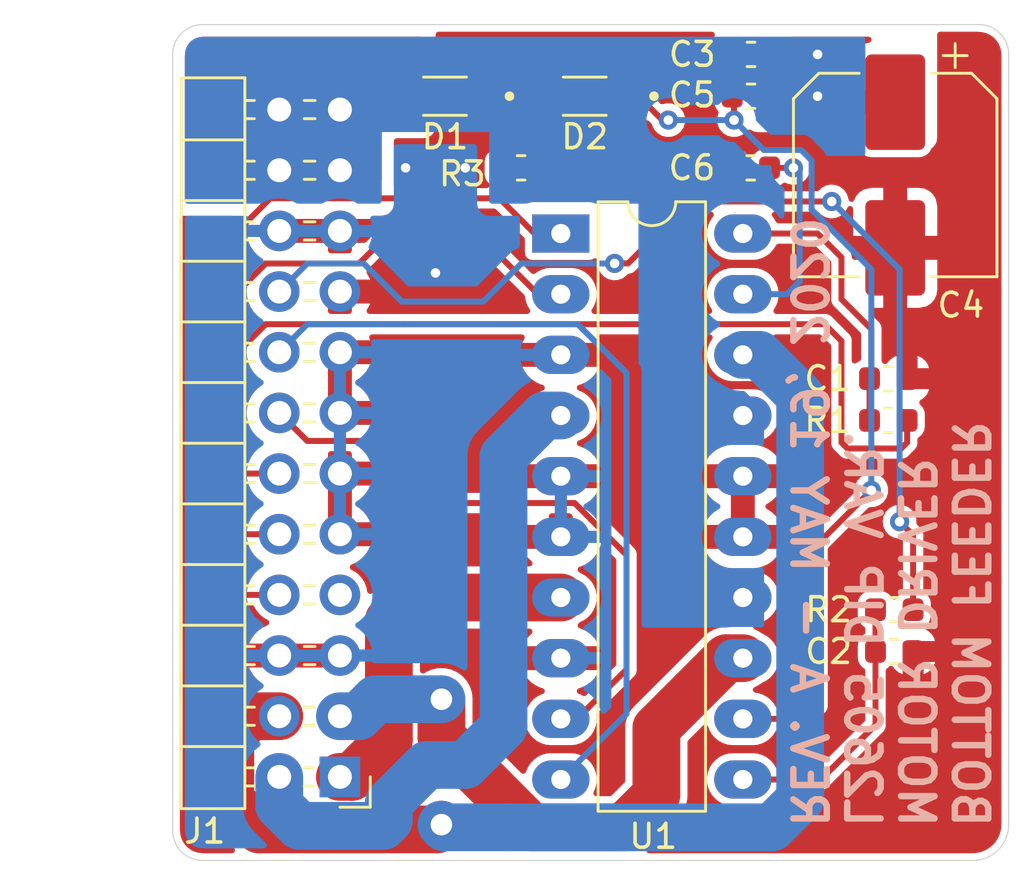
<source format=kicad_pcb>
(kicad_pcb (version 20200512) (host pcbnew "5.99.0-unknown-ad88874~101~ubuntu20.04.1")

  (general
    (thickness 1.6)
    (drawings 9)
    (tracks 162)
    (modules 15)
    (nets 19)
  )

  (paper "A4")
  (layers
    (0 "F.Cu" signal)
    (31 "B.Cu" signal)
    (32 "B.Adhes" user)
    (33 "F.Adhes" user)
    (34 "B.Paste" user)
    (35 "F.Paste" user)
    (36 "B.SilkS" user)
    (37 "F.SilkS" user)
    (38 "B.Mask" user)
    (39 "F.Mask" user)
    (40 "Dwgs.User" user)
    (41 "Cmts.User" user)
    (42 "Eco1.User" user)
    (43 "Eco2.User" user)
    (44 "Edge.Cuts" user)
    (45 "Margin" user)
    (46 "B.CrtYd" user)
    (47 "F.CrtYd" user)
    (48 "B.Fab" user)
    (49 "F.Fab" user)
  )

  (setup
    (stackup
      (layer "F.SilkS" (type "Top Silk Screen"))
      (layer "F.Paste" (type "Top Solder Paste"))
      (layer "F.Mask" (type "Top Solder Mask") (color "Green") (thickness 0.01))
      (layer "F.Cu" (type "copper") (thickness 0.035))
      (layer "dielectric 1" (type "core") (thickness 1.51) (material "FR4") (epsilon_r 4.5) (loss_tangent 0.02))
      (layer "B.Cu" (type "copper") (thickness 0.035))
      (layer "B.Mask" (type "Bottom Solder Mask") (color "Green") (thickness 0.01))
      (layer "B.Paste" (type "Bottom Solder Paste"))
      (layer "B.SilkS" (type "Bottom Silk Screen"))
      (copper_finish "None")
      (dielectric_constraints no)
    )
    (last_trace_width 0.25)
    (user_trace_width 0.5)
    (user_trace_width 1)
    (user_trace_width 2)
    (trace_clearance 0.2)
    (zone_clearance 0.508)
    (zone_45_only no)
    (trace_min 0.2)
    (clearance_min 0)
    (via_min_annulus 0.05)
    (via_min_size 0.4)
    (through_hole_min 0.3)
    (via_size 0.8)
    (via_drill 0.4)
    (uvia_size 0.3)
    (uvia_drill 0.1)
    (uvias_allowed no)
    (uvia_min_size 0.2)
    (uvia_min_drill 0.1)
    (max_error 0.005)
    (defaults
      (edge_clearance 0.01)
      (edge_cuts_line_width 0.05)
      (courtyard_line_width 0.05)
      (copper_line_width 0.2)
      (copper_text_dims (size 1.5 1.5) (thickness 0.3))
      (silk_line_width 0.12)
      (silk_text_dims (size 1 1) (thickness 0.15))
      (fab_layers_line_width 0.1)
      (fab_layers_text_dims (size 1 1) (thickness 0.15))
      (other_layers_line_width 0.1)
      (other_layers_text_dims (size 1 1) (thickness 0.15))
      (dimension_units 0)
      (dimension_precision 1)
    )
    (pad_size 1.524 1.524)
    (pad_drill 0.762)
    (pad_to_mask_clearance 0.05)
    (aux_axis_origin 0 0)
    (visible_elements FFFFFF7F)
    (pcbplotparams
      (layerselection 0x010fc_ffffffff)
      (usegerberextensions false)
      (usegerberattributes true)
      (usegerberadvancedattributes true)
      (creategerberjobfile true)
      (svguseinch false)
      (svgprecision 6)
      (excludeedgelayer true)
      (linewidth 0.100000)
      (plotframeref false)
      (viasonmask false)
      (mode 1)
      (useauxorigin false)
      (hpglpennumber 1)
      (hpglpenspeed 20)
      (hpglpendiameter 15.000000)
      (psnegative false)
      (psa4output false)
      (plotreference true)
      (plotvalue true)
      (plotinvisibletext false)
      (sketchpadsonfab false)
      (subtractmaskfromsilk false)
      (outputformat 1)
      (mirror false)
      (drillshape 0)
      (scaleselection 1)
      (outputdirectory "gerbs/")
    )
  )

  (net 0 "")
  (net 1 "+12V")
  (net 2 "GND")
  (net 3 "Net-(C1-Pad1)")
  (net 4 "Net-(C2-Pad1)")
  (net 5 "/VBOOT")
  (net 6 "/VCP")
  (net 7 "Net-(C6-Pad1)")
  (net 8 "Net-(D1-Pad1)")
  (net 9 "/ENA_B")
  (net 10 "/IN2_B")
  (net 11 "/IN1_B")
  (net 12 "/ENA_A")
  (net 13 "/IN2_A")
  (net 14 "/IN1_A")
  (net 15 "/M2_A")
  (net 16 "/M2_B")
  (net 17 "/M1_A")
  (net 18 "/M1_B")

  (net_class "Default" "This is the default net class."
    (clearance 0.2)
    (trace_width 0.25)
    (via_dia 0.8)
    (via_drill 0.4)
    (uvia_dia 0.3)
    (uvia_drill 0.1)
    (add_net "+12V")
    (add_net "/ENA_A")
    (add_net "/ENA_B")
    (add_net "/IN1_A")
    (add_net "/IN1_B")
    (add_net "/IN2_A")
    (add_net "/IN2_B")
    (add_net "/M1_A")
    (add_net "/M1_B")
    (add_net "/M2_A")
    (add_net "/M2_B")
    (add_net "/VBOOT")
    (add_net "/VCP")
    (add_net "GND")
    (add_net "Net-(C1-Pad1)")
    (add_net "Net-(C2-Pad1)")
    (add_net "Net-(C6-Pad1)")
    (add_net "Net-(D1-Pad1)")
  )

  (module "JBC_mechanical:PinHeader_2x12_P2.54mm_Horizontal" (layer "F.Cu") (tedit 5EBEBF45) (tstamp a71e3410-7010-43ca-8deb-50cf919810cb)
    (at 107 131.5 180)
    (descr "Through hole angled pin header, 2x12, 2.54mm pitch, 6mm pin length, double rows")
    (tags "Through hole angled pin header THT 2x12 2.54mm double row")
    (path "/00000000-0000-0000-0000-00005ec2fe6e")
    (fp_text reference "J1" (at 5.655 -2.27 180) (layer "F.SilkS")
      (effects (font (size 1 1) (thickness 0.15)))
    )
    (fp_text value "Conn_02x12_Odd_Even" (at 5.655 30.21 180) (layer "F.Fab")
      (effects (font (size 1 1) (thickness 0.15)))
    )
    (fp_line (start 4.675 -1.27) (end 6.58 -1.27) (layer "F.Fab") (width 0.1))
    (fp_line (start 6.58 -1.27) (end 6.58 29.21) (layer "F.Fab") (width 0.1))
    (fp_line (start 6.58 29.21) (end 4.04 29.21) (layer "F.Fab") (width 0.1))
    (fp_line (start 4.04 29.21) (end 4.04 -0.635) (layer "F.Fab") (width 0.1))
    (fp_line (start 4.04 -0.635) (end 4.675 -1.27) (layer "F.Fab") (width 0.1))
    (fp_line (start -0.32 -0.32) (end 4.04 -0.32) (layer "F.Fab") (width 0.1))
    (fp_line (start -0.32 -0.32) (end -0.32 0.32) (layer "F.Fab") (width 0.1))
    (fp_line (start -0.32 0.32) (end 4.04 0.32) (layer "F.Fab") (width 0.1))
    (fp_line (start -0.32 2.22) (end 4.04 2.22) (layer "F.Fab") (width 0.1))
    (fp_line (start -0.32 2.22) (end -0.32 2.86) (layer "F.Fab") (width 0.1))
    (fp_line (start -0.32 2.86) (end 4.04 2.86) (layer "F.Fab") (width 0.1))
    (fp_line (start -0.32 4.76) (end 4.04 4.76) (layer "F.Fab") (width 0.1))
    (fp_line (start -0.32 4.76) (end -0.32 5.4) (layer "F.Fab") (width 0.1))
    (fp_line (start -0.32 5.4) (end 4.04 5.4) (layer "F.Fab") (width 0.1))
    (fp_line (start -0.32 7.3) (end 4.04 7.3) (layer "F.Fab") (width 0.1))
    (fp_line (start -0.32 7.3) (end -0.32 7.94) (layer "F.Fab") (width 0.1))
    (fp_line (start -0.32 7.94) (end 4.04 7.94) (layer "F.Fab") (width 0.1))
    (fp_line (start -0.32 9.84) (end 4.04 9.84) (layer "F.Fab") (width 0.1))
    (fp_line (start -0.32 9.84) (end -0.32 10.48) (layer "F.Fab") (width 0.1))
    (fp_line (start -0.32 10.48) (end 4.04 10.48) (layer "F.Fab") (width 0.1))
    (fp_line (start -0.32 12.38) (end 4.04 12.38) (layer "F.Fab") (width 0.1))
    (fp_line (start -0.32 12.38) (end -0.32 13.02) (layer "F.Fab") (width 0.1))
    (fp_line (start -0.32 13.02) (end 4.04 13.02) (layer "F.Fab") (width 0.1))
    (fp_line (start -0.32 14.92) (end 4.04 14.92) (layer "F.Fab") (width 0.1))
    (fp_line (start -0.32 14.92) (end -0.32 15.56) (layer "F.Fab") (width 0.1))
    (fp_line (start -0.32 15.56) (end 4.04 15.56) (layer "F.Fab") (width 0.1))
    (fp_line (start -0.32 17.46) (end 4.04 17.46) (layer "F.Fab") (width 0.1))
    (fp_line (start -0.32 17.46) (end -0.32 18.1) (layer "F.Fab") (width 0.1))
    (fp_line (start -0.32 18.1) (end 4.04 18.1) (layer "F.Fab") (width 0.1))
    (fp_line (start -0.32 20) (end 4.04 20) (layer "F.Fab") (width 0.1))
    (fp_line (start -0.32 20) (end -0.32 20.64) (layer "F.Fab") (width 0.1))
    (fp_line (start -0.32 20.64) (end 4.04 20.64) (layer "F.Fab") (width 0.1))
    (fp_line (start -0.32 22.54) (end 4.04 22.54) (layer "F.Fab") (width 0.1))
    (fp_line (start -0.32 22.54) (end -0.32 23.18) (layer "F.Fab") (width 0.1))
    (fp_line (start -0.32 23.18) (end 4.04 23.18) (layer "F.Fab") (width 0.1))
    (fp_line (start -0.32 25.08) (end 4.04 25.08) (layer "F.Fab") (width 0.1))
    (fp_line (start -0.32 25.08) (end -0.32 25.72) (layer "F.Fab") (width 0.1))
    (fp_line (start -0.32 25.72) (end 4.04 25.72) (layer "F.Fab") (width 0.1))
    (fp_line (start -0.32 27.62) (end 4.04 27.62) (layer "F.Fab") (width 0.1))
    (fp_line (start -0.32 27.62) (end -0.32 28.26) (layer "F.Fab") (width 0.1))
    (fp_line (start -0.32 28.26) (end 4.04 28.26) (layer "F.Fab") (width 0.1))
    (fp_line (start 3.98 -1.33) (end 3.98 29.27) (layer "F.SilkS") (width 0.12))
    (fp_line (start 3.98 29.27) (end 6.64 29.27) (layer "F.SilkS") (width 0.12))
    (fp_line (start 6.64 29.27) (end 6.64 -1.33) (layer "F.SilkS") (width 0.12))
    (fp_line (start 6.64 -1.33) (end 3.98 -1.33) (layer "F.SilkS") (width 0.12))
    (fp_line (start 3.582929 -0.38) (end 3.98 -0.38) (layer "F.SilkS") (width 0.12))
    (fp_line (start 3.582929 0.38) (end 3.98 0.38) (layer "F.SilkS") (width 0.12))
    (fp_line (start 1.11 -0.38) (end 1.497071 -0.38) (layer "F.SilkS") (width 0.12))
    (fp_line (start 1.11 0.38) (end 1.497071 0.38) (layer "F.SilkS") (width 0.12))
    (fp_line (start 3.98 1.27) (end 6.64 1.27) (layer "F.SilkS") (width 0.12))
    (fp_line (start 3.582929 2.16) (end 3.98 2.16) (layer "F.SilkS") (width 0.12))
    (fp_line (start 3.582929 2.92) (end 3.98 2.92) (layer "F.SilkS") (width 0.12))
    (fp_line (start 1.042929 2.16) (end 1.497071 2.16) (layer "F.SilkS") (width 0.12))
    (fp_line (start 1.042929 2.92) (end 1.497071 2.92) (layer "F.SilkS") (width 0.12))
    (fp_line (start 3.98 3.81) (end 6.64 3.81) (layer "F.SilkS") (width 0.12))
    (fp_line (start 3.582929 4.7) (end 3.98 4.7) (layer "F.SilkS") (width 0.12))
    (fp_line (start 3.582929 5.46) (end 3.98 5.46) (layer "F.SilkS") (width 0.12))
    (fp_line (start 1.042929 4.7) (end 1.497071 4.7) (layer "F.SilkS") (width 0.12))
    (fp_line (start 1.042929 5.46) (end 1.497071 5.46) (layer "F.SilkS") (width 0.12))
    (fp_line (start 3.98 6.35) (end 6.64 6.35) (layer "F.SilkS") (width 0.12))
    (fp_line (start 3.582929 7.24) (end 3.98 7.24) (layer "F.SilkS") (width 0.12))
    (fp_line (start 3.582929 8) (end 3.98 8) (layer "F.SilkS") (width 0.12))
    (fp_line (start 1.042929 7.24) (end 1.497071 7.24) (layer "F.SilkS") (width 0.12))
    (fp_line (start 1.042929 8) (end 1.497071 8) (layer "F.SilkS") (width 0.12))
    (fp_line (start 3.98 8.89) (end 6.64 8.89) (layer "F.SilkS") (width 0.12))
    (fp_line (start 3.582929 9.78) (end 3.98 9.78) (layer "F.SilkS") (width 0.12))
    (fp_line (start 3.582929 10.54) (end 3.98 10.54) (layer "F.SilkS") (width 0.12))
    (fp_line (start 1.042929 9.78) (end 1.497071 9.78) (layer "F.SilkS") (width 0.12))
    (fp_line (start 1.042929 10.54) (end 1.497071 10.54) (layer "F.SilkS") (width 0.12))
    (fp_line (start 3.98 11.43) (end 6.64 11.43) (layer "F.SilkS") (width 0.12))
    (fp_line (start 3.582929 12.32) (end 3.98 12.32) (layer "F.SilkS") (width 0.12))
    (fp_line (start 3.582929 13.08) (end 3.98 13.08) (layer "F.SilkS") (width 0.12))
    (fp_line (start 1.042929 12.32) (end 1.497071 12.32) (layer "F.SilkS") (width 0.12))
    (fp_line (start 1.042929 13.08) (end 1.497071 13.08) (layer "F.SilkS") (width 0.12))
    (fp_line (start 3.98 13.97) (end 6.64 13.97) (layer "F.SilkS") (width 0.12))
    (fp_line (start 3.582929 14.86) (end 3.98 14.86) (layer "F.SilkS") (width 0.12))
    (fp_line (start 3.582929 15.62) (end 3.98 15.62) (layer "F.SilkS") (width 0.12))
    (fp_line (start 1.042929 14.86) (end 1.497071 14.86) (layer "F.SilkS") (width 0.12))
    (fp_line (start 1.042929 15.62) (end 1.497071 15.62) (layer "F.SilkS") (width 0.12))
    (fp_line (start 3.98 16.51) (end 6.64 16.51) (layer "F.SilkS") (width 0.12))
    (fp_line (start 3.582929 17.4) (end 3.98 17.4) (layer "F.SilkS") (width 0.12))
    (fp_line (start 3.582929 18.16) (end 3.98 18.16) (layer "F.SilkS") (width 0.12))
    (fp_line (start 1.042929 17.4) (end 1.497071 17.4) (layer "F.SilkS") (width 0.12))
    (fp_line (start 1.042929 18.16) (end 1.497071 18.16) (layer "F.SilkS") (width 0.12))
    (fp_line (start 3.98 19.05) (end 6.64 19.05) (layer "F.SilkS") (width 0.12))
    (fp_line (start 3.582929 19.94) (end 3.98 19.94) (layer "F.SilkS") (width 0.12))
    (fp_line (start 3.582929 20.7) (end 3.98 20.7) (layer "F.SilkS") (width 0.12))
    (fp_line (start 1.042929 19.94) (end 1.497071 19.94) (layer "F.SilkS") (width 0.12))
    (fp_line (start 1.042929 20.7) (end 1.497071 20.7) (layer "F.SilkS") (width 0.12))
    (fp_line (start 3.98 21.59) (end 6.64 21.59) (layer "F.SilkS") (width 0.12))
    (fp_line (start 3.582929 22.48) (end 3.98 22.48) (layer "F.SilkS") (width 0.12))
    (fp_line (start 3.582929 23.24) (end 3.98 23.24) (layer "F.SilkS") (width 0.12))
    (fp_line (start 1.042929 22.48) (end 1.497071 22.48) (layer "F.SilkS") (width 0.12))
    (fp_line (start 1.042929 23.24) (end 1.497071 23.24) (layer "F.SilkS") (width 0.12))
    (fp_line (start 3.98 24.13) (end 6.64 24.13) (layer "F.SilkS") (width 0.12))
    (fp_line (start 3.582929 25.02) (end 3.98 25.02) (layer "F.SilkS") (width 0.12))
    (fp_line (start 3.582929 25.78) (end 3.98 25.78) (layer "F.SilkS") (width 0.12))
    (fp_line (start 1.042929 25.02) (end 1.497071 25.02) (layer "F.SilkS") (width 0.12))
    (fp_line (start 1.042929 25.78) (end 1.497071 25.78) (layer "F.SilkS") (width 0.12))
    (fp_line (start 3.98 26.67) (end 6.64 26.67) (layer "F.SilkS") (width 0.12))
    (fp_line (start 3.582929 27.56) (end 3.98 27.56) (layer "F.SilkS") (width 0.12))
    (fp_line (start 3.582929 28.32) (end 3.98 28.32) (layer "F.SilkS") (width 0.12))
    (fp_line (start 1.042929 27.56) (end 1.497071 27.56) (layer "F.SilkS") (width 0.12))
    (fp_line (start 1.042929 28.32) (end 1.497071 28.32) (layer "F.SilkS") (width 0.12))
    (fp_line (start -1.27 0) (end -1.27 -1.27) (layer "F.SilkS") (width 0.12))
    (fp_line (start -1.27 -1.27) (end 0 -1.27) (layer "F.SilkS") (width 0.12))
    (fp_line (start -1.8 -1.8) (end -1.8 29.75) (layer "F.CrtYd") (width 0.05))
    (fp_line (start -1.8 29.75) (end 13.1 29.75) (layer "F.CrtYd") (width 0.05))
    (fp_line (start 13.1 29.75) (end 13.1 -1.8) (layer "F.CrtYd") (width 0.05))
    (fp_line (start 13.1 -1.8) (end -1.8 -1.8) (layer "F.CrtYd") (width 0.05))
    (fp_text user "${REFERENCE}" (at 5.31 13.97 270) (layer "F.Fab")
      (effects (font (size 1 1) (thickness 0.15)))
    )
    (pad "1" thru_hole rect (at 0 0 180) (size 1.7 1.7) (drill 1) (layers *.Cu *.Mask)
      (net 18 "/M1_B") (pinfunction "Pin_1") (tstamp 23428d9d-6697-4179-a0b5-a7b482c57347))
    (pad "2" thru_hole oval (at 2.54 0 180) (size 1.7 1.7) (drill 1) (layers *.Cu *.Mask)
      (net 17 "/M1_A") (pinfunction "Pin_2") (tstamp bb85e290-4380-45e7-9ae5-25bb303170e9))
    (pad "3" thru_hole oval (at 0 2.54 180) (size 1.7 1.7) (drill 1) (layers *.Cu *.Mask)
      (net 16 "/M2_B") (pinfunction "Pin_3") (tstamp 12f954c4-c7b1-491b-b489-919603f92cb7))
    (pad "4" thru_hole oval (at 2.54 2.54 180) (size 1.7 1.7) (drill 1) (layers *.Cu *.Mask)
      (net 15 "/M2_A") (pinfunction "Pin_4") (tstamp 1099d100-1a65-43c7-8ef7-f397d8f13875))
    (pad "5" thru_hole oval (at 0 5.08 180) (size 1.7 1.7) (drill 1) (layers *.Cu *.Mask)
      (net 2 "GND") (pinfunction "Pin_5") (tstamp 7984de6c-48ea-4d31-9e62-5408d83ee5a7))
    (pad "6" thru_hole oval (at 2.54 5.08 180) (size 1.7 1.7) (drill 1) (layers *.Cu *.Mask)
      (net 2 "GND") (pinfunction "Pin_6") (tstamp ae31e954-a330-40c5-9c12-2d5cf22b42ce))
    (pad "7" thru_hole oval (at 0 7.62 180) (size 1.7 1.7) (drill 1) (layers *.Cu *.Mask)
      (pinfunction "Pin_7") (tstamp 68e1721d-b50a-493d-be93-a63ee04b3b4c))
    (pad "8" thru_hole oval (at 2.54 7.62 180) (size 1.7 1.7) (drill 1) (layers *.Cu *.Mask)
      (net 14 "/IN1_A") (pinfunction "Pin_8") (tstamp e964e8a5-9258-49d9-9d10-b66028ebdad5))
    (pad "9" thru_hole oval (at 0 10.16 180) (size 1.7 1.7) (drill 1) (layers *.Cu *.Mask)
      (net 2 "GND") (pinfunction "Pin_9") (tstamp 6c3b1be3-d2f5-4912-b4c9-c71882e127c9))
    (pad "10" thru_hole oval (at 2.54 10.16 180) (size 1.7 1.7) (drill 1) (layers *.Cu *.Mask)
      (net 13 "/IN2_A") (pinfunction "Pin_10") (tstamp 81db08b7-b496-44a1-8bcd-194ffed445e2))
    (pad "11" thru_hole oval (at 0 12.7 180) (size 1.7 1.7) (drill 1) (layers *.Cu *.Mask)
      (net 2 "GND") (pinfunction "Pin_11") (tstamp 1d7a7698-5631-4748-9a21-c1818f60b6ab))
    (pad "12" thru_hole oval (at 2.54 12.7 180) (size 1.7 1.7) (drill 1) (layers *.Cu *.Mask)
      (net 12 "/ENA_A") (pinfunction "Pin_12") (tstamp 7705e87c-c787-40ad-b16d-6a4e26d1c609))
    (pad "13" thru_hole oval (at 0 15.24 180) (size 1.7 1.7) (drill 1) (layers *.Cu *.Mask)
      (net 2 "GND") (pinfunction "Pin_13") (tstamp 8f66d6e6-78fa-44f4-b70c-b187b3569bc6))
    (pad "14" thru_hole oval (at 2.54 15.24 180) (size 1.7 1.7) (drill 1) (layers *.Cu *.Mask)
      (net 11 "/IN1_B") (pinfunction "Pin_14") (tstamp 0a374f1d-641b-41e3-a2b9-d5f371bcd650))
    (pad "15" thru_hole oval (at 0 17.78 180) (size 1.7 1.7) (drill 1) (layers *.Cu *.Mask)
      (net 2 "GND") (pinfunction "Pin_15") (tstamp 859f1d55-f02e-442f-86b9-43ed20e8a607))
    (pad "16" thru_hole oval (at 2.54 17.78 180) (size 1.7 1.7) (drill 1) (layers *.Cu *.Mask)
      (net 10 "/IN2_B") (pinfunction "Pin_16") (tstamp da2d3c38-d492-4313-8851-d57f0a6bb6f4))
    (pad "17" thru_hole oval (at 0 20.32 180) (size 1.7 1.7) (drill 1) (layers *.Cu *.Mask)
      (net 2 "GND") (pinfunction "Pin_17") (tstamp 684e11e9-5cc2-4ea3-9b10-0e49fbd3347b))
    (pad "18" thru_hole oval (at 2.54 20.32 180) (size 1.7 1.7) (drill 1) (layers *.Cu *.Mask)
      (net 9 "/ENA_B") (pinfunction "Pin_18") (tstamp 3e6c1ede-7fdd-4ff7-a7bb-2bad721e94ca))
    (pad "19" thru_hole oval (at 0 22.86 180) (size 1.7 1.7) (drill 1) (layers *.Cu *.Mask)
      (net 2 "GND") (pinfunction "Pin_19") (tstamp feaeeeee-5c4f-4255-814a-3e45a4f15afe))
    (pad "20" thru_hole oval (at 2.54 22.86 180) (size 1.7 1.7) (drill 1) (layers *.Cu *.Mask)
      (net 2 "GND") (pinfunction "Pin_20") (tstamp a711e19c-0ffe-49e3-b5ec-eaee3860a8d6))
    (pad "21" thru_hole oval (at 0 25.4 180) (size 1.7 1.7) (drill 1) (layers *.Cu *.Mask)
      (net 1 "+12V") (pinfunction "Pin_21") (tstamp e32bda90-06b4-4f28-8ef1-825fde21ae10))
    (pad "22" thru_hole oval (at 2.54 25.4 180) (size 1.7 1.7) (drill 1) (layers *.Cu *.Mask)
      (net 1 "+12V") (pinfunction "Pin_22") (tstamp 32ece5be-e05a-403e-ba5d-819941469779))
    (pad "23" thru_hole oval (at 0 27.94 180) (size 1.7 1.7) (drill 1) (layers *.Cu *.Mask)
      (net 1 "+12V") (pinfunction "Pin_23") (tstamp 43a0cb23-56fc-462f-8c5c-8c5b74134a23))
    (pad "24" thru_hole oval (at 2.54 27.94 180) (size 1.7 1.7) (drill 1) (layers *.Cu *.Mask)
      (net 1 "+12V") (pinfunction "Pin_24") (tstamp 7ec38ee6-0412-414e-af16-3f600978ec42))
    (model "${KISYS3DMOD}/Connector_PinHeader_2.54mm.3dshapes/PinHeader_2x12_P2.54mm_Horizontal.wrl"
      (at (xyz 0 0 0))
      (scale (xyz 1 1 1))
      (rotate (xyz 0 0 0))
    )
  )

  (module "Capacitor_SMD:C_0603_1608Metric" (layer "F.Cu") (tedit 5B301BBE) (tstamp e48f1ea1-1b0a-4777-9d8a-50bd688ddf15)
    (at 129.9625 114.825)
    (descr "Capacitor SMD 0603 (1608 Metric), square (rectangular) end terminal, IPC_7351 nominal, (Body size source: http://www.tortai-tech.com/upload/download/2011102023233369053.pdf), generated with kicad-footprint-generator")
    (tags "capacitor")
    (path "/00000000-0000-0000-0000-00005ec5feea")
    (attr smd)
    (fp_text reference "C1" (at -2.5375 0) (layer "F.SilkS")
      (effects (font (size 1 1) (thickness 0.15)))
    )
    (fp_text value "5.6nF" (at 3.5 0) (layer "F.Fab")
      (effects (font (size 1 1) (thickness 0.15)))
    )
    (fp_line (start -0.8 0.4) (end -0.8 -0.4) (layer "F.Fab") (width 0.1))
    (fp_line (start -0.8 -0.4) (end 0.8 -0.4) (layer "F.Fab") (width 0.1))
    (fp_line (start 0.8 -0.4) (end 0.8 0.4) (layer "F.Fab") (width 0.1))
    (fp_line (start 0.8 0.4) (end -0.8 0.4) (layer "F.Fab") (width 0.1))
    (fp_line (start -0.162779 -0.51) (end 0.162779 -0.51) (layer "F.SilkS") (width 0.12))
    (fp_line (start -0.162779 0.51) (end 0.162779 0.51) (layer "F.SilkS") (width 0.12))
    (fp_line (start -1.48 0.73) (end -1.48 -0.73) (layer "F.CrtYd") (width 0.05))
    (fp_line (start -1.48 -0.73) (end 1.48 -0.73) (layer "F.CrtYd") (width 0.05))
    (fp_line (start 1.48 -0.73) (end 1.48 0.73) (layer "F.CrtYd") (width 0.05))
    (fp_line (start 1.48 0.73) (end -1.48 0.73) (layer "F.CrtYd") (width 0.05))
    (fp_text user "${REFERENCE}" (at 0 0) (layer "F.Fab")
      (effects (font (size 0.4 0.4) (thickness 0.06)))
    )
    (pad "1" smd roundrect (at -0.7875 0) (size 0.875 0.95) (layers "F.Cu" "F.Paste" "F.Mask") (roundrect_rratio 0.25)
      (net 3 "Net-(C1-Pad1)") (tstamp 7ddb60da-950c-4f15-9a3c-0fb725f144dc))
    (pad "2" smd roundrect (at 0.7875 0) (size 0.875 0.95) (layers "F.Cu" "F.Paste" "F.Mask") (roundrect_rratio 0.25)
      (net 2 "GND") (tstamp 02965857-1dcd-4bd6-9c2e-782c356221ab))
    (model "${KISYS3DMOD}/Capacitor_SMD.3dshapes/C_0603_1608Metric.wrl"
      (at (xyz 0 0 0))
      (scale (xyz 1 1 1))
      (rotate (xyz 0 0 0))
    )
  )

  (module "Capacitor_SMD:C_0603_1608Metric" (layer "F.Cu") (tedit 5B301BBE) (tstamp 5eca8018-780f-4bb0-9594-34c61e10ea67)
    (at 130.2125 126.25)
    (descr "Capacitor SMD 0603 (1608 Metric), square (rectangular) end terminal, IPC_7351 nominal, (Body size source: http://www.tortai-tech.com/upload/download/2011102023233369053.pdf), generated with kicad-footprint-generator")
    (tags "capacitor")
    (path "/00000000-0000-0000-0000-00005ec602b3")
    (attr smd)
    (fp_text reference "C2" (at -2.75 0) (layer "F.SilkS")
      (effects (font (size 1 1) (thickness 0.15)))
    )
    (fp_text value "5.6nF" (at 0 1.43) (layer "F.Fab")
      (effects (font (size 1 1) (thickness 0.15)))
    )
    (fp_text user "${REFERENCE}" (at 0 0) (layer "F.Fab")
      (effects (font (size 0.4 0.4) (thickness 0.06)))
    )
    (fp_line (start 1.48 0.73) (end -1.48 0.73) (layer "F.CrtYd") (width 0.05))
    (fp_line (start 1.48 -0.73) (end 1.48 0.73) (layer "F.CrtYd") (width 0.05))
    (fp_line (start -1.48 -0.73) (end 1.48 -0.73) (layer "F.CrtYd") (width 0.05))
    (fp_line (start -1.48 0.73) (end -1.48 -0.73) (layer "F.CrtYd") (width 0.05))
    (fp_line (start -0.162779 0.51) (end 0.162779 0.51) (layer "F.SilkS") (width 0.12))
    (fp_line (start -0.162779 -0.51) (end 0.162779 -0.51) (layer "F.SilkS") (width 0.12))
    (fp_line (start 0.8 0.4) (end -0.8 0.4) (layer "F.Fab") (width 0.1))
    (fp_line (start 0.8 -0.4) (end 0.8 0.4) (layer "F.Fab") (width 0.1))
    (fp_line (start -0.8 -0.4) (end 0.8 -0.4) (layer "F.Fab") (width 0.1))
    (fp_line (start -0.8 0.4) (end -0.8 -0.4) (layer "F.Fab") (width 0.1))
    (pad "2" smd roundrect (at 0.7875 0) (size 0.875 0.95) (layers "F.Cu" "F.Paste" "F.Mask") (roundrect_rratio 0.25)
      (net 2 "GND") (tstamp 02965857-1dcd-4bd6-9c2e-782c356221ab))
    (pad "1" smd roundrect (at -0.7875 0) (size 0.875 0.95) (layers "F.Cu" "F.Paste" "F.Mask") (roundrect_rratio 0.25)
      (net 4 "Net-(C2-Pad1)") (tstamp 7ddb60da-950c-4f15-9a3c-0fb725f144dc))
    (model "${KISYS3DMOD}/Capacitor_SMD.3dshapes/C_0603_1608Metric.wrl"
      (at (xyz 0 0 0))
      (scale (xyz 1 1 1))
      (rotate (xyz 0 0 0))
    )
  )

  (module "Capacitor_SMD:C_0603_1608Metric" (layer "F.Cu") (tedit 5B301BBE) (tstamp 5cebd206-0ebe-491e-b839-801aef211f45)
    (at 124.2125 101.25 180)
    (descr "Capacitor SMD 0603 (1608 Metric), square (rectangular) end terminal, IPC_7351 nominal, (Body size source: http://www.tortai-tech.com/upload/download/2011102023233369053.pdf), generated with kicad-footprint-generator")
    (tags "capacitor")
    (path "/00000000-0000-0000-0000-00005ec6cc5a")
    (attr smd)
    (fp_text reference "C3" (at 2.4625 0) (layer "F.SilkS")
      (effects (font (size 1 1) (thickness 0.15)))
    )
    (fp_text value "100nF" (at 0 1.43) (layer "F.Fab")
      (effects (font (size 1 1) (thickness 0.15)))
    )
    (fp_text user "${REFERENCE}" (at 0 0) (layer "F.Fab")
      (effects (font (size 0.4 0.4) (thickness 0.06)))
    )
    (fp_line (start 1.48 0.73) (end -1.48 0.73) (layer "F.CrtYd") (width 0.05))
    (fp_line (start 1.48 -0.73) (end 1.48 0.73) (layer "F.CrtYd") (width 0.05))
    (fp_line (start -1.48 -0.73) (end 1.48 -0.73) (layer "F.CrtYd") (width 0.05))
    (fp_line (start -1.48 0.73) (end -1.48 -0.73) (layer "F.CrtYd") (width 0.05))
    (fp_line (start -0.162779 0.51) (end 0.162779 0.51) (layer "F.SilkS") (width 0.12))
    (fp_line (start -0.162779 -0.51) (end 0.162779 -0.51) (layer "F.SilkS") (width 0.12))
    (fp_line (start 0.8 0.4) (end -0.8 0.4) (layer "F.Fab") (width 0.1))
    (fp_line (start 0.8 -0.4) (end 0.8 0.4) (layer "F.Fab") (width 0.1))
    (fp_line (start -0.8 -0.4) (end 0.8 -0.4) (layer "F.Fab") (width 0.1))
    (fp_line (start -0.8 0.4) (end -0.8 -0.4) (layer "F.Fab") (width 0.1))
    (pad "2" smd roundrect (at 0.7875 0 180) (size 0.875 0.95) (layers "F.Cu" "F.Paste" "F.Mask") (roundrect_rratio 0.25)
      (net 2 "GND") (tstamp 02965857-1dcd-4bd6-9c2e-782c356221ab))
    (pad "1" smd roundrect (at -0.7875 0 180) (size 0.875 0.95) (layers "F.Cu" "F.Paste" "F.Mask") (roundrect_rratio 0.25)
      (net 1 "+12V") (tstamp 7ddb60da-950c-4f15-9a3c-0fb725f144dc))
    (model "${KISYS3DMOD}/Capacitor_SMD.3dshapes/C_0603_1608Metric.wrl"
      (at (xyz 0 0 0))
      (scale (xyz 1 1 1))
      (rotate (xyz 0 0 0))
    )
  )

  (module "Capacitor_SMD:C_0603_1608Metric" (layer "F.Cu") (tedit 5B301BBE) (tstamp 5a397d43-0689-4ab0-938c-71d7aedfa6f4)
    (at 124.2125 103 180)
    (descr "Capacitor SMD 0603 (1608 Metric), square (rectangular) end terminal, IPC_7351 nominal, (Body size source: http://www.tortai-tech.com/upload/download/2011102023233369053.pdf), generated with kicad-footprint-generator")
    (tags "capacitor")
    (path "/00000000-0000-0000-0000-00005ec767aa")
    (attr smd)
    (fp_text reference "C5" (at 2.4625 0.05) (layer "F.SilkS")
      (effects (font (size 1 1) (thickness 0.15)))
    )
    (fp_text value "110nF" (at 0 1.43) (layer "F.Fab")
      (effects (font (size 1 1) (thickness 0.15)))
    )
    (fp_text user "${REFERENCE}" (at 0 0) (layer "F.Fab")
      (effects (font (size 0.4 0.4) (thickness 0.06)))
    )
    (fp_line (start 1.48 0.73) (end -1.48 0.73) (layer "F.CrtYd") (width 0.05))
    (fp_line (start 1.48 -0.73) (end 1.48 0.73) (layer "F.CrtYd") (width 0.05))
    (fp_line (start -1.48 -0.73) (end 1.48 -0.73) (layer "F.CrtYd") (width 0.05))
    (fp_line (start -1.48 0.73) (end -1.48 -0.73) (layer "F.CrtYd") (width 0.05))
    (fp_line (start -0.162779 0.51) (end 0.162779 0.51) (layer "F.SilkS") (width 0.12))
    (fp_line (start -0.162779 -0.51) (end 0.162779 -0.51) (layer "F.SilkS") (width 0.12))
    (fp_line (start 0.8 0.4) (end -0.8 0.4) (layer "F.Fab") (width 0.1))
    (fp_line (start 0.8 -0.4) (end 0.8 0.4) (layer "F.Fab") (width 0.1))
    (fp_line (start -0.8 -0.4) (end 0.8 -0.4) (layer "F.Fab") (width 0.1))
    (fp_line (start -0.8 0.4) (end -0.8 -0.4) (layer "F.Fab") (width 0.1))
    (pad "2" smd roundrect (at 0.7875 0 180) (size 0.875 0.95) (layers "F.Cu" "F.Paste" "F.Mask") (roundrect_rratio 0.25)
      (net 5 "/VBOOT") (tstamp 02965857-1dcd-4bd6-9c2e-782c356221ab))
    (pad "1" smd roundrect (at -0.7875 0 180) (size 0.875 0.95) (layers "F.Cu" "F.Paste" "F.Mask") (roundrect_rratio 0.25)
      (net 1 "+12V") (tstamp 7ddb60da-950c-4f15-9a3c-0fb725f144dc))
    (model "${KISYS3DMOD}/Capacitor_SMD.3dshapes/C_0603_1608Metric.wrl"
      (at (xyz 0 0 0))
      (scale (xyz 1 1 1))
      (rotate (xyz 0 0 0))
    )
  )

  (module "Capacitor_SMD:C_0603_1608Metric" (layer "F.Cu") (tedit 5B301BBE) (tstamp 55300522-12a6-4752-98f2-6969e8d17645)
    (at 124.2 106)
    (descr "Capacitor SMD 0603 (1608 Metric), square (rectangular) end terminal, IPC_7351 nominal, (Body size source: http://www.tortai-tech.com/upload/download/2011102023233369053.pdf), generated with kicad-footprint-generator")
    (tags "capacitor")
    (path "/00000000-0000-0000-0000-00005ec7bd6d")
    (attr smd)
    (fp_text reference "C6" (at -2.4625 0) (layer "F.SilkS")
      (effects (font (size 1 1) (thickness 0.15)))
    )
    (fp_text value "10nF" (at 0 1.43) (layer "F.Fab")
      (effects (font (size 1 1) (thickness 0.15)))
    )
    (fp_text user "${REFERENCE}" (at 0 0) (layer "F.Fab")
      (effects (font (size 0.4 0.4) (thickness 0.06)))
    )
    (fp_line (start 1.48 0.73) (end -1.48 0.73) (layer "F.CrtYd") (width 0.05))
    (fp_line (start 1.48 -0.73) (end 1.48 0.73) (layer "F.CrtYd") (width 0.05))
    (fp_line (start -1.48 -0.73) (end 1.48 -0.73) (layer "F.CrtYd") (width 0.05))
    (fp_line (start -1.48 0.73) (end -1.48 -0.73) (layer "F.CrtYd") (width 0.05))
    (fp_line (start -0.162779 0.51) (end 0.162779 0.51) (layer "F.SilkS") (width 0.12))
    (fp_line (start -0.162779 -0.51) (end 0.162779 -0.51) (layer "F.SilkS") (width 0.12))
    (fp_line (start 0.8 0.4) (end -0.8 0.4) (layer "F.Fab") (width 0.1))
    (fp_line (start 0.8 -0.4) (end 0.8 0.4) (layer "F.Fab") (width 0.1))
    (fp_line (start -0.8 -0.4) (end 0.8 -0.4) (layer "F.Fab") (width 0.1))
    (fp_line (start -0.8 0.4) (end -0.8 -0.4) (layer "F.Fab") (width 0.1))
    (pad "2" smd roundrect (at 0.7875 0) (size 0.875 0.95) (layers "F.Cu" "F.Paste" "F.Mask") (roundrect_rratio 0.25)
      (net 6 "/VCP") (tstamp 02965857-1dcd-4bd6-9c2e-782c356221ab))
    (pad "1" smd roundrect (at -0.7875 0) (size 0.875 0.95) (layers "F.Cu" "F.Paste" "F.Mask") (roundrect_rratio 0.25)
      (net 7 "Net-(C6-Pad1)") (tstamp 7ddb60da-950c-4f15-9a3c-0fb725f144dc))
    (model "${KISYS3DMOD}/Capacitor_SMD.3dshapes/C_0603_1608Metric.wrl"
      (at (xyz 0 0 0))
      (scale (xyz 1 1 1))
      (rotate (xyz 0 0 0))
    )
  )

  (module "Resistor_SMD:R_0603_1608Metric" (layer "F.Cu") (tedit 5B301BBD) (tstamp d73926e5-85fa-42ce-824f-b45aaf1f5936)
    (at 129.9625 116.575 180)
    (descr "Resistor SMD 0603 (1608 Metric), square (rectangular) end terminal, IPC_7351 nominal, (Body size source: http://www.tortai-tech.com/upload/download/2011102023233369053.pdf), generated with kicad-footprint-generator")
    (tags "resistor")
    (path "/00000000-0000-0000-0000-00005ec5e93c")
    (attr smd)
    (fp_text reference "R1" (at 2.5375 0 unlocked) (layer "F.SilkS")
      (effects (font (size 1 1) (thickness 0.15)))
    )
    (fp_text value "100k" (at -3.4625 0 unlocked) (layer "F.Fab")
      (effects (font (size 1 1) (thickness 0.15)))
    )
    (fp_line (start -0.8 0.4) (end -0.8 -0.4) (layer "F.Fab") (width 0.1))
    (fp_line (start -0.8 -0.4) (end 0.8 -0.4) (layer "F.Fab") (width 0.1))
    (fp_line (start 0.8 -0.4) (end 0.8 0.4) (layer "F.Fab") (width 0.1))
    (fp_line (start 0.8 0.4) (end -0.8 0.4) (layer "F.Fab") (width 0.1))
    (fp_line (start -0.162779 -0.51) (end 0.162779 -0.51) (layer "F.SilkS") (width 0.12))
    (fp_line (start -0.162779 0.51) (end 0.162779 0.51) (layer "F.SilkS") (width 0.12))
    (fp_line (start -1.48 0.73) (end -1.48 -0.73) (layer "F.CrtYd") (width 0.05))
    (fp_line (start -1.48 -0.73) (end 1.48 -0.73) (layer "F.CrtYd") (width 0.05))
    (fp_line (start 1.48 -0.73) (end 1.48 0.73) (layer "F.CrtYd") (width 0.05))
    (fp_line (start 1.48 0.73) (end -1.48 0.73) (layer "F.CrtYd") (width 0.05))
    (fp_text user "${REFERENCE}" (at 0 0) (layer "F.Fab")
      (effects (font (size 0.4 0.4) (thickness 0.06)))
    )
    (pad "1" smd roundrect (at -0.7875 0 180) (size 0.875 0.95) (layers "F.Cu" "F.Paste" "F.Mask") (roundrect_rratio 0.25)
      (net 12 "/ENA_A") (tstamp 1fef8977-ae4d-4596-9a24-c90de46370ce))
    (pad "2" smd roundrect (at 0.7875 0 180) (size 0.875 0.95) (layers "F.Cu" "F.Paste" "F.Mask") (roundrect_rratio 0.25)
      (net 3 "Net-(C1-Pad1)") (tstamp 28e2db19-3c9b-4811-b96e-6dc036bf03f0))
    (model "${KISYS3DMOD}/Resistor_SMD.3dshapes/R_0603_1608Metric.wrl"
      (at (xyz 0 0 0))
      (scale (xyz 1 1 1))
      (rotate (xyz 0 0 0))
    )
  )

  (module "Resistor_SMD:R_0603_1608Metric" (layer "F.Cu") (tedit 5B301BBD) (tstamp ca963a27-96a5-4d7c-8b33-013dfe8529dc)
    (at 130.2125 124.5 180)
    (descr "Resistor SMD 0603 (1608 Metric), square (rectangular) end terminal, IPC_7351 nominal, (Body size source: http://www.tortai-tech.com/upload/download/2011102023233369053.pdf), generated with kicad-footprint-generator")
    (tags "resistor")
    (path "/00000000-0000-0000-0000-00005ec5d210")
    (attr smd)
    (fp_text reference "R2" (at 2.75 0) (layer "F.SilkS")
      (effects (font (size 1 1) (thickness 0.15)))
    )
    (fp_text value "100k" (at 0 1.43) (layer "F.Fab")
      (effects (font (size 1 1) (thickness 0.15)))
    )
    (fp_text user "${REFERENCE}" (at 0 0) (layer "F.Fab")
      (effects (font (size 0.4 0.4) (thickness 0.06)))
    )
    (fp_line (start 1.48 0.73) (end -1.48 0.73) (layer "F.CrtYd") (width 0.05))
    (fp_line (start 1.48 -0.73) (end 1.48 0.73) (layer "F.CrtYd") (width 0.05))
    (fp_line (start -1.48 -0.73) (end 1.48 -0.73) (layer "F.CrtYd") (width 0.05))
    (fp_line (start -1.48 0.73) (end -1.48 -0.73) (layer "F.CrtYd") (width 0.05))
    (fp_line (start -0.162779 0.51) (end 0.162779 0.51) (layer "F.SilkS") (width 0.12))
    (fp_line (start -0.162779 -0.51) (end 0.162779 -0.51) (layer "F.SilkS") (width 0.12))
    (fp_line (start 0.8 0.4) (end -0.8 0.4) (layer "F.Fab") (width 0.1))
    (fp_line (start 0.8 -0.4) (end 0.8 0.4) (layer "F.Fab") (width 0.1))
    (fp_line (start -0.8 -0.4) (end 0.8 -0.4) (layer "F.Fab") (width 0.1))
    (fp_line (start -0.8 0.4) (end -0.8 -0.4) (layer "F.Fab") (width 0.1))
    (pad "2" smd roundrect (at 0.7875 0 180) (size 0.875 0.95) (layers "F.Cu" "F.Paste" "F.Mask") (roundrect_rratio 0.25)
      (net 4 "Net-(C2-Pad1)") (tstamp 28e2db19-3c9b-4811-b96e-6dc036bf03f0))
    (pad "1" smd roundrect (at -0.7875 0 180) (size 0.875 0.95) (layers "F.Cu" "F.Paste" "F.Mask") (roundrect_rratio 0.25)
      (net 9 "/ENA_B") (tstamp 1fef8977-ae4d-4596-9a24-c90de46370ce))
    (model "${KISYS3DMOD}/Resistor_SMD.3dshapes/R_0603_1608Metric.wrl"
      (at (xyz 0 0 0))
      (scale (xyz 1 1 1))
      (rotate (xyz 0 0 0))
    )
  )

  (module "Resistor_SMD:R_0603_1608Metric" (layer "F.Cu") (tedit 5B301BBD) (tstamp a0996aa2-4c40-40f6-ad8a-9873999865da)
    (at 114.5875 106)
    (descr "Resistor SMD 0603 (1608 Metric), square (rectangular) end terminal, IPC_7351 nominal, (Body size source: http://www.tortai-tech.com/upload/download/2011102023233369053.pdf), generated with kicad-footprint-generator")
    (tags "resistor")
    (path "/00000000-0000-0000-0000-00005ec7b62a")
    (attr smd)
    (fp_text reference "R3" (at -2.4625 0.25) (layer "F.SilkS")
      (effects (font (size 1 1) (thickness 0.15)))
    )
    (fp_text value "100" (at 0 1.43) (layer "F.Fab")
      (effects (font (size 1 1) (thickness 0.15)))
    )
    (fp_text user "${REFERENCE}" (at 0 0) (layer "F.Fab")
      (effects (font (size 0.4 0.4) (thickness 0.06)))
    )
    (fp_line (start 1.48 0.73) (end -1.48 0.73) (layer "F.CrtYd") (width 0.05))
    (fp_line (start 1.48 -0.73) (end 1.48 0.73) (layer "F.CrtYd") (width 0.05))
    (fp_line (start -1.48 -0.73) (end 1.48 -0.73) (layer "F.CrtYd") (width 0.05))
    (fp_line (start -1.48 0.73) (end -1.48 -0.73) (layer "F.CrtYd") (width 0.05))
    (fp_line (start -0.162779 0.51) (end 0.162779 0.51) (layer "F.SilkS") (width 0.12))
    (fp_line (start -0.162779 -0.51) (end 0.162779 -0.51) (layer "F.SilkS") (width 0.12))
    (fp_line (start 0.8 0.4) (end -0.8 0.4) (layer "F.Fab") (width 0.1))
    (fp_line (start 0.8 -0.4) (end 0.8 0.4) (layer "F.Fab") (width 0.1))
    (fp_line (start -0.8 -0.4) (end 0.8 -0.4) (layer "F.Fab") (width 0.1))
    (fp_line (start -0.8 0.4) (end -0.8 -0.4) (layer "F.Fab") (width 0.1))
    (pad "2" smd roundrect (at 0.7875 0) (size 0.875 0.95) (layers "F.Cu" "F.Paste" "F.Mask") (roundrect_rratio 0.25)
      (net 7 "Net-(C6-Pad1)") (tstamp 28e2db19-3c9b-4811-b96e-6dc036bf03f0))
    (pad "1" smd roundrect (at -0.7875 0) (size 0.875 0.95) (layers "F.Cu" "F.Paste" "F.Mask") (roundrect_rratio 0.25)
      (net 8 "Net-(D1-Pad1)") (tstamp 1fef8977-ae4d-4596-9a24-c90de46370ce))
    (model "${KISYS3DMOD}/Resistor_SMD.3dshapes/R_0603_1608Metric.wrl"
      (at (xyz 0 0 0))
      (scale (xyz 1 1 1))
      (rotate (xyz 0 0 0))
    )
  )

  (module "Capacitor_SMD:CP_Elec_8x5.4" (layer "F.Cu") (tedit 5BCA39D0) (tstamp 345eab14-9018-4061-a7b3-d8eab530c573)
    (at 130.25 106.3 -90)
    (descr "SMD capacitor, aluminum electrolytic, Nichicon, 8.0x5.4mm")
    (tags "capacitor electrolytic")
    (path "/00000000-0000-0000-0000-00005ec6cf92")
    (attr smd)
    (fp_text reference "C4" (at 5.45 -2.75 180) (layer "F.SilkS")
      (effects (font (size 1 1) (thickness 0.15)))
    )
    (fp_text value "100uF" (at 0 5.2 90) (layer "F.Fab")
      (effects (font (size 1 1) (thickness 0.15)))
    )
    (fp_text user "${REFERENCE}" (at 0 0 90) (layer "F.Fab")
      (effects (font (size 1 1) (thickness 0.15)))
    )
    (fp_line (start -5.3 1.5) (end -4.4 1.5) (layer "F.CrtYd") (width 0.05))
    (fp_line (start -5.3 -1.5) (end -5.3 1.5) (layer "F.CrtYd") (width 0.05))
    (fp_line (start -4.4 -1.5) (end -5.3 -1.5) (layer "F.CrtYd") (width 0.05))
    (fp_line (start -4.4 1.5) (end -4.4 3.25) (layer "F.CrtYd") (width 0.05))
    (fp_line (start -4.4 -3.25) (end -4.4 -1.5) (layer "F.CrtYd") (width 0.05))
    (fp_line (start -4.4 -3.25) (end -3.25 -4.4) (layer "F.CrtYd") (width 0.05))
    (fp_line (start -4.4 3.25) (end -3.25 4.4) (layer "F.CrtYd") (width 0.05))
    (fp_line (start -3.25 -4.4) (end 4.4 -4.4) (layer "F.CrtYd") (width 0.05))
    (fp_line (start -3.25 4.4) (end 4.4 4.4) (layer "F.CrtYd") (width 0.05))
    (fp_line (start 4.4 1.5) (end 4.4 4.4) (layer "F.CrtYd") (width 0.05))
    (fp_line (start 5.3 1.5) (end 4.4 1.5) (layer "F.CrtYd") (width 0.05))
    (fp_line (start 5.3 -1.5) (end 5.3 1.5) (layer "F.CrtYd") (width 0.05))
    (fp_line (start 4.4 -1.5) (end 5.3 -1.5) (layer "F.CrtYd") (width 0.05))
    (fp_line (start 4.4 -4.4) (end 4.4 -1.5) (layer "F.CrtYd") (width 0.05))
    (fp_line (start -5 -3.01) (end -5 -2.01) (layer "F.SilkS") (width 0.12))
    (fp_line (start -5.5 -2.51) (end -4.5 -2.51) (layer "F.SilkS") (width 0.12))
    (fp_line (start -4.26 3.195563) (end -3.195563 4.26) (layer "F.SilkS") (width 0.12))
    (fp_line (start -4.26 -3.195563) (end -3.195563 -4.26) (layer "F.SilkS") (width 0.12))
    (fp_line (start -4.26 -3.195563) (end -4.26 -1.51) (layer "F.SilkS") (width 0.12))
    (fp_line (start -4.26 3.195563) (end -4.26 1.51) (layer "F.SilkS") (width 0.12))
    (fp_line (start -3.195563 4.26) (end 4.26 4.26) (layer "F.SilkS") (width 0.12))
    (fp_line (start -3.195563 -4.26) (end 4.26 -4.26) (layer "F.SilkS") (width 0.12))
    (fp_line (start 4.26 -4.26) (end 4.26 -1.51) (layer "F.SilkS") (width 0.12))
    (fp_line (start 4.26 4.26) (end 4.26 1.51) (layer "F.SilkS") (width 0.12))
    (fp_line (start -3.162278 -1.9) (end -3.162278 -1.1) (layer "F.Fab") (width 0.1))
    (fp_line (start -3.562278 -1.5) (end -2.762278 -1.5) (layer "F.Fab") (width 0.1))
    (fp_line (start -4.15 3.15) (end -3.15 4.15) (layer "F.Fab") (width 0.1))
    (fp_line (start -4.15 -3.15) (end -3.15 -4.15) (layer "F.Fab") (width 0.1))
    (fp_line (start -4.15 -3.15) (end -4.15 3.15) (layer "F.Fab") (width 0.1))
    (fp_line (start -3.15 4.15) (end 4.15 4.15) (layer "F.Fab") (width 0.1))
    (fp_line (start -3.15 -4.15) (end 4.15 -4.15) (layer "F.Fab") (width 0.1))
    (fp_line (start 4.15 -4.15) (end 4.15 4.15) (layer "F.Fab") (width 0.1))
    (fp_circle (center 0 0) (end 4 0) (layer "F.Fab") (width 0.1))
    (pad "2" smd roundrect (at 3.05 0 270) (size 4 2.5) (layers "F.Cu" "F.Paste" "F.Mask") (roundrect_rratio 0.1)
      (net 2 "GND") (tstamp 81e89a3f-2758-4038-a796-08aaf03b4ce1))
    (pad "1" smd roundrect (at -3.05 0 270) (size 4 2.5) (layers "F.Cu" "F.Paste" "F.Mask") (roundrect_rratio 0.1)
      (net 1 "+12V") (tstamp bb51140a-8800-4541-aa29-8495e3aeabea))
    (model "${KISYS3DMOD}/Capacitor_SMD.3dshapes/CP_Elec_8x5.4.wrl"
      (at (xyz 0 0 0))
      (scale (xyz 1 1 1))
      (rotate (xyz 0 0 0))
    )
  )

  (module "Package_DIP:DIP-20_W7.62mm_LongPads" (layer "F.Cu") (tedit 5A02E8C5) (tstamp 6954ef28-bd9c-4c29-9c22-768cad4fb452)
    (at 116.25 108.75)
    (descr "20-lead though-hole mounted DIP package, row spacing 7.62 mm (300 mils), LongPads")
    (tags "THT DIP DIL PDIP 2.54mm 7.62mm 300mil LongPads")
    (path "/8ab7150b-1993-4179-8ece-d5561fa825c3")
    (fp_text reference "U1" (at 3.87 25.24) (layer "F.SilkS")
      (effects (font (size 1 1) (thickness 0.15)))
    )
    (fp_text value "D99IN1093A" (at 3.81 25.19) (layer "F.Fab")
      (effects (font (size 1 1) (thickness 0.15)))
    )
    (fp_text user "${REFERENCE}" (at 3.81 11.43) (layer "F.Fab")
      (effects (font (size 1 1) (thickness 0.15)))
    )
    (fp_line (start 9.1 -1.55) (end -1.45 -1.55) (layer "F.CrtYd") (width 0.05))
    (fp_line (start 9.1 24.4) (end 9.1 -1.55) (layer "F.CrtYd") (width 0.05))
    (fp_line (start -1.45 24.4) (end 9.1 24.4) (layer "F.CrtYd") (width 0.05))
    (fp_line (start -1.45 -1.55) (end -1.45 24.4) (layer "F.CrtYd") (width 0.05))
    (fp_line (start 6.06 -1.33) (end 4.81 -1.33) (layer "F.SilkS") (width 0.12))
    (fp_line (start 6.06 24.19) (end 6.06 -1.33) (layer "F.SilkS") (width 0.12))
    (fp_line (start 1.56 24.19) (end 6.06 24.19) (layer "F.SilkS") (width 0.12))
    (fp_line (start 1.56 -1.33) (end 1.56 24.19) (layer "F.SilkS") (width 0.12))
    (fp_line (start 2.81 -1.33) (end 1.56 -1.33) (layer "F.SilkS") (width 0.12))
    (fp_line (start 0.635 -0.27) (end 1.635 -1.27) (layer "F.Fab") (width 0.1))
    (fp_line (start 0.635 24.13) (end 0.635 -0.27) (layer "F.Fab") (width 0.1))
    (fp_line (start 6.985 24.13) (end 0.635 24.13) (layer "F.Fab") (width 0.1))
    (fp_line (start 6.985 -1.27) (end 6.985 24.13) (layer "F.Fab") (width 0.1))
    (fp_line (start 1.635 -1.27) (end 6.985 -1.27) (layer "F.Fab") (width 0.1))
    (fp_arc (start 3.81 -1.33) (end 2.81 -1.33) (angle -180) (layer "F.SilkS") (width 0.12))
    (pad "20" thru_hole oval (at 7.62 0) (size 2.4 1.6) (drill 0.8) (layers *.Cu *.Mask)
      (net 3 "Net-(C1-Pad1)") (pinfunction "EN") (tstamp 1eec9916-7580-48f4-995c-46ff92188669))
    (pad "10" thru_hole oval (at 0 22.86) (size 2.4 1.6) (drill 0.8) (layers *.Cu *.Mask)
      (net 10 "/IN2_B") (pinfunction "IN2") (tstamp b0b97acc-3c11-4185-a3d3-af0aa1fcc1fa))
    (pad "19" thru_hole oval (at 7.62 2.54) (size 2.4 1.6) (drill 0.8) (layers *.Cu *.Mask)
      (net 6 "/VCP") (pinfunction "VCP") (tstamp ca1e906b-086b-4c6b-a7ae-6844b297d6b0))
    (pad "9" thru_hole oval (at 0 20.32) (size 2.4 1.6) (drill 0.8) (layers *.Cu *.Mask)
      (net 11 "/IN1_B") (pinfunction "IN1") (tstamp 9d8c36db-31a8-4ff0-84fd-4e3fe8cdd542))
    (pad "18" thru_hole oval (at 7.62 5.08) (size 2.4 1.6) (drill 0.8) (layers *.Cu *.Mask)
      (net 15 "/M2_A") (pinfunction "OUT2") (tstamp 80ce1e2e-c16b-4b42-8190-5fc769870994))
    (pad "8" thru_hole oval (at 0 17.78) (size 2.4 1.6) (drill 0.8) (layers *.Cu *.Mask)
      (net 2 "GND") (pinfunction "SNS") (tstamp 1d48b68c-c006-49b1-b085-4bb31dab4e4b))
    (pad "17" thru_hole oval (at 7.62 7.62) (size 2.4 1.6) (drill 0.8) (layers *.Cu *.Mask)
      (net 1 "+12V") (pinfunction "VS") (tstamp 0a46a67a-12cc-4d32-a6b3-54ba59d0f084))
    (pad "7" thru_hole oval (at 0 15.24) (size 2.4 1.6) (drill 0.8) (layers *.Cu *.Mask)
      (net 18 "/M1_B") (pinfunction "OUT1") (tstamp b86c101a-a772-4107-8e33-91f0279872f9))
    (pad "16" thru_hole oval (at 7.62 10.16) (size 2.4 1.6) (drill 0.8) (layers *.Cu *.Mask)
      (net 2 "GND") (pinfunction "GND") (tstamp 0951b571-ecf9-465d-a931-c74e08c37a3e))
    (pad "6" thru_hole oval (at 0 12.7) (size 2.4 1.6) (drill 0.8) (layers *.Cu *.Mask)
      (net 2 "GND") (pinfunction "GND") (tstamp 5e723136-9f75-4366-82de-5cb76eae6559))
    (pad "15" thru_hole oval (at 7.62 12.7) (size 2.4 1.6) (drill 0.8) (layers *.Cu *.Mask)
      (net 2 "GND") (pinfunction "GND") (tstamp 2e546653-e426-474d-a10b-9b93c9bc29e9))
    (pad "5" thru_hole oval (at 0 10.16) (size 2.4 1.6) (drill 0.8) (layers *.Cu *.Mask)
      (net 2 "GND") (pinfunction "GND") (tstamp c7cd1145-663d-410c-9a62-31dbfd3ad9cb))
    (pad "14" thru_hole oval (at 7.62 15.24) (size 2.4 1.6) (drill 0.8) (layers *.Cu *.Mask)
      (net 1 "+12V") (pinfunction "VS") (tstamp 09f778c0-8d80-4397-9169-bd891fef348a))
    (pad "4" thru_hole oval (at 0 7.62) (size 2.4 1.6) (drill 0.8) (layers *.Cu *.Mask)
      (net 17 "/M1_A") (pinfunction "OUT1") (tstamp bc24799a-0b74-4e78-9449-9237793fd64d))
    (pad "13" thru_hole oval (at 7.62 17.78) (size 2.4 1.6) (drill 0.8) (layers *.Cu *.Mask)
      (net 16 "/M2_B") (pinfunction "OUT2") (tstamp 317fa494-10aa-4deb-9405-a930e2d879a9))
    (pad "3" thru_hole oval (at 0 5.08) (size 2.4 1.6) (drill 0.8) (layers *.Cu *.Mask)
      (net 2 "GND") (pinfunction "SNS") (tstamp a5d2ae79-4588-4979-9d2a-b338039f68f9))
    (pad "12" thru_hole oval (at 7.62 20.32) (size 2.4 1.6) (drill 0.8) (layers *.Cu *.Mask)
      (net 5 "/VBOOT") (pinfunction "VBOOT") (tstamp de402268-41d4-4026-99c5-516ffc4201b5))
    (pad "2" thru_hole oval (at 0 2.54) (size 2.4 1.6) (drill 0.8) (layers *.Cu *.Mask)
      (net 13 "/IN2_A") (pinfunction "IN2") (tstamp 82e63579-24dd-4645-94fd-7a071d0a2cfa))
    (pad "11" thru_hole oval (at 7.62 22.86) (size 2.4 1.6) (drill 0.8) (layers *.Cu *.Mask)
      (net 4 "Net-(C2-Pad1)") (pinfunction "EN") (tstamp ec884630-7f52-40b5-bce8-2edf0aaa48ea))
    (pad "1" thru_hole rect (at 0 0) (size 2.4 1.6) (drill 0.8) (layers *.Cu *.Mask)
      (net 14 "/IN1_A") (pinfunction "IN1") (tstamp bbc6cb3a-2094-464b-a667-3d9ea98c5d28))
    (model "${KISYS3DMOD}/Package_DIP.3dshapes/DIP-20_W7.62mm.wrl"
      (at (xyz 0 0 0))
      (scale (xyz 1 1 1))
      (rotate (xyz 0 0 0))
    )
  )

  (module "JBC_mechanical:CHONKVIA" (layer "F.Cu") (tedit 5EC08D00) (tstamp 3ea8b950-4cd2-48a6-af0b-621f68a8d87f)
    (at 111.25 133.5)
    (path "/a1f18b22-bf33-471e-9822-3bf7af3ce49b")
    (fp_text reference "M1" (at 0 -1.5 unlocked) (layer "F.Fab")
      (effects (font (size 1 1) (thickness 0.15)))
    )
    (fp_text value "Conn_01x01" (at 0 1.7 unlocked) (layer "F.Fab")
      (effects (font (size 1 1) (thickness 0.15)))
    )
    (pad "1" thru_hole circle (at 0 0) (size 1.5 1.5) (drill 0.9) (layers *.Cu *.Mask)
      (net 15 "/M2_A") (pinfunction "Pin_1") (tstamp 40099812-2a2d-4665-a252-b61cf43d0d65))
  )

  (module "JBC_mechanical:CHONKVIA" (layer "F.Cu") (tedit 5EC08D00) (tstamp 9cf713a2-9958-497c-9a8d-2f19e1c98c56)
    (at 111.25 128.25)
    (path "/1d087b01-360e-456b-8b6c-5cbc74846f8b")
    (fp_text reference "M2" (at 0 -1.5 unlocked) (layer "F.Fab")
      (effects (font (size 1 1) (thickness 0.15)))
    )
    (fp_text value "Conn_01x01" (at 0 1.7 unlocked) (layer "F.Fab")
      (effects (font (size 1 1) (thickness 0.15)))
    )
    (pad "1" thru_hole circle (at 0 0) (size 1.5 1.5) (drill 0.9) (layers *.Cu *.Mask)
      (net 16 "/M2_B") (pinfunction "Pin_1") (tstamp 40099812-2a2d-4665-a252-b61cf43d0d65))
  )

  (module "JBC_diodes:D_SOD-80" (layer "F.Cu") (tedit 5EC08FB0) (tstamp 3a135433-5b40-47ed-ab6f-1b4f61e5dffd)
    (at 117.25 103 180)
    (descr "SOD-110")
    (tags "SOD-110")
    (path "/00000000-0000-0000-0000-00005ec79bf8")
    (attr smd)
    (fp_text reference "D2" (at 0 -1.7) (layer "F.SilkS")
      (effects (font (size 1 1) (thickness 0.15)))
    )
    (fp_text value "1N4148" (at 0 1.8) (layer "F.Fab")
      (effects (font (size 1 1) (thickness 0.15)))
    )
    (fp_line (start -0.9 -0.8) (end 0.9 -0.8) (layer "F.SilkS") (width 0.12))
    (fp_line (start -2.4 -1) (end -2.4 1) (layer "F.CrtYd") (width 0.05))
    (fp_line (start 2.4 1) (end -2.4 1) (layer "F.CrtYd") (width 0.05))
    (fp_line (start 2.4 -1) (end 2.4 1) (layer "F.CrtYd") (width 0.05))
    (fp_line (start -1.05 -0.7) (end -1.05 0.7) (layer "F.Fab") (width 0.1))
    (fp_line (start -1.05 0.7) (end 1.05 0.7) (layer "F.Fab") (width 0.1))
    (fp_line (start 1.05 0.7) (end 1.05 -0.7) (layer "F.Fab") (width 0.1))
    (fp_line (start 1.05 -0.7) (end -1.05 -0.7) (layer "F.Fab") (width 0.1))
    (fp_line (start -0.2 0.2) (end -0.2 -0.2) (layer "F.Fab") (width 0.1))
    (fp_line (start -0.2 0) (end -0.35 0) (layer "F.Fab") (width 0.1))
    (fp_line (start -0.2 0) (end 0.1 0.2) (layer "F.Fab") (width 0.1))
    (fp_line (start 0.1 0.2) (end 0.1 -0.2) (layer "F.Fab") (width 0.1))
    (fp_line (start 0.1 -0.2) (end -0.2 0) (layer "F.Fab") (width 0.1))
    (fp_line (start 0.1 0) (end 0.25 0) (layer "F.Fab") (width 0.1))
    (fp_text user "${REFERENCE}" (at 0 -1.7) (layer "F.Fab")
      (effects (font (size 1 1) (thickness 0.15)))
    )
    (fp_line (start 2.4 -1) (end -2.4 -1) (layer "F.CrtYd") (width 0.05))
    (fp_circle (center -2.9 0) (end -2.8 0) (layer "F.SilkS") (width 0.2))
    (fp_line (start -0.9 0.8) (end 0.9 0.8) (layer "F.SilkS") (width 0.12))
    (pad "1" smd custom (at -1.95 0) (size 0.6 0.5) (layers "F.Cu" "F.Paste" "F.Mask")
      (net 5 "/VBOOT") (pinfunction "K")
      (options (clearance outline) (anchor rect))
      (primitives
        (gr_poly (pts
           (xy -0.3 0.25) (xy -0.8 0.25) (xy -0.8 0.825) (xy 0.3 0.825) (xy 0.3 -0.825)
           (xy -0.8 -0.825) (xy -0.8 -0.25) (xy -0.3 -0.25)) (width 0))
      ) (tstamp eb849421-39f0-4369-b684-3b1d1bd3c4ec))
    (pad "2" smd custom (at 1.95 0 180) (size 0.6 0.5) (layers "F.Cu" "F.Paste" "F.Mask")
      (net 8 "Net-(D1-Pad1)") (pinfunction "A")
      (options (clearance outline) (anchor rect))
      (primitives
        (gr_poly (pts
           (xy -0.3 0.25) (xy -0.8 0.25) (xy -0.8 0.825) (xy 0.3 0.825) (xy 0.3 -0.825)
           (xy -0.8 -0.825) (xy -0.8 -0.25) (xy -0.3 -0.25)) (width 0))
      ) (tstamp 07f2e5ae-5fa1-41f7-8e5a-cc991034d9de))
    (model "${KISYS3DMOD}/Diode_SMD.3dshapes/D_SOD-110.wrl"
      (at (xyz 0 0 0))
      (scale (xyz 1 1 1))
      (rotate (xyz 0 0 0))
    )
  )

  (module "JBC_diodes:D_SOD-80" (layer "F.Cu") (tedit 5EC09024) (tstamp e4534d80-0739-4098-abc9-3e269393dc68)
    (at 111.4 103 180)
    (descr "SOD-110")
    (tags "SOD-110")
    (path "/00000000-0000-0000-0000-00005ec79613")
    (attr smd)
    (fp_text reference "D1" (at 0 -1.7 180) (layer "F.SilkS")
      (effects (font (size 1 1) (thickness 0.15)))
    )
    (fp_text value "1N4148" (at 0 1.8 180) (layer "F.Fab")
      (effects (font (size 1 1) (thickness 0.15)))
    )
    (fp_line (start -0.9 0.8) (end 0.9 0.8) (layer "F.SilkS") (width 0.12))
    (fp_circle (center -2.7 0) (end -2.6 0) (layer "F.SilkS") (width 0.2))
    (fp_line (start 2.4 -1) (end -2.4 -1) (layer "F.CrtYd") (width 0.05))
    (fp_text user "${REFERENCE}" (at 0 -1.7 180) (layer "F.Fab")
      (effects (font (size 1 1) (thickness 0.15)))
    )
    (fp_line (start 0.1 0) (end 0.25 0) (layer "F.Fab") (width 0.1))
    (fp_line (start 0.1 -0.2) (end -0.2 0) (layer "F.Fab") (width 0.1))
    (fp_line (start 0.1 0.2) (end 0.1 -0.2) (layer "F.Fab") (width 0.1))
    (fp_line (start -0.2 0) (end 0.1 0.2) (layer "F.Fab") (width 0.1))
    (fp_line (start -0.2 0) (end -0.35 0) (layer "F.Fab") (width 0.1))
    (fp_line (start -0.2 0.2) (end -0.2 -0.2) (layer "F.Fab") (width 0.1))
    (fp_line (start 1.05 -0.7) (end -1.05 -0.7) (layer "F.Fab") (width 0.1))
    (fp_line (start 1.05 0.7) (end 1.05 -0.7) (layer "F.Fab") (width 0.1))
    (fp_line (start -1.05 0.7) (end 1.05 0.7) (layer "F.Fab") (width 0.1))
    (fp_line (start -1.05 -0.7) (end -1.05 0.7) (layer "F.Fab") (width 0.1))
    (fp_line (start 2.4 -1) (end 2.4 1) (layer "F.CrtYd") (width 0.05))
    (fp_line (start 2.4 1) (end -2.4 1) (layer "F.CrtYd") (width 0.05))
    (fp_line (start -2.4 -1) (end -2.4 1) (layer "F.CrtYd") (width 0.05))
    (fp_line (start -0.9 -0.8) (end 0.9 -0.8) (layer "F.SilkS") (width 0.12))
    (pad "2" smd custom (at 1.95 0 180) (size 0.6 0.5) (layers "F.Cu" "F.Paste" "F.Mask")
      (net 1 "+12V") (pinfunction "A")
      (options (clearance outline) (anchor rect))
      (primitives
        (gr_poly (pts
           (xy -0.3 0.25) (xy -0.8 0.25) (xy -0.8 0.825) (xy 0.3 0.825) (xy 0.3 -0.825)
           (xy -0.8 -0.825) (xy -0.8 -0.25) (xy -0.3 -0.25)) (width 0))
      ) (tstamp 07f2e5ae-5fa1-41f7-8e5a-cc991034d9de))
    (pad "1" smd custom (at -1.95 0) (size 0.6 0.5) (layers "F.Cu" "F.Paste" "F.Mask")
      (net 8 "Net-(D1-Pad1)") (pinfunction "K")
      (options (clearance outline) (anchor rect))
      (primitives
        (gr_poly (pts
           (xy -0.3 0.25) (xy -0.8 0.25) (xy -0.8 0.825) (xy 0.3 0.825) (xy 0.3 -0.825)
           (xy -0.8 -0.825) (xy -0.8 -0.25) (xy -0.3 -0.25)) (width 0))
      ) (tstamp eb849421-39f0-4369-b684-3b1d1bd3c4ec))
    (model "${KISYS3DMOD}/Diode_SMD.3dshapes/D_SOD-110.wrl"
      (at (xyz 0 0 0))
      (scale (xyz 1 1 1))
      (rotate (xyz 0 0 0))
    )
  )

  (gr_arc (start 101.25 133.75) (end 100 133.75) (angle -90) (layer "Edge.Cuts") (width 0.05) (tstamp b9274794-9291-46d3-a056-01dbcd6f1b2b))
  (gr_arc (start 101.25 101.25) (end 101.25 100) (angle -90) (layer "Edge.Cuts") (width 0.05) (tstamp 7891b02e-1497-4bf2-b8e2-bca61bd2d17a))
  (gr_text "BOTTOM FEEDER\nMOTOR DRIVER\nL2605 DIP VAR.\nREV. A - MAY 19, 2020" (at 130 133.75 270) (layer "B.SilkS") (tstamp 4a34007c-ef8f-4c91-9efa-8bd02acf309e)
    (effects (font (size 1.4 1.4) (thickness 0.27)) (justify left mirror))
  )
  (gr_arc (start 133.5 133.5) (end 133.5 135) (angle -90) (layer "Edge.Cuts") (width 0.05) (tstamp a5adebbf-651e-40b7-bb9b-8abf03fb62e3))
  (gr_arc (start 133.75 101.25) (end 135 101.25) (angle -90) (layer "Edge.Cuts") (width 0.05) (tstamp 05ab1660-4070-4297-847f-aa0d64775ab9))
  (gr_line (start 133.75 100) (end 101.25 100) (layer "Edge.Cuts") (width 0.05) (tstamp 6577909a-7e24-431b-81f9-b534137b0c90))
  (gr_line (start 135 133.5) (end 135 101.25) (layer "Edge.Cuts") (width 0.05) (tstamp 879461bc-561f-40fe-b51c-d1df51cd50eb))
  (gr_line (start 101.25 135) (end 133.5 135) (layer "Edge.Cuts") (width 0.05) (tstamp f71f033c-9cd0-4b8a-8309-4969c3d7d915))
  (gr_line (start 100 101.25) (end 100 133.75) (layer "Edge.Cuts") (width 0.05) (tstamp b0a5e142-23e7-46a1-b513-697f8f9a3a7f))

  (segment (start 107 128.96) (end 107.79 128.96) (width 2) (layer "B.Cu") (net 16) (tstamp f628aaf5-ecc9-4859-8733-58778e2d1f30))
  (segment (start 107.79 128.96) (end 108.5 128.25) (width 2) (layer "B.Cu") (net 16) (tstamp 0f548981-eaf3-450b-8c6a-c95f369d5c53))
  (segment (start 108.5 128.25) (end 111.25 128.25) (width 2) (layer "B.Cu") (net 16) (tstamp 6b108fed-997d-4c95-b571-0ea355f493de))
  (segment (start 113.45578 132.04422) (end 111.250011 129.838451) (width 2) (layer "F.Cu") (net 16) (tstamp afbc0642-b959-4ed0-ad46-417ba134cfa4))
  (segment (start 115.021569 133.61001) (end 113.45578 132.04422) (width 2) (layer "F.Cu") (net 16) (tstamp f954bfe1-dd86-4dd9-af40-776cc7bac969))
  (segment (start 113.45578 132.04422) (end 112.25 130.838441) (width 2) (layer "F.Cu") (net 16) (tstamp d8c6d208-4473-442b-b812-456b76c65f58))
  (segment (start 111.250011 129.838451) (end 111.250011 128.25) (width 2) (layer "F.Cu") (net 16) (tstamp 035a4853-a7c6-41db-80c9-0e54e75edf6b))
  (segment (start 113.84999 127.90001) (end 113.84999 118.081569) (width 2) (layer "B.Cu") (net 17) (tstamp 51d2d8a5-25d6-479a-8fe6-f48a39f8e270))
  (segment (start 113.84999 129.40001) (end 112.25 131) (width 2) (layer "B.Cu") (net 17) (tstamp 89a67eeb-4230-4a3b-a198-348ad21c7a5a))
  (segment (start 113.84999 127.90001) (end 113.84999 129.40001) (width 2) (layer "B.Cu") (net 17) (tstamp 63564d50-8f7b-4e9a-bce6-b46c84e610d0))
  (segment (start 113.84999 118.081569) (end 115.561559 116.37) (width 2) (layer "B.Cu") (net 17) (tstamp b3f25bfd-c94b-4ec2-bed6-528731fff4a2))
  (segment (start 115.561559 116.37) (end 116.25 116.37) (width 2) (layer "B.Cu") (net 17) (tstamp 06a5d169-784f-499f-bf4e-c9e00aaa260d))
  (segment (start 110.638718 131) (end 112.25 131) (width 2) (layer "B.Cu") (net 17) (tstamp 42d6b5dc-45cf-4975-a16d-28b740c6efc3))
  (segment (start 106.699999 133.550001) (end 108.810001 133.550001) (width 2) (layer "B.Cu") (net 17) (tstamp b60b40f9-1344-49aa-8246-819bfbd330e3))
  (segment (start 105.30792 133.550001) (end 106.699999 133.550001) (width 2) (layer "B.Cu") (net 17) (tstamp d2a4f107-c413-4ef5-b825-62feb6e7e429))
  (segment (start 108.810001 133.550001) (end 109.049992 133.31001) (width 2) (layer "B.Cu") (net 17) (tstamp ab1604c5-7ec3-460b-a702-6d70fe46e65b))
  (segment (start 109.049992 132.588726) (end 110.638718 131) (width 2) (layer "B.Cu") (net 17) (tstamp 8f07041c-cebc-4ab1-8016-c2bc9b94a4da))
  (segment (start 109.049992 133.31001) (end 109.049992 132.588726) (width 2) (layer "B.Cu") (net 17) (tstamp bc539cf1-b77d-4df3-a1bc-402ee23027fc))
  (segment (start 113.35 103) (end 115.3 103) (width 1) (layer "F.Cu") (net 8) (tstamp 638c621e-bac4-4e36-9bcf-70f82d5b1daa))
  (segment (start 130.434314 110.25) (end 130.434314 120.815686) (width 0.25) (layer "B.Cu") (net 9) (tstamp d1354b6f-af3d-4d94-8aad-3137571da186))
  (segment (start 131 121.381372) (end 130.434314 120.815686) (width 0.25) (layer "F.Cu") (net 9) (tstamp b31326c3-63a2-4e5b-bd8b-3896b2342a6d))
  (segment (start 131 124.5) (end 131 121.381372) (width 0.25) (layer "F.Cu") (net 9) (tstamp b8779fc5-8e7c-4824-8828-4acf46b55ff6))
  (via (at 130.434314 120.815686) (size 0.8) (drill 0.4) (layers "F.Cu" "B.Cu") (net 9) (tstamp 427230aa-d6b3-4f0f-b4e0-c2e2d7e8d319))
  (segment (start 129.25 129.5) (end 127.625 131.125) (width 0.25) (layer "F.Cu") (net 4) (tstamp 522fb10c-08ac-43c0-8759-39d74b4a297d))
  (segment (start 127.625 131.125) (end 127.14 131.61) (width 0.25) (layer "F.Cu") (net 4) (tstamp 54d6b327-76f5-45f4-b5a6-4752ea4cbd05))
  (segment (start 129.425 126.25) (end 129.425 129.325) (width 0.25) (layer "F.Cu") (net 4) (tstamp aac968fe-90fb-47a6-80f9-99802ec1b958))
  (segment (start 129.425 129.325) (end 127.625 131.125) (width 0.25) (layer "F.Cu") (net 4) (tstamp 60e4264d-f0a9-49ac-846c-efe4a6ba7756))
  (segment (start 129.425 124.5) (end 129.425 126.25) (width 0.25) (layer "F.Cu") (net 4) (tstamp 7b3ef7d9-083c-4ea8-af67-e7c5f71a3d49))
  (segment (start 129.175 114.825) (end 129.175 116.575) (width 0.25) (layer "F.Cu") (net 3) (tstamp dd3c1db8-1a83-4d74-a700-09a91175497f))
  (segment (start 128.25 117.75) (end 130.5 117.75) (width 0.25) (layer "F.Cu") (net 12) (tstamp 9fed9a5a-e3ef-466f-8747-3653b435f59e))
  (segment (start 130.5 117.75) (end 130.75 117.5) (width 0.25) (layer "F.Cu") (net 12) (tstamp 3c6d019a-8eeb-4863-81e7-fc81fdce9ba8))
  (segment (start 128 116.641484) (end 128 117.5) (width 0.25) (layer "F.Cu") (net 12) (tstamp 6eaf69a0-2baf-40c8-bc5b-bf639762d276))
  (segment (start 128 115.325) (end 128 116.641484) (width 0.25) (layer "F.Cu") (net 12) (tstamp 4f76bbad-0ace-40b8-8fef-2566fa11dd1d))
  (segment (start 128 117.5) (end 128.25 117.75) (width 0.25) (layer "F.Cu") (net 12) (tstamp 14ed6bf3-841a-405d-a5ed-93bdd10e789a))
  (segment (start 130.75 117.5) (end 130.75 116.575) (width 0.25) (layer "F.Cu") (net 12) (tstamp 8c30774d-de48-422b-9682-4af5acaf9640))
  (segment (start 129.25 115) (end 129.25 112.75) (width 0.25) (layer "F.Cu") (net 3) (tstamp de6ee3ba-7ba7-41cd-ae67-af1f8ea7c65a))
  (segment (start 127.592157 107.407843) (end 130.434314 110.25) (width 0.25) (layer "B.Cu") (net 9) (tstamp a2793f82-f65f-4bd5-b3ce-7a7f0b4ddff9))
  (segment (start 127.592157 107.407843) (end 121.657843 107.407843) (width 0.25) (layer "F.Cu") (net 9) (tstamp a58d3be7-7298-4de8-996e-69b2cc95df67))
  (via (at 127.592157 107.407843) (size 0.8) (drill 0.4) (layers "F.Cu" "B.Cu") (net 9) (tstamp c81cf2f3-9e47-4971-8f42-9751b48b58f8))
  (segment (start 127.5 108.5) (end 126.75 107.75) (width 0.25) (layer "B.Cu") (net 5) (tstamp ae04e422-5677-4e54-8a64-ce13313ef768))
  (segment (start 129.25 119.5) (end 129.25 110.25) (width 0.25) (layer "B.Cu") (net 5) (tstamp 5bb58424-604a-456b-a850-7cad4ed91b9f))
  (segment (start 129.25 110.25) (end 127.5 108.5) (width 0.25) (layer "B.Cu") (net 5) (tstamp 2cd98486-4e88-4161-a82f-29b8d6907811))
  (segment (start 126.75 107.75) (end 126.75 105.689498) (width 0.25) (layer "B.Cu") (net 5) (tstamp 827e0ae8-755f-4282-aefa-7ce3a6a9f607))
  (segment (start 126.25 105.25) (end 124.75 105.25) (width 0.25) (layer "B.Cu") (net 5) (tstamp f83956e7-84af-4021-bc48-222c610a9f6b))
  (segment (start 126.75 105.689498) (end 126.310502 105.25) (width 0.25) (layer "B.Cu") (net 5) (tstamp e9295d17-561d-4c35-b1c1-05e95c0487ce))
  (segment (start 126.310502 105.25) (end 126.25 105.25) (width 0.25) (layer "B.Cu") (net 5) (tstamp 767e3536-42f4-452a-82bd-acf05a22b398))
  (segment (start 119.065685 110) (end 121.657843 107.407843) (width 0.25) (layer "F.Cu") (net 9) (tstamp 8ff640f3-4705-4731-8457-d1347a76d720))
  (via (at 120.75 104) (size 0.8) (drill 0.4) (layers "F.Cu" "B.Cu") (net 5) (tstamp db1d000a-3149-468e-bad8-e6d3da47f088))
  (segment (start 123.5 104) (end 120.75 104) (width 0.25) (layer "B.Cu") (net 5) (tstamp 343e53cb-3d15-4512-8c1c-76e4754a87f9))
  (segment (start 120.75 104) (end 120.5 104) (width 0.25) (layer "F.Cu") (net 5) (tstamp 50bc9727-bf0b-46ab-b396-a5bd469edb72))
  (segment (start 120.5 104) (end 119.5 103) (width 0.25) (layer "F.Cu") (net 5) (tstamp e13175b1-5076-48ec-a018-1621b39e4945))
  (via (at 123.5 104) (size 0.8) (drill 0.4) (layers "F.Cu" "B.Cu") (net 5) (tstamp 10437a7e-d328-42f6-9387-11df81d00cf5))
  (segment (start 124.75 105.25) (end 123.5 104) (width 0.25) (layer "B.Cu") (net 5) (tstamp 3c8385f3-d471-4290-ab9e-31d2c8ab4d71))
  (segment (start 123.5 104) (end 123.5 103.075) (width 0.25) (layer "F.Cu") (net 5) (tstamp fe85898a-82c0-4fec-a015-ff713ebec772))
  (segment (start 123.5 103.075) (end 123.425 103) (width 0.25) (layer "F.Cu") (net 5) (tstamp 21e288fa-8a97-41dd-986f-bce46a4e17dc))
  (via (at 112.25 106) (size 0.8) (drill 0.4) (layers "F.Cu" "B.Cu") (net 2) (tstamp 871505b4-4ccf-45af-911e-999ef947d056))
  (via (at 109.75 106) (size 0.8) (drill 0.4) (layers "F.Cu" "B.Cu") (net 2) (tstamp 8b8ab558-f51e-4dfc-abc4-2d414b8c2b33))
  (segment (start 109.655001 112.544999) (end 103.895999 112.544999) (width 0.25) (layer "F.Cu") (net 12) (tstamp 5d17e676-92d3-4534-aa42-09bff2d281cf))
  (segment (start 109.655001 112.544999) (end 127.294999 112.544999) (width 0.25) (layer "F.Cu") (net 12) (tstamp f8bcbf93-0d34-4e96-9730-c9aaee092b88))
  (segment (start 127.294999 112.544999) (end 128 113.25) (width 0.25) (layer "F.Cu") (net 12) (tstamp 0ba7e66d-0118-4212-988c-28f20844ac0f))
  (via (at 111 110.4) (size 0.8) (drill 0.4) (layers "F.Cu" "B.Cu") (net 2) (tstamp 148ad243-7a66-4c5d-8632-a46019dbfd90))
  (segment (start 114.595001 110.004999) (end 113 111.6) (width 0.25) (layer "B.Cu") (net 9) (tstamp 5e718756-74c8-4489-ac5b-5d30fc5efb0e))
  (segment (start 109.590002 111.6) (end 107.995001 110.004999) (width 0.25) (layer "B.Cu") (net 9) (tstamp 9055077b-6d84-41a6-a6f9-9270ff875fd3))
  (segment (start 115.804999 110.004999) (end 118.495001 110.004999) (width 0.25) (layer "B.Cu") (net 9) (tstamp 12b0714c-be08-41ba-8845-1b6e8626a8eb))
  (segment (start 105.635001 110.004999) (end 107.995001 110.004999) (width 0.25) (layer "B.Cu") (net 9) (tstamp b88c0d22-4b0b-4065-87f3-5e6623668f8b))
  (segment (start 115.804999 110.004999) (end 114.595001 110.004999) (width 0.25) (layer "B.Cu") (net 9) (tstamp acf89d3c-bc5b-4b88-9da2-5542f1b1feaf))
  (segment (start 113 111.6) (end 109.590002 111.6) (width 0.25) (layer "B.Cu") (net 9) (tstamp 174bfb87-4223-4481-9eca-e18027a308ea))
  (segment (start 115.29 111.29) (end 113.2 109.2) (width 0.25) (layer "F.Cu") (net 13) (tstamp aa6845f4-76dc-41fa-aec1-804d9b267fc9))
  (segment (start 116.25 111.29) (end 115.29 111.29) (width 0.25) (layer "F.Cu") (net 13) (tstamp 8bf36472-1521-48c2-b13c-5db93e4cde55))
  (segment (start 107.804999 110.004999) (end 103.895999 110.004999) (width 0.25) (layer "F.Cu") (net 13) (tstamp f2a438ce-fef8-4e20-b39c-8aa45021e405))
  (segment (start 113.2 109.2) (end 108.609998 109.2) (width 0.25) (layer "F.Cu") (net 13) (tstamp 2259540c-aed9-49e1-afe9-73bf5b924d95))
  (segment (start 108.609998 109.2) (end 107.804999 110.004999) (width 0.25) (layer "F.Cu") (net 13) (tstamp 7ad1dc9f-5707-4f4e-953f-0b90287aaafc))
  (segment (start 116.25 108.75) (end 115.15 108.75) (width 0.25) (layer "F.Cu") (net 14) (tstamp 0ad80e6b-0f3b-4097-ba1b-c8c5fc35102f))
  (segment (start 101 111) (end 101 111.2) (width 0.25) (layer "F.Cu") (net 14) (tstamp 5de31349-9c6c-4fe8-bc10-e0ed24ff210d))
  (segment (start 115.15 108.75) (end 113.675001 107.275001) (width 0.25) (layer "F.Cu") (net 14) (tstamp 5d73cc76-e078-44e2-bf90-41a21bba8bf0))
  (segment (start 113.675001 107.275001) (end 104.085997 107.275001) (width 0.25) (layer "F.Cu") (net 14) (tstamp 0095ab64-a676-4c03-a5c1-6e82dc1838b4))
  (segment (start 104.085997 107.275001) (end 101 110.360998) (width 0.25) (layer "F.Cu") (net 14) (tstamp 75382920-a654-43c3-b0e9-cfa1df409663))
  (segment (start 101 110.360998) (end 101 111) (width 0.25) (layer "F.Cu") (net 14) (tstamp d9f243c8-42fa-4769-aee8-100d2a4254d5))
  (segment (start 102.2 114.240998) (end 102.2 118.2) (width 0.25) (layer "F.Cu") (net 12) (tstamp 84b9b6ad-95f2-4564-a3d1-081d3c231f8f))
  (segment (start 102.8 118.8) (end 104.46 118.8) (width 0.25) (layer "F.Cu") (net 12) (tstamp 36f6a1c1-c4c8-4b7d-a38a-4b56170afeb8))
  (segment (start 103.895999 112.544999) (end 102.2 114.240998) (width 0.25) (layer "F.Cu") (net 12) (tstamp c2dcb36a-40d1-4c39-96ef-a178f1a032d4))
  (segment (start 102.2 118.2) (end 102.8 118.8) (width 0.25) (layer "F.Cu") (net 12) (tstamp 8bfdeba0-2df1-404e-88c6-47df1c628c2e))
  (segment (start 101.5 114.940998) (end 101.5 114.1) (width 0.25) (layer "F.Cu") (net 13) (tstamp 822b0059-4e72-47a4-9328-2cb54189a4e9))
  (segment (start 103.895999 110.004999) (end 101.5 112.400998) (width 0.25) (layer "F.Cu") (net 13) (tstamp 7973010c-1abe-41f0-88e3-1676f8554651))
  (segment (start 101.5 112.400998) (end 101.5 114.1) (width 0.25) (layer "F.Cu") (net 13) (tstamp 40f01393-c793-4e13-9eba-1d07c39e1222))
  (segment (start 101 122.75) (end 101 111.2) (width 0.25) (layer "F.Cu") (net 14) (tstamp 45d93a0a-67af-47a0-8a7b-39139b2e5597))
  (segment (start 117.205502 112.794498) (end 119 114.588996) (width 0.25) (layer "B.Cu") (net 10) (tstamp 4580433c-b40c-4632-bf6a-15ec9c8ac8f8))
  (segment (start 117.115994 112.70499) (end 117.205502 112.794498) (width 0.25) (layer "B.Cu") (net 10) (tstamp 136820a6-7beb-48df-a0c4-f6711b0fefc9))
  (segment (start 117.205502 112.794498) (end 116.956003 112.544999) (width 0.25) (layer "B.Cu") (net 10) (tstamp ca6d4775-d37d-4e5b-8520-869ff42e4fbe))
  (segment (start 116.956003 112.544999) (end 105.635001 112.544999) (width 0.25) (layer "B.Cu") (net 10) (tstamp 2c5a5d1d-1302-433d-ab47-bfb5ae74bf7c))
  (segment (start 105.635001 112.544999) (end 104.46 113.72) (width 0.25) (layer "B.Cu") (net 10) (tstamp 65af5005-fa0d-459a-be68-4c70b9fce1c0))
  (segment (start 119.5 103) (end 119.5 103.7) (width 0.25) (layer "F.Cu") (net 5) (tstamp 5b1bca3d-b102-4a25-b45f-12fbdd52026a))
  (segment (start 120.175 106) (end 123.675 106) (width 0.25) (layer "F.Cu") (net 7) (tstamp 8f9d7761-788e-4174-8c4d-e96045763dce))
  (segment (start 126.25 106) (end 125.25 106) (width 0.25) (layer "F.Cu") (net 6) (tstamp 170dbfc2-b0a3-4e72-9b85-5a96ff39c6bf))
  (via (at 125.9875 106) (size 0.8) (drill 0.4) (layers "F.Cu" "B.Cu") (net 6) (tstamp f3a7ff41-974b-4dcf-99f5-cb9ccda20d00))
  (segment (start 126.25 106) (end 126.25 107) (width 0.25) (layer "B.Cu") (net 6) (tstamp 162f3c1d-ff04-4a2e-ba75-b3eca329cc20))
  (segment (start 116.826014 120.03501) (end 111.03501 120.03501) (width 0.25) (layer "F.Cu") (net 11) (tstamp 088efd53-9bfb-4674-ac29-17aef30d1dca))
  (segment (start 119 122.208996) (end 116.826014 120.03501) (width 0.25) (layer "F.Cu") (net 11) (tstamp e239553a-4e53-4ac1-b034-8407e7b94b72))
  (segment (start 119 127) (end 119 122.208996) (width 0.25) (layer "F.Cu") (net 11) (tstamp 51e501aa-8f2e-46e0-a890-c1493cbe0646))
  (segment (start 111.03501 120.03501) (end 108.435001 117.435001) (width 0.25) (layer "F.Cu") (net 11) (tstamp 0f7d0b6f-df21-470e-ae8e-9a38746f2e29))
  (segment (start 108.435001 117.435001) (end 105.635001 117.435001) (width 0.25) (layer "F.Cu") (net 11) (tstamp ec1e3e92-25ee-4452-819c-d3e693ef3fc5))
  (segment (start 105.635001 117.435001) (end 104.46 116.26) (width 0.25) (layer "F.Cu") (net 11) (tstamp 5424856f-4bef-4709-9972-67ae37cfa4e9))
  (segment (start 116.93 129.07) (end 119 127) (width 0.25) (layer "F.Cu") (net 11) (tstamp 910972d6-254f-4a48-abfd-262f5a135570))
  (segment (start 116.25 129.07) (end 116.93 129.07) (width 0.25) (layer "F.Cu") (net 11) (tstamp 8755880f-0686-4f43-9a1d-8a5257d63d9b))
  (via (at 129.25 119.5) (size 0.8) (drill 0.4) (layers "F.Cu" "B.Cu") (net 5) (tstamp 27099a8a-de82-4db4-a1b4-1815b3d6b528))
  (segment (start 127 121.75) (end 129.25 119.5) (width 0.25) (layer "F.Cu") (net 5) (tstamp c7212dab-3942-4169-9e74-ba55a78b8e29))
  (segment (start 123.87 129.07) (end 126.43 129.07) (width 0.25) (layer "F.Cu") (net 5) (tstamp 3f4d7929-3f32-494a-9e19-8e114cb4c5b0))
  (segment (start 127 128.5) (end 127 121.75) (width 0.25) (layer "F.Cu") (net 5) (tstamp c6522794-b314-4db2-9da1-80b668c7f816))
  (segment (start 126.43 129.07) (end 127 128.5) (width 0.25) (layer "F.Cu") (net 5) (tstamp 253b4c0e-1ad8-4a8f-bc80-f90237c41e36))
  (via (at 118.5 110) (size 0.8) (drill 0.4) (layers "F.Cu" "B.Cu") (net 9) (tstamp a32ba73c-e218-462c-9a37-4b08d54ad86c))
  (segment (start 118.495001 110.004999) (end 118.5 110) (width 0.25) (layer "B.Cu") (net 9) (tstamp 530be552-f5a5-4144-bee4-d3cc35bf6db9))
  (segment (start 104.46 111.18) (end 105.635001 110.004999) (width 0.25) (layer "B.Cu") (net 9) (tstamp 5c4dcd69-ce9b-458c-a7b9-bf3f34ae5df3))
  (segment (start 118.5 110) (end 119.065685 110) (width 0.25) (layer "F.Cu") (net 9) (tstamp e6688908-2201-4d51-91b8-15414a7431a5))
  (segment (start 125.71 111.29) (end 126.25 110.75) (width 0.25) (layer "B.Cu") (net 6) (tstamp 89e01429-5764-4f13-a784-bc8657324637))
  (segment (start 123.87 111.29) (end 125.71 111.29) (width 0.25) (layer "B.Cu") (net 6) (tstamp 085fbf84-7857-4093-a4c9-3b67a08939e9))
  (segment (start 126.25 110.75) (end 126.25 107) (width 0.25) (layer "B.Cu") (net 6) (tstamp 7a2cc759-866f-4d9c-b8f0-432d85c8e566))
  (segment (start 128 115.325) (end 128 113.25) (width 0.25) (layer "F.Cu") (net 12) (tstamp 7e571484-13cc-4eba-a1e1-095edabe5898))
  (segment (start 119 114.588996) (end 119 128.86) (width 0.25) (layer "B.Cu") (net 10) (tstamp c28820e4-b851-44f7-9b9f-d93e616ea74e))
  (segment (start 119 128.86) (end 116.25 131.61) (width 0.25) (layer "B.Cu") (net 10) (tstamp 2105b763-d0fe-422e-b5e9-72011f9906f8))
  (segment (start 118.11001 133.61001) (end 115.021569 133.61001) (width 2) (layer "F.Cu") (net 16) (tstamp 41a39ce3-3615-41ac-8b42-d14b0d5b0032))
  (segment (start 120.25 129.461559) (end 120.25 132.25) (width 2) (layer "F.Cu") (net 16) (tstamp 643ac646-44cb-4719-80a3-39cbd3261d52))
  (segment (start 118.11001 133.61001) (end 118.88999 133.61001) (width 2) (layer "F.Cu") (net 16) (tstamp dbc11581-8643-4d2c-af41-95a570c86dc8))
  (segment (start 118.88999 133.61001) (end 120.25 132.25) (width 2) (layer "F.Cu") (net 16) (tstamp 54bb0a05-c99b-4831-b649-ea2d7dd96683))
  (segment (start 123.87 126.53) (end 123.181559 126.53) (width 2) (layer "F.Cu") (net 16) (tstamp 0a73fc61-d064-49af-b60c-b81fd5ca2c0f))
  (segment (start 123.181559 126.53) (end 120.25 129.461559) (width 2) (layer "F.Cu") (net 16) (tstamp a164352b-ba75-41f0-a4b0-4d2faa27ec3a))
  (segment (start 101.5 120.25) (end 101.5 114.940998) (width 0.25) (layer "F.Cu") (net 13) (tstamp 07eb456b-d40b-49ab-833f-53bb6c55eb16))
  (segment (start 104.46 121.34) (end 102.59 121.34) (width 0.25) (layer "F.Cu") (net 13) (tstamp 14f855ae-cff4-4c04-a58b-98d22665c998))
  (segment (start 102.59 121.34) (end 101.5 120.25) (width 0.25) (layer "F.Cu") (net 13) (tstamp a582f07e-92d4-4723-b2e1-c12c208525b0))
  (segment (start 102.13 123.88) (end 101 122.75) (width 0.25) (layer "F.Cu") (net 14) (tstamp f9894c97-ca00-431b-90a8-ef15a5d4e6fd))
  (segment (start 104.46 123.88) (end 102.13 123.88) (width 0.25) (layer "F.Cu") (net 14) (tstamp 87558fcf-8679-4c75-a52e-dc00df9e33d9))
  (segment (start 111.361288 133.611288) (end 111.25 133.5) (width 2) (layer "B.Cu") (net 15) (tstamp 83b5e995-7ee2-4c12-bf68-8a32f52c1d98))
  (segment (start 114.111288 133.611288) (end 111.361288 133.611288) (width 2) (layer "B.Cu") (net 15) (tstamp 16b23fef-75ec-428b-b938-fb17ddcb99f6))
  (segment (start 111.25 133.5) (end 111.04999 133.70001) (width 2) (layer "F.Cu") (net 15) (tstamp 9f80d736-01f9-4a8f-8732-b68b9b3f7ce0))
  (segment (start 111.04999 133.70001) (end 103.626008 133.70001) (width 2) (layer "F.Cu") (net 15) (tstamp 9c1454b0-ad49-4094-b371-6d522eac5d1a))
  (segment (start 103.626008 133.70001) (end 102.409999 132.484001) (width 2) (layer "F.Cu") (net 15) (tstamp 52f68f33-9eb8-4137-8dcc-17e013b2477a))
  (segment (start 102.409999 132.484001) (end 102.409999 129.80792) (width 2) (layer "F.Cu") (net 15) (tstamp 54ca6655-0491-499e-9498-0fbb962fa4dd))
  (segment (start 102.409999 129.80792) (end 103.257919 128.96) (width 2) (layer "F.Cu") (net 15) (tstamp e9f91099-9b04-4bd2-a610-ab1d64bba673))
  (segment (start 103.257919 128.96) (end 104.46 128.96) (width 2) (layer "F.Cu") (net 15) (tstamp bbacbb3c-cc2f-41be-922a-4f35e42f68f8))
  (segment (start 109.050001 126.449999) (end 109.050001 124.949999) (width 2) (layer "F.Cu") (net 18) (tstamp 1fbdcdb0-593e-41b3-801b-467cc55cccf5))
  (segment (start 109.050001 124.949999) (end 110.01 123.99) (width 2) (layer "F.Cu") (net 18) (tstamp 92ebbb1b-0c39-4ff8-a9df-afe900a7130c))
  (segment (start 110.01 123.99) (end 111.51 123.99) (width 2) (layer "F.Cu") (net 18) (tstamp ff229b66-d045-4226-ad76-9791f5fa2e94))
  (segment (start 125.097153 133.611288) (end 114.111288 133.611288) (width 2) (layer "B.Cu") (net 15) (tstamp 260369b3-0dbf-41df-bbe3-f5c0de3b4e81))
  (segment (start 126.27001 132.438431) (end 125.097153 133.611288) (width 2) (layer "B.Cu") (net 15) (tstamp 905bf264-5131-49b0-98d8-125b20dcc782))
  (segment (start 126.27001 115.541569) (end 126.27001 132.438431) (width 2) (layer "B.Cu") (net 15) (tstamp 9165e016-9c97-4a45-b93b-bcb708f87b5a))
  (segment (start 124.558441 113.83) (end 126.27001 115.541569) (width 2) (layer "B.Cu") (net 15) (tstamp 7e142600-1f7a-4c49-8dc5-b76317ecd28c))
  (segment (start 123.87 113.83) (end 124.558441 113.83) (width 2) (layer "B.Cu") (net 15) (tstamp 605078b3-6887-487b-be9e-b269e50266ba))
  (segment (start 105.30792 133.550001) (end 104.46 132.702081) (width 2) (layer "B.Cu") (net 17) (tstamp 092d251f-ed17-42d7-bd20-cb07467a909c))
  (segment (start 104.46 132.702081) (end 104.46 131.5) (width 2) (layer "B.Cu") (net 17) (tstamp b78d7587-5940-4e00-8452-97f0141a479d))
  (segment (start 107.494002 131.5) (end 109.050001 129.944001) (width 2) (layer "F.Cu") (net 18) (tstamp 82bea8d4-fc54-4864-9d9a-972f50602417))
  (segment (start 109.050001 129.944001) (end 109.050001 126.449999) (width 2) (layer "F.Cu") (net 18) (tstamp 8cb228bd-ac8c-45d4-bf23-a91f6c4ee280))
  (segment (start 107 131.5) (end 107.494002 131.5) (width 2) (layer "F.Cu") (net 18) (tstamp b8b1c46a-32ee-4bd4-ac09-dc9bd58d533d))
  (segment (start 111.51 123.99) (end 116.25 123.99) (width 2) (layer "F.Cu") (net 18) (tstamp 6936941d-aa0f-4fdb-a7be-61ac27ee61ec))
  (segment (start 128 111.5) (end 128 109.75) (width 0.25) (layer "F.Cu") (net 3) (tstamp f6ea60f1-e335-4cde-8f5d-f86befa542bd))
  (segment (start 129.25 112.75) (end 128 111.5) (width 0.25) (layer "F.Cu") (net 3) (tstamp 26d3250d-4423-4a07-a256-92c599cb09c1))
  (segment (start 128 109.75) (end 127 108.75) (width 0.25) (layer "F.Cu") (net 3) (tstamp 3a48b9a7-22f3-4043-956e-89f54c3bc760))
  (segment (start 127 108.75) (end 123.87 108.75) (width 0.25) (layer "F.Cu") (net 3) (tstamp 338a9643-9464-4fa0-8f58-2dcccf0d9475))
  (segment (start 127.14 131.61) (end 123.87 131.61) (width 0.25) (layer "F.Cu") (net 4) (tstamp ce8a15f3-e6b1-45c0-9e7d-98ac0bb8d83a))
  (via (at 127 101.25) (size 0.8) (drill 0.4) (layers "F.Cu" "B.Cu") (net 1) (tstamp 13e8efa0-1b0e-4432-8be3-1aa2e1613ebf))
  (via (at 127 103) (size 0.8) (drill 0.4) (layers "F.Cu" "B.Cu") (net 1) (tstamp c2a2699b-233a-4e9a-a6d1-40101e6431d0))
  (segment (start 115.75 106) (end 120.175 106) (width 0.25) (layer "F.Cu") (net 7) (tstamp b8ccb566-b8f3-48f6-81d4-953a56906b8b))
  (segment (start 113.775 106) (end 113.775 103.425) (width 0.25) (layer "F.Cu") (net 8) (tstamp 24a02221-b6cb-4341-8dee-9e740db44c8d))
  (segment (start 113.775 103.425) (end 113.35 103) (width 0.25) (layer "F.Cu") (net 8) (tstamp d1ae7573-a67c-4381-b255-e7b0a773ab43))

  (zone (net 2) (net_name "GND") (layer "F.Cu") (tstamp ae04c772-fb80-44c3-88db-944311559c29) (hatch edge 0.508)
    (connect_pads (clearance 0.3))
    (min_thickness 0.254)
    (fill yes (thermal_gap 0.508) (thermal_bridge_width 1))
    (polygon
      (pts
        (xy 134.75 134.75) (xy 100.25 134.75) (xy 100.25 100.25) (xy 134.75 100.25)
      )
    )
    (filled_polygon
      (pts
        (xy 122.489705 100.523346) (xy 122.479961 100.538508) (xy 122.38566 100.744999) (xy 122.380582 100.762293) (xy 122.367753 100.851525)
        (xy 122.443117 100.9385) (xy 123.7365 100.938501) (xy 123.736499 101.5615) (xy 122.45391 101.561499) (xy 122.378258 101.655377)
        (xy 122.419902 101.846809) (xy 122.428532 101.867643) (xy 122.552484 102.060517) (xy 122.564287 102.074138) (xy 122.735846 102.222795)
        (xy 122.751008 102.232539) (xy 122.794074 102.252206) (xy 122.700924 102.337957) (xy 122.688098 102.354435) (xy 122.59563 102.525302)
        (xy 122.58885 102.545052) (xy 122.557733 102.731526) (xy 122.556872 102.741914) (xy 122.556872 103.256783) (xy 122.557356 103.264583)
        (xy 122.575088 103.406831) (xy 122.579936 103.424437) (xy 122.657451 103.601157) (xy 122.668873 103.618638) (xy 122.731458 103.686623)
        (xy 122.70582 103.738955) (xy 122.70014 103.756916) (xy 122.664171 103.984016) (xy 122.664023 104.002853) (xy 122.69642 104.23049)
        (xy 122.701818 104.248538) (xy 122.799718 104.456586) (xy 122.810183 104.472248) (xy 122.964929 104.642313) (xy 122.979538 104.654206)
        (xy 123.17745 104.77125) (xy 123.194909 104.778322) (xy 123.418487 104.831998) (xy 123.437254 104.833624) (xy 123.666732 104.819187)
        (xy 123.685147 104.815222) (xy 123.900235 104.733947) (xy 123.91667 104.724742) (xy 124.098352 104.583816) (xy 124.111354 104.570185)
        (xy 124.144065 104.523642) (xy 124.149652 104.528483) (xy 124.164815 104.538227) (xy 124.312735 104.605779) (xy 124.330028 104.610857)
        (xy 124.486522 104.633358) (xy 124.4955 104.634) (xy 127.116 104.634) (xy 127.116 104.756754) (xy 127.117444 104.770184)
        (xy 127.167183 104.998832) (xy 127.175813 105.019666) (xy 127.264953 105.158371) (xy 127.276756 105.171992) (xy 127.399652 105.278483)
        (xy 127.414815 105.288227) (xy 127.562735 105.355779) (xy 127.580028 105.360857) (xy 127.736522 105.383358) (xy 127.7455 105.384)
        (xy 128.691313 105.384) (xy 128.825339 105.529591) (xy 128.841818 105.542417) (xy 129.021616 105.639718) (xy 129.041366 105.646498)
        (xy 129.237858 105.679287) (xy 129.248246 105.680148) (xy 131.250451 105.680148) (xy 131.258251 105.679664) (xy 131.408073 105.660988)
        (xy 131.425679 105.65614) (xy 131.611699 105.574545) (xy 131.62918 105.563124) (xy 131.779591 105.424661) (xy 131.792417 105.408182)
        (xy 131.874243 105.25698) (xy 131.908371 105.235047) (xy 131.921992 105.223244) (xy 132.028483 105.100348) (xy 132.038227 105.085185)
        (xy 132.105779 104.937265) (xy 132.110857 104.919972) (xy 132.133358 104.763478) (xy 132.134 104.7545) (xy 132.134 100.426)
        (xy 133.68996 100.426) (xy 133.702502 100.42837) (xy 133.708603 100.429216) (xy 133.894691 100.445823) (xy 134.034816 100.484158)
        (xy 134.165937 100.546699) (xy 134.283896 100.631462) (xy 134.385001 100.735794) (xy 134.46602 100.856364) (xy 134.52441 100.989377)
        (xy 134.559119 101.133956) (xy 134.570387 101.28737) (xy 134.572297 101.29882) (xy 134.574001 101.305292) (xy 134.574 133.440683)
        (xy 134.571309 133.455493) (xy 134.570505 133.461599) (xy 134.553016 133.674327) (xy 134.510405 133.843968) (xy 134.440656 134.00438)
        (xy 134.345652 134.151235) (xy 134.227929 134.28061) (xy 134.090658 134.389019) (xy 133.937532 134.47355) (xy 133.772649 134.531938)
        (xy 133.593 134.563939) (xy 133.47389 134.569555) (xy 133.462393 134.571166) (xy 133.450357 134.574) (xy 119.953223 134.574)
        (xy 119.960949 134.565419) (xy 119.979209 134.540286) (xy 121.180279 133.339217) (xy 121.205409 133.320959) (xy 121.215224 133.312122)
        (xy 121.286181 133.233315) (xy 121.310325 133.209172) (xy 121.314741 133.204268) (xy 121.336222 133.177739) (xy 121.407196 133.098915)
        (xy 121.414959 133.088231) (xy 121.430492 133.061327) (xy 121.45004 133.037186) (xy 121.457232 133.026111) (xy 121.505385 132.931608)
        (xy 121.558408 132.839769) (xy 121.56378 132.827704) (xy 121.573378 132.798161) (xy 121.58748 132.770485) (xy 121.592214 132.758155)
        (xy 121.619666 132.655701) (xy 121.652436 132.554848) (xy 121.655181 132.54193) (xy 121.658428 132.511042) (xy 121.666469 132.481033)
        (xy 121.668535 132.467989) (xy 121.674085 132.362083) (xy 121.677655 132.328115) (xy 121.678 132.321526) (xy 121.678 132.287375)
        (xy 121.68355 132.181483) (xy 121.682859 132.168294) (xy 121.678 132.137616) (xy 121.678 131.700802) (xy 122.242628 131.700802)
        (xy 122.243535 131.71232) (xy 122.279728 131.922952) (xy 122.282718 131.934112) (xy 122.35669 132.134621) (xy 122.361664 132.14505)
        (xy 122.470937 132.328721) (xy 122.477728 132.338067) (xy 122.618643 132.498751) (xy 122.627024 132.506704) (xy 122.794862 132.639015)
        (xy 122.804551 132.645308) (xy 122.99369 132.744819) (xy 123.004364 132.749241) (xy 123.208864 132.812739) (xy 123.22099 132.815234)
        (xy 123.41528 132.835655) (xy 123.42187 132.836) (xy 124.324166 132.836) (xy 124.329934 132.835736) (xy 124.4886 132.821156)
        (xy 124.499959 132.81905) (xy 124.705654 132.761039) (xy 124.71644 132.756899) (xy 124.908119 132.662373) (xy 124.91797 132.656336)
        (xy 125.089214 132.528463) (xy 125.0978 132.520732) (xy 125.242873 132.363793) (xy 125.249906 132.354627) (xy 125.36395 132.173879)
        (xy 125.369195 132.163585) (xy 125.369428 132.163) (xy 127.115864 132.163) (xy 127.177789 132.168417) (xy 127.199751 132.166496)
        (xy 127.259791 132.150409) (xy 127.321031 132.13961) (xy 127.341748 132.13207) (xy 127.353451 132.125313) (xy 127.366502 132.121816)
        (xy 127.386484 132.112498) (xy 127.437404 132.076843) (xy 127.491251 132.045755) (xy 127.50814 132.031583) (xy 127.548107 131.983952)
        (xy 128.046846 131.485214) (xy 128.046855 131.485203) (xy 128.818969 130.713089) (xy 129.667444 129.864615) (xy 129.798953 129.733106)
        (xy 129.846583 129.69314) (xy 129.860754 129.676251) (xy 129.89184 129.622409) (xy 129.927498 129.571484) (xy 129.936815 129.551504)
        (xy 129.940312 129.538454) (xy 129.94707 129.526748) (xy 129.95461 129.506031) (xy 129.965409 129.444792) (xy 129.981496 129.384754)
        (xy 129.983417 129.362791) (xy 129.978 129.300866) (xy 129.978 127.059723) (xy 129.988657 127.055048) (xy 130.006138 127.043627)
        (xy 130.075559 126.97972) (xy 130.127484 127.060517) (xy 130.139287 127.074138) (xy 130.310846 127.222795) (xy 130.326008 127.232539)
        (xy 130.572741 127.345219) (xy 130.6885 127.270825) (xy 130.6885 126.635309) (xy 131.3115 126.635309) (xy 131.3115 127.250432)
        (xy 131.405378 127.326084) (xy 131.559309 127.292598) (xy 131.580143 127.283968) (xy 131.773017 127.160016) (xy 131.786638 127.148213)
        (xy 131.935295 126.976654) (xy 131.945039 126.961492) (xy 132.03934 126.755001) (xy 132.044418 126.737707) (xy 132.057247 126.648475)
        (xy 131.981883 126.5615) (xy 131.385309 126.5615) (xy 131.3115 126.635309) (xy 130.6885 126.635309) (xy 130.6885 125.9385)
        (xy 131.971089 125.9385) (xy 132.04674 125.844623) (xy 132.005098 125.653191) (xy 131.996468 125.632357) (xy 131.872516 125.439483)
        (xy 131.860713 125.425862) (xy 131.689154 125.277205) (xy 131.673992 125.267461) (xy 131.630926 125.247794) (xy 131.724076 125.162043)
        (xy 131.736902 125.145565) (xy 131.82937 124.974698) (xy 131.83615 124.954948) (xy 131.867267 124.768474) (xy 131.868128 124.758086)
        (xy 131.868128 124.243217) (xy 131.867644 124.235417) (xy 131.849912 124.093169) (xy 131.845064 124.075563) (xy 131.767549 123.898843)
        (xy 131.756127 123.881362) (xy 131.624543 123.738424) (xy 131.608064 123.725598) (xy 131.553 123.695799) (xy 131.553 121.405505)
        (xy 131.558418 121.343583) (xy 131.556497 121.321619) (xy 131.540406 121.261566) (xy 131.52961 121.200341) (xy 131.522069 121.179621)
        (xy 131.515313 121.16792) (xy 131.511817 121.154872) (xy 131.502499 121.134888) (xy 131.466837 121.083959) (xy 131.435755 121.030122)
        (xy 131.421583 121.013233) (xy 131.373958 120.97327) (xy 131.261176 120.860488) (xy 131.262425 120.701461) (xy 131.259626 120.68233)
        (xy 131.191943 120.462326) (xy 131.183789 120.445345) (xy 131.054549 120.255173) (xy 131.041762 120.241341) (xy 130.862317 120.097578)
        (xy 130.846028 120.088116) (xy 130.632243 120.003473) (xy 130.613892 119.999219) (xy 130.38467 119.981179) (xy 130.36588 119.98251)
        (xy 130.141486 120.032668) (xy 130.123918 120.039465) (xy 129.924192 120.153386) (xy 129.909399 120.165048) (xy 129.752 120.33266)
        (xy 129.74129 120.348156) (xy 129.640134 120.554641) (xy 129.634454 120.572602) (xy 129.598485 120.799702) (xy 129.598337 120.818539)
        (xy 129.630734 121.046176) (xy 129.636132 121.064224) (xy 129.734032 121.272272) (xy 129.744497 121.287934) (xy 129.899243 121.457999)
        (xy 129.913852 121.469892) (xy 130.111764 121.586936) (xy 130.129223 121.594008) (xy 130.352801 121.647684) (xy 130.371568 121.64931)
        (xy 130.447001 121.644564) (xy 130.447 123.690277) (xy 130.436343 123.694952) (xy 130.418862 123.706373) (xy 130.275924 123.837957)
        (xy 130.263098 123.854435) (xy 130.213373 123.946319) (xy 130.192549 123.898843) (xy 130.181127 123.881362) (xy 130.049543 123.738424)
        (xy 130.033065 123.725598) (xy 129.862198 123.63313) (xy 129.842448 123.62635) (xy 129.655974 123.595233) (xy 129.645586 123.594372)
        (xy 129.205717 123.594372) (xy 129.197917 123.594856) (xy 129.055669 123.612588) (xy 129.038063 123.617436) (xy 128.861343 123.694951)
        (xy 128.843862 123.706373) (xy 128.700924 123.837957) (xy 128.688098 123.854435) (xy 128.59563 124.025302) (xy 128.58885 124.045052)
        (xy 128.557733 124.231526) (xy 128.556872 124.241914) (xy 128.556872 124.756783) (xy 128.557356 124.764583) (xy 128.575088 124.906831)
        (xy 128.579936 124.924437) (xy 128.657451 125.101157) (xy 128.668873 125.118638) (xy 128.800457 125.261576) (xy 128.816935 125.274401)
        (xy 128.872 125.304201) (xy 128.872001 125.440276) (xy 128.861343 125.444951) (xy 128.843862 125.456373) (xy 128.700924 125.587957)
        (xy 128.688098 125.604435) (xy 128.59563 125.775302) (xy 128.58885 125.795052) (xy 128.557733 125.981526) (xy 128.556872 125.991914)
        (xy 128.556872 126.506783) (xy 128.557356 126.514583) (xy 128.575088 126.656831) (xy 128.579936 126.674437) (xy 128.657451 126.851157)
        (xy 128.668873 126.868638) (xy 128.800457 127.011576) (xy 128.816936 127.024402) (xy 128.872 127.054201) (xy 128.872001 129.09594)
        (xy 127.264797 130.703145) (xy 127.264786 130.703154) (xy 126.910941 131.057) (xy 125.367656 131.057) (xy 125.269063 130.891279)
        (xy 125.262272 130.881933) (xy 125.121357 130.721249) (xy 125.112976 130.713296) (xy 124.945138 130.580985) (xy 124.935449 130.574692)
        (xy 124.74631 130.475181) (xy 124.735636 130.470759) (xy 124.531136 130.407261) (xy 124.51901 130.404766) (xy 124.32472 130.384345)
        (xy 124.31813 130.384) (xy 123.415834 130.384) (xy 123.410066 130.384264) (xy 123.2514 130.398844) (xy 123.240041 130.40095)
        (xy 123.034346 130.458961) (xy 123.02356 130.463101) (xy 122.831881 130.557627) (xy 122.82203 130.563664) (xy 122.650786 130.691537)
        (xy 122.6422 130.699268) (xy 122.497127 130.856207) (xy 122.490094 130.865373) (xy 122.37605 131.046121) (xy 122.370805 131.056415)
        (xy 122.291609 131.25492) (xy 122.288328 131.265998) (xy 122.246634 131.47561) (xy 122.245426 131.4871) (xy 122.242628 131.700802)
        (xy 121.678 131.700802) (xy 121.678 130.053054) (xy 122.297331 129.433723) (xy 122.35669 129.594621) (xy 122.361664 129.60505)
        (xy 122.470937 129.788721) (xy 122.477728 129.798067) (xy 122.618643 129.958751) (xy 122.627024 129.966704) (xy 122.794862 130.099015)
        (xy 122.804551 130.105308) (xy 122.99369 130.204819) (xy 123.004364 130.209241) (xy 123.208864 130.272739) (xy 123.22099 130.275234)
        (xy 123.41528 130.295655) (xy 123.42187 130.296) (xy 124.324166 130.296) (xy 124.329934 130.295736) (xy 124.4886 130.281156)
        (xy 124.499959 130.27905) (xy 124.705654 130.221039) (xy 124.71644 130.216899) (xy 124.908119 130.122373) (xy 124.91797 130.116336)
        (xy 125.089214 129.988463) (xy 125.0978 129.980732) (xy 125.242873 129.823793) (xy 125.249906 129.814627) (xy 125.36395 129.633879)
        (xy 125.369195 129.623585) (xy 125.369428 129.623) (xy 126.405864 129.623) (xy 126.467789 129.628417) (xy 126.489751 129.626496)
        (xy 126.549791 129.610409) (xy 126.611031 129.59961) (xy 126.631748 129.59207) (xy 126.643451 129.585313) (xy 126.656502 129.581816)
        (xy 126.676484 129.572498) (xy 126.727404 129.536843) (xy 126.781251 129.505755) (xy 126.79814 129.491583) (xy 126.838107 129.443952)
        (xy 127.373966 128.908095) (xy 127.421583 128.86814) (xy 127.435755 128.85125) (xy 127.466837 128.797413) (xy 127.502499 128.746484)
        (xy 127.511817 128.7265) (xy 127.515313 128.713452) (xy 127.522069 128.701751) (xy 127.52961 128.681031) (xy 127.540406 128.619806)
        (xy 127.556497 128.559753) (xy 127.558418 128.53779) (xy 127.553 128.475854) (xy 127.553 121.979058) (xy 129.199186 120.332873)
        (xy 129.416732 120.319187) (xy 129.435147 120.315222) (xy 129.650235 120.233947) (xy 129.66667 120.224742) (xy 129.848351 120.083816)
        (xy 129.861354 120.070186) (xy 129.993566 119.882068) (xy 130.001985 119.865217) (xy 130.073116 119.646303) (xy 130.076215 119.627218)
        (xy 130.078111 119.385775) (xy 130.075312 119.366644) (xy 130.007629 119.14664) (xy 129.999475 119.129659) (xy 129.870235 118.939487)
        (xy 129.857448 118.925655) (xy 129.678003 118.781892) (xy 129.661714 118.77243) (xy 129.447929 118.687787) (xy 129.429578 118.683533)
        (xy 129.200356 118.665493) (xy 129.181566 118.666824) (xy 128.957172 118.716982) (xy 128.939604 118.723779) (xy 128.739878 118.8377)
        (xy 128.725085 118.849362) (xy 128.567686 119.016974) (xy 128.556976 119.03247) (xy 128.45582 119.238955) (xy 128.45014 119.256916)
        (xy 128.414171 119.484016) (xy 128.414023 119.502853) (xy 128.420385 119.547556) (xy 126.626048 121.341894) (xy 126.578418 121.38186)
        (xy 126.564247 121.398749) (xy 126.533165 121.452584) (xy 126.497502 121.503516) (xy 126.488184 121.523498) (xy 126.484686 121.536552)
        (xy 126.477931 121.548253) (xy 126.47039 121.568969) (xy 126.459594 121.630199) (xy 126.443504 121.690249) (xy 126.441583 121.712211)
        (xy 126.447001 121.774147) (xy 126.447 128.270939) (xy 126.200941 128.517) (xy 125.367656 128.517) (xy 125.269063 128.351279)
        (xy 125.262272 128.341933) (xy 125.121357 128.181249) (xy 125.112976 128.173296) (xy 124.945138 128.040985) (xy 124.935449 128.034692)
        (xy 124.74631 127.935181) (xy 124.735636 127.930759) (xy 124.531136 127.867261) (xy 124.51901 127.864766) (xy 124.416331 127.853974)
        (xy 124.447704 127.84378) (xy 124.459769 127.838408) (xy 124.70823 127.694959) (xy 124.718915 127.687196) (xy 124.747196 127.661731)
        (xy 124.908119 127.582373) (xy 124.91797 127.576336) (xy 125.089214 127.448463) (xy 125.0978 127.440732) (xy 125.242873 127.283793)
        (xy 125.249906 127.274627) (xy 125.36395 127.093879) (xy 125.369195 127.083585) (xy 125.448391 126.88508) (xy 125.451672 126.874002)
        (xy 125.493366 126.66439) (xy 125.494574 126.6529) (xy 125.497372 126.439198) (xy 125.496465 126.42768) (xy 125.460272 126.217048)
        (xy 125.457282 126.205888) (xy 125.38331 126.005379) (xy 125.378336 125.99495) (xy 125.269063 125.811279) (xy 125.262272 125.801933)
        (xy 125.121357 125.641249) (xy 125.112976 125.633296) (xy 124.945138 125.500985) (xy 124.935449 125.494692) (xy 124.74631 125.395181)
        (xy 124.741601 125.39323) (xy 124.718915 125.372804) (xy 124.70823 125.365041) (xy 124.459769 125.221592) (xy 124.447704 125.21622)
        (xy 124.420579 125.207407) (xy 124.4886 125.201156) (xy 124.499959 125.19905) (xy 124.705654 125.141039) (xy 124.71644 125.136899)
        (xy 124.908119 125.042373) (xy 124.91797 125.036336) (xy 125.089214 124.908463) (xy 125.0978 124.900732) (xy 125.242873 124.743793)
        (xy 125.249906 124.734627) (xy 125.36395 124.553879) (xy 125.369195 124.543585) (xy 125.448391 124.34508) (xy 125.451672 124.334002)
        (xy 125.493366 124.12439) (xy 125.494574 124.1129) (xy 125.497372 123.899198) (xy 125.496465 123.88768) (xy 125.460272 123.677048)
        (xy 125.457282 123.665888) (xy 125.38331 123.465379) (xy 125.378336 123.45495) (xy 125.269063 123.271279) (xy 125.262272 123.261933)
        (xy 125.121357 123.101249) (xy 125.112976 123.093296) (xy 124.945138 122.960985) (xy 124.935449 122.954692) (xy 124.74631 122.855181)
        (xy 124.735636 122.850759) (xy 124.664862 122.828783) (xy 124.756996 122.804096) (xy 124.767335 122.800333) (xy 124.984734 122.698958)
        (xy 124.994262 122.693457) (xy 125.190755 122.555871) (xy 125.199183 122.548798) (xy 125.368798 122.379183) (xy 125.375871 122.370755)
        (xy 125.513457 122.174262) (xy 125.518958 122.164734) (xy 125.623473 121.9406) (xy 125.54919 121.824) (xy 122.19081 121.824)
        (xy 122.116527 121.9406) (xy 122.221042 122.164734) (xy 122.226543 122.174262) (xy 122.364129 122.370755) (xy 122.371202 122.379183)
        (xy 122.540817 122.548798) (xy 122.549245 122.555871) (xy 122.745738 122.693457) (xy 122.755266 122.698958) (xy 122.972665 122.800333)
        (xy 122.983004 122.804096) (xy 123.072726 122.828137) (xy 123.034346 122.838961) (xy 123.02356 122.843101) (xy 122.831881 122.937627)
        (xy 122.82203 122.943664) (xy 122.650786 123.071537) (xy 122.6422 123.079268) (xy 122.497127 123.236207) (xy 122.490094 123.245373)
        (xy 122.37605 123.426121) (xy 122.370805 123.436415) (xy 122.291609 123.63492) (xy 122.288328 123.645998) (xy 122.246634 123.85561)
        (xy 122.245426 123.8671) (xy 122.242628 124.080802) (xy 122.243535 124.09232) (xy 122.279728 124.302952) (xy 122.282718 124.314112)
        (xy 122.35669 124.514621) (xy 122.361664 124.52505) (xy 122.470937 124.708721) (xy 122.477728 124.718067) (xy 122.618643 124.878751)
        (xy 122.627024 124.886704) (xy 122.794862 125.019015) (xy 122.804551 125.025308) (xy 122.967881 125.11124) (xy 122.963569 125.111466)
        (xy 122.950524 125.113532) (xy 122.920524 125.121571) (xy 122.88963 125.124818) (xy 122.876712 125.127564) (xy 122.775857 125.160334)
        (xy 122.673404 125.187787) (xy 122.661074 125.19252) (xy 122.633398 125.206622) (xy 122.603855 125.21622) (xy 122.59179 125.221592)
        (xy 122.499938 125.274622) (xy 122.405446 125.322769) (xy 122.394371 125.329962) (xy 122.370234 125.349507) (xy 122.343329 125.36504)
        (xy 122.332645 125.372803) (xy 122.253832 125.443767) (xy 122.227289 125.465261) (xy 122.222385 125.469677) (xy 122.198244 125.493819)
        (xy 122.119437 125.564776) (xy 122.1106 125.574591) (xy 122.092342 125.599721) (xy 119.319724 128.37234) (xy 119.294591 128.3906)
        (xy 119.284776 128.399437) (xy 119.213813 128.478251) (xy 119.189676 128.502387) (xy 119.185261 128.50729) (xy 119.163779 128.533818)
        (xy 119.092803 128.612646) (xy 119.08504 128.623331) (xy 119.069508 128.650234) (xy 119.049962 128.674372) (xy 119.042769 128.685447)
        (xy 118.994622 128.779939) (xy 118.941592 128.871791) (xy 118.93622 128.883856) (xy 118.926622 128.913399) (xy 118.91252 128.941075)
        (xy 118.907787 128.953405) (xy 118.880334 129.055858) (xy 118.847564 129.156713) (xy 118.844818 129.169631) (xy 118.841571 129.200525)
        (xy 118.833532 129.230525) (xy 118.831466 129.24357) (xy 118.825917 129.349459) (xy 118.822345 129.383444) (xy 118.822 129.390034)
        (xy 118.822 129.424203) (xy 118.816451 129.530076) (xy 118.817142 129.543265) (xy 118.822 129.573937) (xy 118.822001 131.658504)
        (xy 118.298495 132.18201) (xy 117.73882 132.18201) (xy 117.74395 132.173879) (xy 117.749195 132.163585) (xy 117.828391 131.96508)
        (xy 117.831672 131.954002) (xy 117.873366 131.74439) (xy 117.874574 131.7329) (xy 117.877372 131.519198) (xy 117.876465 131.50768)
        (xy 117.840272 131.297048) (xy 117.837282 131.285888) (xy 117.76331 131.085379) (xy 117.758336 131.07495) (xy 117.649063 130.891279)
        (xy 117.642272 130.881933) (xy 117.501357 130.721249) (xy 117.492976 130.713296) (xy 117.325138 130.580985) (xy 117.315449 130.574692)
        (xy 117.12631 130.475181) (xy 117.115636 130.470759) (xy 116.911136 130.407261) (xy 116.89901 130.404766) (xy 116.70472 130.384345)
        (xy 116.69813 130.384) (xy 115.795834 130.384) (xy 115.790066 130.384264) (xy 115.6314 130.398844) (xy 115.620041 130.40095)
        (xy 115.414346 130.458961) (xy 115.40356 130.463101) (xy 115.211881 130.557627) (xy 115.20203 130.563664) (xy 115.030786 130.691537)
        (xy 115.0222 130.699268) (xy 114.877127 130.856207) (xy 114.870094 130.865373) (xy 114.75605 131.046121) (xy 114.750805 131.056415)
        (xy 114.675706 131.244651) (xy 114.516253 131.085198) (xy 114.516236 131.085179) (xy 114.191442 130.760386) (xy 112.678011 129.246956)
        (xy 112.678011 128.178475) (xy 112.677666 128.171885) (xy 112.655192 127.95807) (xy 112.652447 127.945152) (xy 112.563791 127.672296)
        (xy 112.558419 127.660231) (xy 112.414971 127.41177) (xy 112.407208 127.401086) (xy 112.215235 127.187878) (xy 112.20542 127.179041)
        (xy 111.973316 127.010408) (xy 111.961878 127.003804) (xy 111.699783 126.887111) (xy 111.687223 126.88303) (xy 111.406595 126.823381)
        (xy 111.39346 126.822001) (xy 111.106563 126.822001) (xy 111.093428 126.823381) (xy 110.8128 126.88303) (xy 110.800239 126.887112)
        (xy 110.538146 127.003804) (xy 110.526708 127.010407) (xy 110.478001 127.045795) (xy 110.478001 125.541495) (xy 110.601497 125.418)
        (xy 114.937998 125.418) (xy 114.929245 125.424129) (xy 114.920817 125.431202) (xy 114.751202 125.600817) (xy 114.744129 125.609245)
        (xy 114.606543 125.805738) (xy 114.601042 125.815266) (xy 114.496527 126.0394) (xy 114.57081 126.156) (xy 117.92919 126.156)
        (xy 118.003473 126.0394) (xy 117.898958 125.815266) (xy 117.893457 125.805738) (xy 117.755871 125.609245) (xy 117.748798 125.600817)
        (xy 117.579183 125.431202) (xy 117.570755 125.424129) (xy 117.374262 125.286543) (xy 117.364734 125.281042) (xy 117.147335 125.179667)
        (xy 117.136996 125.175904) (xy 117.07891 125.16034) (xy 117.08823 125.154959) (xy 117.098915 125.147196) (xy 117.127196 125.121731)
        (xy 117.288119 125.042373) (xy 117.29797 125.036336) (xy 117.469214 124.908463) (xy 117.4778 124.900732) (xy 117.622873 124.743793)
        (xy 117.629906 124.734627) (xy 117.74395 124.553879) (xy 117.749195 124.543585) (xy 117.828391 124.34508) (xy 117.831672 124.334002)
        (xy 117.873366 124.12439) (xy 117.874574 124.1129) (xy 117.877372 123.899198) (xy 117.876465 123.88768) (xy 117.840272 123.677048)
        (xy 117.837282 123.665888) (xy 117.76331 123.465379) (xy 117.758336 123.45495) (xy 117.649063 123.271279) (xy 117.642272 123.261933)
        (xy 117.501357 123.101249) (xy 117.492976 123.093296) (xy 117.325138 122.960985) (xy 117.315449 122.954692) (xy 117.12631 122.855181)
        (xy 117.121601 122.85323) (xy 117.098915 122.832804) (xy 117.08823 122.825041) (xy 117.07891 122.81966) (xy 117.136996 122.804096)
        (xy 117.147335 122.800333) (xy 117.364734 122.698958) (xy 117.374262 122.693457) (xy 117.570755 122.555871) (xy 117.579183 122.548798)
        (xy 117.748798 122.379183) (xy 117.755871 122.370755) (xy 117.893457 122.174262) (xy 117.898958 122.164734) (xy 117.986323 121.977379)
        (xy 118.447001 122.438057) (xy 118.447 126.770941) (xy 117.228825 127.989117) (xy 117.12631 127.935181) (xy 117.115636 127.930759)
        (xy 117.044862 127.908783) (xy 117.136996 127.884096) (xy 117.147335 127.880333) (xy 117.364734 127.778958) (xy 117.374262 127.773457)
        (xy 117.570755 127.635871) (xy 117.579183 127.628798) (xy 117.748798 127.459183) (xy 117.755871 127.450755) (xy 117.893457 127.254262)
        (xy 117.898958 127.244734) (xy 118.003473 127.0206) (xy 117.92919 126.904) (xy 114.57081 126.904) (xy 114.496527 127.0206)
        (xy 114.601042 127.244734) (xy 114.606543 127.254262) (xy 114.744129 127.450755) (xy 114.751202 127.459183) (xy 114.920817 127.628798)
        (xy 114.929245 127.635871) (xy 115.125738 127.773457) (xy 115.135266 127.778958) (xy 115.352665 127.880333) (xy 115.363004 127.884096)
        (xy 115.452726 127.908137) (xy 115.414346 127.918961) (xy 115.40356 127.923101) (xy 115.211881 128.017627) (xy 115.20203 128.023664)
        (xy 115.030786 128.151537) (xy 115.0222 128.159268) (xy 114.877127 128.316207) (xy 114.870094 128.325373) (xy 114.75605 128.506121)
        (xy 114.750805 128.516415) (xy 114.671609 128.71492) (xy 114.668328 128.725998) (xy 114.626634 128.93561) (xy 114.625426 128.9471)
        (xy 114.622628 129.160802) (xy 114.623535 129.17232) (xy 114.659728 129.382952) (xy 114.662718 129.394112) (xy 114.73669 129.594621)
        (xy 114.741664 129.60505) (xy 114.850937 129.788721) (xy 114.857728 129.798067) (xy 114.998643 129.958751) (xy 115.007024 129.966704)
        (xy 115.174862 130.099015) (xy 115.184551 130.105308) (xy 115.37369 130.204819) (xy 115.384364 130.209241) (xy 115.588864 130.272739)
        (xy 115.60099 130.275234) (xy 115.79528 130.295655) (xy 115.80187 130.296) (xy 116.704166 130.296) (xy 116.709934 130.295736)
        (xy 116.8686 130.281156) (xy 116.879959 130.27905) (xy 117.085654 130.221039) (xy 117.09644 130.216899) (xy 117.288119 130.122373)
        (xy 117.29797 130.116336) (xy 117.469214 129.988463) (xy 117.4778 129.980732) (xy 117.622873 129.823793) (xy 117.629906 129.814627)
        (xy 117.74395 129.633879) (xy 117.749195 129.623585) (xy 117.828391 129.42508) (xy 117.831672 129.414002) (xy 117.873366 129.20439)
        (xy 117.874574 129.1929) (xy 117.877372 128.979198) (xy 117.876465 128.96768) (xy 117.867361 128.914697) (xy 119.373956 127.408103)
        (xy 119.421582 127.36814) (xy 119.435754 127.351251) (xy 119.466841 127.297409) (xy 119.502499 127.246484) (xy 119.511817 127.226501)
        (xy 119.515314 127.21345) (xy 119.52207 127.201748) (xy 119.529611 127.18103) (xy 119.540407 127.119798) (xy 119.556496 127.059753)
        (xy 119.558417 127.03779) (xy 119.553 126.975865) (xy 119.553 122.233117) (xy 119.558417 122.171206) (xy 119.556496 122.149243)
        (xy 119.540409 122.089204) (xy 119.52961 122.027965) (xy 119.52207 122.007248) (xy 119.515312 121.995542) (xy 119.511815 121.982492)
        (xy 119.502498 121.962512) (xy 119.46684 121.911587) (xy 119.435754 121.857745) (xy 119.421583 121.840856) (xy 119.373957 121.800894)
        (xy 117.580522 120.00746) (xy 117.748798 119.839183) (xy 117.755871 119.830755) (xy 117.893457 119.634262) (xy 117.898958 119.624734)
        (xy 118.003473 119.4006) (xy 122.116527 119.4006) (xy 122.221042 119.624734) (xy 122.226543 119.634262) (xy 122.364129 119.830755)
        (xy 122.371202 119.839183) (xy 122.540817 120.008798) (xy 122.549245 120.015871) (xy 122.745738 120.153457) (xy 122.755266 120.158958)
        (xy 122.800391 120.18) (xy 122.755266 120.201042) (xy 122.745738 120.206543) (xy 122.549245 120.344129) (xy 122.540817 120.351202)
        (xy 122.371202 120.520817) (xy 122.364129 120.529245) (xy 122.226543 120.725738) (xy 122.221042 120.735266) (xy 122.116527 120.9594)
        (xy 122.19081 121.076) (xy 123.422191 121.076) (xy 123.496 121.002191) (xy 123.496 119.357809) (xy 124.244 119.357809)
        (xy 124.244 121.002191) (xy 124.317809 121.076) (xy 125.54919 121.076) (xy 125.623473 120.9594) (xy 125.518958 120.735266)
        (xy 125.513457 120.725738) (xy 125.375871 120.529245) (xy 125.368798 120.520817) (xy 125.199183 120.351202) (xy 125.190755 120.344129)
        (xy 124.994262 120.206543) (xy 124.984734 120.201042) (xy 124.939609 120.18) (xy 124.984734 120.158958) (xy 124.994262 120.153457)
        (xy 125.190755 120.015871) (xy 125.199183 120.008798) (xy 125.368798 119.839183) (xy 125.375871 119.830755) (xy 125.513457 119.634262)
        (xy 125.518958 119.624734) (xy 125.623473 119.4006) (xy 125.54919 119.284) (xy 124.317809 119.284) (xy 124.244 119.357809)
        (xy 123.496 119.357809) (xy 123.422191 119.284) (xy 122.19081 119.284) (xy 122.116527 119.4006) (xy 118.003473 119.4006)
        (xy 117.92919 119.284) (xy 116.697809 119.284) (xy 116.624 119.357809) (xy 116.624 119.48201) (xy 115.876 119.48201)
        (xy 115.876 119.357809) (xy 115.802191 119.284) (xy 114.57081 119.284) (xy 114.496527 119.4006) (xy 114.534489 119.48201)
        (xy 111.264069 119.48201) (xy 108.843112 117.061054) (xy 108.803141 117.013418) (xy 108.786252 116.999247) (xy 108.732406 116.968159)
        (xy 108.681485 116.932503) (xy 108.661503 116.923185) (xy 108.648452 116.919688) (xy 108.636749 116.912931) (xy 108.616032 116.905391)
        (xy 108.554792 116.894592) (xy 108.494752 116.878505) (xy 108.47279 116.876584) (xy 108.410865 116.882001) (xy 108.351806 116.882001)
        (xy 108.404016 116.742361) (xy 108.328843 116.634) (xy 107.447808 116.634) (xy 107.373999 116.707809) (xy 107.373999 116.882001)
        (xy 106.626001 116.882001) (xy 106.626001 115.065809) (xy 106.626 115.065808) (xy 106.626 114.928888) (xy 106.626 114.167809)
        (xy 107.373999 114.167809) (xy 107.373999 114.914191) (xy 107.374 114.914192) (xy 107.374 115.812192) (xy 107.447809 115.886001)
        (xy 108.328871 115.886001) (xy 108.404192 115.779622) (xy 108.359723 115.653343) (xy 108.355339 115.643612) (xy 108.238067 115.432916)
        (xy 108.232107 115.424064) (xy 108.081013 115.23614) (xy 108.073647 115.228417) (xy 107.893049 115.068638) (xy 107.884486 115.062267)
        (xy 107.767887 114.989973) (xy 107.86133 114.934491) (xy 107.870012 114.928286) (xy 108.053645 114.772004) (xy 108.061158 114.764424)
        (xy 108.215833 114.579435) (xy 108.221962 114.570698) (xy 108.343256 114.362294) (xy 108.347825 114.352649) (xy 108.359807 114.3206)
        (xy 114.496527 114.3206) (xy 114.601042 114.544734) (xy 114.606543 114.554262) (xy 114.744129 114.750755) (xy 114.751202 114.759183)
        (xy 114.920817 114.928798) (xy 114.929245 114.935871) (xy 115.125738 115.073457) (xy 115.135266 115.078958) (xy 115.352665 115.180333)
        (xy 115.363004 115.184096) (xy 115.452726 115.208137) (xy 115.414346 115.218961) (xy 115.40356 115.223101) (xy 115.211881 115.317627)
        (xy 115.20203 115.323664) (xy 115.030786 115.451537) (xy 115.0222 115.459268) (xy 114.877127 115.616207) (xy 114.870094 115.625373)
        (xy 114.75605 115.806121) (xy 114.750805 115.816415) (xy 114.671609 116.01492) (xy 114.668328 116.025998) (xy 114.626634 116.23561)
        (xy 114.625426 116.2471) (xy 114.622628 116.460802) (xy 114.623535 116.47232) (xy 114.659728 116.682952) (xy 114.662718 116.694112)
        (xy 114.73669 116.894621) (xy 114.741664 116.90505) (xy 114.850937 117.088721) (xy 114.857728 117.098067) (xy 114.998643 117.258751)
        (xy 115.007024 117.266704) (xy 115.174862 117.399015) (xy 115.184551 117.405308) (xy 115.37369 117.504819) (xy 115.384364 117.509241)
        (xy 115.455138 117.531217) (xy 115.363004 117.555904) (xy 115.352665 117.559667) (xy 115.135266 117.661042) (xy 115.125738 117.666543)
        (xy 114.929245 117.804129) (xy 114.920817 117.811202) (xy 114.751202 117.980817) (xy 114.744129 117.989245) (xy 114.606543 118.185738)
        (xy 114.601042 118.195266) (xy 114.496527 118.4194) (xy 114.57081 118.536) (xy 117.92919 118.536) (xy 118.003473 118.4194)
        (xy 122.116527 118.4194) (xy 122.19081 118.536) (xy 125.54919 118.536) (xy 125.623473 118.4194) (xy 125.518958 118.195266)
        (xy 125.513457 118.185738) (xy 125.375871 117.989245) (xy 125.368798 117.980817) (xy 125.199183 117.811202) (xy 125.190755 117.804129)
        (xy 124.994262 117.666543) (xy 124.984734 117.661042) (xy 124.767335 117.559667) (xy 124.756996 117.555904) (xy 124.667274 117.531863)
        (xy 124.705654 117.521039) (xy 124.71644 117.516899) (xy 124.908119 117.422373) (xy 124.91797 117.416336) (xy 125.089214 117.288463)
        (xy 125.0978 117.280732) (xy 125.242873 117.123793) (xy 125.249906 117.114627) (xy 125.36395 116.933879) (xy 125.369195 116.923585)
        (xy 125.448391 116.72508) (xy 125.451672 116.714002) (xy 125.493366 116.50439) (xy 125.494574 116.4929) (xy 125.497372 116.279198)
        (xy 125.496465 116.26768) (xy 125.460272 116.057048) (xy 125.457282 116.045888) (xy 125.38331 115.845379) (xy 125.378336 115.83495)
        (xy 125.269063 115.651279) (xy 125.262272 115.641933) (xy 125.121357 115.481249) (xy 125.112976 115.473296) (xy 124.945138 115.340985)
        (xy 124.935449 115.334692) (xy 124.74631 115.235181) (xy 124.735636 115.230759) (xy 124.531136 115.167261) (xy 124.51901 115.164766)
        (xy 124.32472 115.144345) (xy 124.31813 115.144) (xy 123.415834 115.144) (xy 123.410066 115.144264) (xy 123.2514 115.158844)
        (xy 123.240041 115.16095) (xy 123.034346 115.218961) (xy 123.02356 115.223101) (xy 122.831881 115.317627) (xy 122.82203 115.323664)
        (xy 122.650786 115.451537) (xy 122.6422 115.459268) (xy 122.497127 115.616207) (xy 122.490094 115.625373) (xy 122.37605 115.806121)
        (xy 122.370805 115.816415) (xy 122.291609 116.01492) (xy 122.288328 116.025998) (xy 122.246634 116.23561) (xy 122.245426 116.2471)
        (xy 122.242628 116.460802) (xy 122.243535 116.47232) (xy 122.279728 116.682952) (xy 122.282718 116.694112) (xy 122.35669 116.894621)
        (xy 122.361664 116.90505) (xy 122.470937 117.088721) (xy 122.477728 117.098067) (xy 122.618643 117.258751) (xy 122.627024 117.266704)
        (xy 122.794862 117.399015) (xy 122.804551 117.405308) (xy 122.99369 117.504819) (xy 123.004364 117.509241) (xy 123.075138 117.531217)
        (xy 122.983004 117.555904) (xy 122.972665 117.559667) (xy 122.755266 117.661042) (xy 122.745738 117.666543) (xy 122.549245 117.804129)
        (xy 122.540817 117.811202) (xy 122.371202 117.980817) (xy 122.364129 117.989245) (xy 122.226543 118.185738) (xy 122.221042 118.195266)
        (xy 122.116527 118.4194) (xy 118.003473 118.4194) (xy 117.898958 118.195266) (xy 117.893457 118.185738) (xy 117.755871 117.989245)
        (xy 117.748798 117.980817) (xy 117.579183 117.811202) (xy 117.570755 117.804129) (xy 117.374262 117.666543) (xy 117.364734 117.661042)
        (xy 117.147335 117.559667) (xy 117.136996 117.555904) (xy 117.047274 117.531863) (xy 117.085654 117.521039) (xy 117.09644 117.516899)
        (xy 117.288119 117.422373) (xy 117.29797 117.416336) (xy 117.469214 117.288463) (xy 117.4778 117.280732) (xy 117.622873 117.123793)
        (xy 117.629906 117.114627) (xy 117.74395 116.933879) (xy 117.749195 116.923585) (xy 117.828391 116.72508) (xy 117.831672 116.714002)
        (xy 117.873366 116.50439) (xy 117.874574 116.4929) (xy 117.877372 116.279198) (xy 117.876465 116.26768) (xy 117.840272 116.057048)
        (xy 117.837282 116.045888) (xy 117.76331 115.845379) (xy 117.758336 115.83495) (xy 117.649063 115.651279) (xy 117.642272 115.641933)
        (xy 117.501357 115.481249) (xy 117.492976 115.473296) (xy 117.325138 115.340985) (xy 117.315449 115.334692) (xy 117.12631 115.235181)
        (xy 117.115636 115.230759) (xy 117.044862 115.208783) (xy 117.136996 115.184096) (xy 117.147335 115.180333) (xy 117.364734 115.078958)
        (xy 117.374262 115.073457) (xy 117.570755 114.935871) (xy 117.579183 114.928798) (xy 117.748798 114.759183) (xy 117.755871 114.750755)
        (xy 117.893457 114.554262) (xy 117.898958 114.544734) (xy 118.003473 114.3206) (xy 117.92919 114.204) (xy 114.57081 114.204)
        (xy 114.496527 114.3206) (xy 108.359807 114.3206) (xy 108.404016 114.202361) (xy 108.328843 114.094) (xy 107.447808 114.094)
        (xy 107.373999 114.167809) (xy 106.626 114.167809) (xy 106.626001 114.160345) (xy 106.626001 113.097999) (xy 107.374 113.097999)
        (xy 107.374 113.272192) (xy 107.447809 113.346001) (xy 108.328871 113.346001) (xy 108.404192 113.239622) (xy 108.359723 113.113343)
        (xy 108.355339 113.103612) (xy 108.352215 113.097999) (xy 114.611962 113.097999) (xy 114.606543 113.105738) (xy 114.601042 113.115266)
        (xy 114.496527 113.3394) (xy 114.57081 113.456) (xy 117.92919 113.456) (xy 118.003473 113.3394) (xy 117.898958 113.115266)
        (xy 117.893457 113.105738) (xy 117.888038 113.097999) (xy 122.482128 113.097999) (xy 122.37605 113.266121) (xy 122.370805 113.276415)
        (xy 122.291609 113.47492) (xy 122.288328 113.485998) (xy 122.246634 113.69561) (xy 122.245426 113.7071) (xy 122.242628 113.920802)
        (xy 122.243535 113.93232) (xy 122.279728 114.142952) (xy 122.282718 114.154112) (xy 122.35669 114.354621) (xy 122.361664 114.36505)
        (xy 122.470937 114.548721) (xy 122.477728 114.558067) (xy 122.618643 114.718751) (xy 122.627024 114.726704) (xy 122.794862 114.859015)
        (xy 122.804551 114.865308) (xy 122.99369 114.964819) (xy 123.004364 114.969241) (xy 123.208864 115.032739) (xy 123.22099 115.035234)
        (xy 123.41528 115.055655) (xy 123.42187 115.056) (xy 124.324166 115.056) (xy 124.329934 115.055736) (xy 124.4886 115.041156)
        (xy 124.499959 115.03905) (xy 124.705654 114.981039) (xy 124.71644 114.976899) (xy 124.908119 114.882373) (xy 124.91797 114.876336)
        (xy 125.089214 114.748463) (xy 125.0978 114.740732) (xy 125.242873 114.583793) (xy 125.249906 114.574627) (xy 125.36395 114.393879)
        (xy 125.369195 114.383585) (xy 125.448391 114.18508) (xy 125.451672 114.174002) (xy 125.493366 113.96439) (xy 125.494574 113.9529)
        (xy 125.497372 113.739198) (xy 125.496465 113.72768) (xy 125.460272 113.517048) (xy 125.457282 113.505888) (xy 125.38331 113.305379)
        (xy 125.378336 113.29495) (xy 125.269063 113.111279) (xy 125.262272 113.101933) (xy 125.258822 113.097999) (xy 127.06594 113.097999)
        (xy 127.447001 113.479062) (xy 127.447 115.287643) (xy 127.447 115.287644) (xy 127.447001 116.597895) (xy 127.447 116.597905)
        (xy 127.447001 117.475853) (xy 127.441583 117.537789) (xy 127.443504 117.559751) (xy 127.459594 117.619801) (xy 127.47039 117.681031)
        (xy 127.477931 117.701747) (xy 127.484686 117.713448) (xy 127.488184 117.726502) (xy 127.497502 117.746484) (xy 127.533165 117.797416)
        (xy 127.564247 117.851251) (xy 127.578418 117.86814) (xy 127.626044 117.908102) (xy 127.841889 118.123947) (xy 127.88186 118.171583)
        (xy 127.89875 118.185755) (xy 127.95259 118.216839) (xy 128.003515 118.252499) (xy 128.023499 118.261817) (xy 128.036549 118.265313)
        (xy 128.048249 118.272069) (xy 128.068968 118.27961) (xy 128.130204 118.290408) (xy 128.190247 118.306496) (xy 128.212209 118.308417)
        (xy 128.274134 118.303) (xy 130.475864 118.303) (xy 130.537789 118.308417) (xy 130.559751 118.306496) (xy 130.619791 118.290409)
        (xy 130.681031 118.27961) (xy 130.701748 118.27207) (xy 130.713451 118.265313) (xy 130.726502 118.261816) (xy 130.746484 118.252498)
        (xy 130.797404 118.216843) (xy 130.851251 118.185755) (xy 130.86814 118.171583) (xy 130.908112 118.123946) (xy 131.123954 117.908104)
        (xy 131.171582 117.86814) (xy 131.185755 117.85125) (xy 131.216839 117.79741) (xy 131.252499 117.746485) (xy 131.261817 117.726501)
        (xy 131.265313 117.713451) (xy 131.272069 117.701751) (xy 131.27961 117.681032) (xy 131.290408 117.619796) (xy 131.306496 117.559753)
        (xy 131.308417 117.537791) (xy 131.303 117.475866) (xy 131.303 117.384723) (xy 131.313657 117.380048) (xy 131.331138 117.368627)
        (xy 131.474076 117.237043) (xy 131.486902 117.220565) (xy 131.57937 117.049698) (xy 131.58615 117.029948) (xy 131.617267 116.843474)
        (xy 131.618128 116.833086) (xy 131.618128 116.318217) (xy 131.617644 116.310417) (xy 131.599912 116.168169) (xy 131.595064 116.150563)
        (xy 131.517549 115.973843) (xy 131.506127 115.956362) (xy 131.384381 115.824111) (xy 131.523017 115.735016) (xy 131.536638 115.723213)
        (xy 131.685295 115.551654) (xy 131.695039 115.536492) (xy 131.78934 115.330001) (xy 131.794418 115.312707) (xy 131.807247 115.223475)
        (xy 131.731883 115.1365) (xy 130.4385 115.1365) (xy 130.4385 113.824568) (xy 130.413194 113.804175) (xy 131.0615 113.804175)
        (xy 131.0615 114.439691) (xy 131.135309 114.5135) (xy 131.721089 114.5135) (xy 131.79674 114.419623) (xy 131.755098 114.228191)
        (xy 131.746468 114.207357) (xy 131.622516 114.014483) (xy 131.610713 114.000862) (xy 131.439154 113.852205) (xy 131.423992 113.842461)
        (xy 131.177259 113.729781) (xy 131.0615 113.804175) (xy 130.413194 113.804175) (xy 130.344622 113.748916) (xy 130.190691 113.782402)
        (xy 130.169857 113.791032) (xy 129.976983 113.914984) (xy 129.963362 113.926787) (xy 129.822941 114.088841) (xy 129.803 114.067179)
        (xy 129.803 112.774135) (xy 129.808417 112.71221) (xy 129.806496 112.690247) (xy 129.790407 112.630202) (xy 129.779611 112.56897)
        (xy 129.77207 112.548252) (xy 129.765314 112.53655) (xy 129.761817 112.523499) (xy 129.752499 112.503516) (xy 129.716837 112.452587)
        (xy 129.685755 112.39875) (xy 129.671583 112.38186) (xy 129.623969 112.341908) (xy 129.271284 111.989224) (xy 129.802191 111.989224)
        (xy 129.876 111.915415) (xy 130.623999 111.915415) (xy 130.697808 111.989224) (xy 131.254183 111.989224) (xy 131.267613 111.98778)
        (xy 131.603353 111.914745) (xy 131.624187 111.906115) (xy 131.82462 111.777304) (xy 131.838241 111.765501) (xy 131.992783 111.587151)
        (xy 132.002527 111.571989) (xy 132.100561 111.357323) (xy 132.105639 111.34003) (xy 132.138582 111.110906) (xy 132.139224 111.101929)
        (xy 132.139224 109.797809) (xy 132.065415 109.724) (xy 130.697809 109.723999) (xy 130.624 109.797808) (xy 130.623999 111.915415)
        (xy 129.876 111.915415) (xy 129.876001 109.797809) (xy 129.802192 109.724) (xy 128.557387 109.723999) (xy 128.558418 109.712211)
        (xy 128.556497 109.690247) (xy 128.540406 109.630194) (xy 128.52961 109.568969) (xy 128.522069 109.548249) (xy 128.515313 109.536548)
        (xy 128.511817 109.5235) (xy 128.502499 109.503516) (xy 128.466837 109.452587) (xy 128.435755 109.398749) (xy 128.421583 109.38186)
        (xy 128.373963 109.341903) (xy 127.408105 108.376046) (xy 127.36814 108.328417) (xy 127.351251 108.314246) (xy 127.297405 108.283158)
        (xy 127.246484 108.247502) (xy 127.226502 108.238184) (xy 127.213451 108.234687) (xy 127.201748 108.22793) (xy 127.181031 108.22039)
        (xy 127.119791 108.209591) (xy 127.059751 108.193504) (xy 127.037789 108.191583) (xy 126.975864 108.197) (xy 125.367656 108.197)
        (xy 125.269063 108.031279) (xy 125.262272 108.021933) (xy 125.208698 107.960843) (xy 126.975819 107.960843) (xy 127.057086 108.050156)
        (xy 127.071695 108.062049) (xy 127.269607 108.179093) (xy 127.287066 108.186165) (xy 127.510644 108.239841) (xy 127.529411 108.241467)
        (xy 127.758889 108.22703) (xy 127.777304 108.223065) (xy 127.992392 108.14179) (xy 128.008827 108.132585) (xy 128.190508 107.991659)
        (xy 128.203511 107.978029) (xy 128.335723 107.789911) (xy 128.344142 107.77306) (xy 128.360776 107.721867) (xy 128.360776 108.902191)
        (xy 128.434585 108.976) (xy 129.802191 108.976001) (xy 129.876 108.902192) (xy 129.876 108.902191) (xy 130.623999 108.902191)
        (xy 130.697808 108.976) (xy 132.065415 108.976001) (xy 132.139224 108.902192) (xy 132.139224 107.595817) (xy 132.13778 107.582387)
        (xy 132.064745 107.246647) (xy 132.056115 107.225813) (xy 131.927304 107.02538) (xy 131.915501 107.011759) (xy 131.737151 106.857217)
        (xy 131.721989 106.847473) (xy 131.507323 106.749439) (xy 131.49003 106.744361) (xy 131.260906 106.711418) (xy 131.251929 106.710776)
        (xy 130.697809 106.710776) (xy 130.624 106.784585) (xy 130.623999 108.902191) (xy 129.876 108.902191) (xy 129.876001 106.784585)
        (xy 129.802192 106.710776) (xy 129.245817 106.710776) (xy 129.232387 106.71222) (xy 128.896647 106.785255) (xy 128.875813 106.793885)
        (xy 128.67538 106.922696) (xy 128.661759 106.934499) (xy 128.507217 107.112849) (xy 128.497473 107.128011) (xy 128.42024 107.297128)
        (xy 128.420268 107.293618) (xy 128.417469 107.274487) (xy 128.349786 107.054483) (xy 128.341632 107.037502) (xy 128.212392 106.84733)
        (xy 128.199605 106.833498) (xy 128.02016 106.689735) (xy 128.003871 106.680273) (xy 127.790086 106.59563) (xy 127.771735 106.591376)
        (xy 127.542513 106.573336) (xy 127.523723 106.574667) (xy 127.299329 106.624825) (xy 127.281761 106.631622) (xy 127.082035 106.745543)
        (xy 127.067242 106.757205) (xy 126.975553 106.854843) (xy 125.437636 106.854843) (xy 125.551157 106.805049) (xy 125.568638 106.793627)
        (xy 125.62111 106.745323) (xy 125.66495 106.77125) (xy 125.682409 106.778322) (xy 125.905987 106.831998) (xy 125.924754 106.833624)
        (xy 126.154232 106.819187) (xy 126.172647 106.815222) (xy 126.387735 106.733947) (xy 126.40417 106.724742) (xy 126.585851 106.583816)
        (xy 126.598854 106.570186) (xy 126.731066 106.382068) (xy 126.739485 106.365217) (xy 126.810616 106.146303) (xy 126.813715 106.127218)
        (xy 126.815611 105.885775) (xy 126.812812 105.866644) (xy 126.745129 105.64664) (xy 126.736975 105.629659) (xy 126.607735 105.439487)
        (xy 126.594948 105.425655) (xy 126.415503 105.281892) (xy 126.399214 105.27243) (xy 126.185429 105.187787) (xy 126.167078 105.183533)
        (xy 125.937856 105.165493) (xy 125.919066 105.166824) (xy 125.694672 105.216982) (xy 125.677103 105.223779) (xy 125.625603 105.253154)
        (xy 125.612043 105.238424) (xy 125.595565 105.225598) (xy 125.424698 105.13313) (xy 125.404948 105.12635) (xy 125.218474 105.095233)
        (xy 125.208086 105.094372) (xy 124.768217 105.094372) (xy 124.760417 105.094856) (xy 124.618169 105.112588) (xy 124.600563 105.117436)
        (xy 124.423843 105.194951) (xy 124.406362 105.206373) (xy 124.263424 105.337957) (xy 124.250598 105.354435) (xy 124.200873 105.446319)
        (xy 124.180049 105.398843) (xy 124.168627 105.381362) (xy 124.037043 105.238424) (xy 124.020565 105.225598) (xy 123.849698 105.13313)
        (xy 123.829948 105.12635) (xy 123.643474 105.095233) (xy 123.633086 105.094372) (xy 123.193217 105.094372) (xy 123.185417 105.094856)
        (xy 123.043169 105.112588) (xy 123.025563 105.117436) (xy 122.848843 105.194951) (xy 122.831362 105.206373) (xy 122.688424 105.337957)
        (xy 122.675598 105.354436) (xy 122.625505 105.447) (xy 116.163672 105.447) (xy 116.142548 105.398843) (xy 116.131127 105.381362)
        (xy 115.999543 105.238424) (xy 115.983065 105.225598) (xy 115.812198 105.13313) (xy 115.792448 105.12635) (xy 115.605974 105.095233)
        (xy 115.595586 105.094372) (xy 115.155717 105.094372) (xy 115.147917 105.094856) (xy 115.005669 105.112588) (xy 114.988063 105.117436)
        (xy 114.811343 105.194951) (xy 114.793862 105.206373) (xy 114.650924 105.337957) (xy 114.638098 105.354435) (xy 114.588373 105.446319)
        (xy 114.567549 105.398843) (xy 114.556127 105.381362) (xy 114.424543 105.238424) (xy 114.408065 105.225599) (xy 114.328 105.182269)
        (xy 114.328 103.928) (xy 114.58959 103.928) (xy 114.607155 104.002681) (xy 114.618327 104.026479) (xy 114.700876 104.135792)
        (xy 114.718132 104.151524) (xy 114.833346 104.222862) (xy 114.855121 104.231297) (xy 114.982574 104.255122) (xy 114.994175 104.256197)
        (xy 116.107284 104.256197) (xy 116.121756 104.254518) (xy 116.277681 104.217845) (xy 116.301479 104.206673) (xy 116.410791 104.124124)
        (xy 116.426522 104.106868) (xy 116.497861 103.991655) (xy 116.506297 103.969879) (xy 116.530122 103.842426) (xy 116.531197 103.830825)
        (xy 116.531197 103.242715) (xy 116.529518 103.228243) (xy 116.492845 103.072318) (xy 116.481673 103.04852) (xy 116.445705 103.00089)
        (xy 116.497862 102.916655) (xy 116.506297 102.89488) (xy 116.530122 102.767427) (xy 116.531197 102.755826) (xy 116.531197 102.169175)
        (xy 117.968803 102.169175) (xy 117.968803 102.757285) (xy 117.970482 102.771757) (xy 118.007155 102.927682) (xy 118.018327 102.95148)
        (xy 118.054295 102.99911) (xy 118.002138 103.083346) (xy 117.993703 103.105121) (xy 117.969878 103.232574) (xy 117.968803 103.244175)
        (xy 117.968803 103.832285) (xy 117.970482 103.846757) (xy 118.007155 104.002682) (xy 118.018327 104.02648) (xy 118.100876 104.135792)
        (xy 118.118132 104.151524) (xy 118.233346 104.222862) (xy 118.255121 104.231297) (xy 118.382574 104.255122) (xy 118.394175 104.256197)
        (xy 119.507284 104.256197) (xy 119.521756 104.254518) (xy 119.52821 104.253) (xy 119.586316 104.253) (xy 119.608028 104.249171)
        (xy 119.770247 104.190128) (xy 119.78934 104.179104) (xy 119.847904 104.129964) (xy 119.946087 104.228146) (xy 119.94642 104.230489)
        (xy 119.951817 104.248538) (xy 120.049718 104.456586) (xy 120.060183 104.472248) (xy 120.214929 104.642313) (xy 120.229538 104.654206)
        (xy 120.42745 104.77125) (xy 120.444909 104.778322) (xy 120.668487 104.831998) (xy 120.687254 104.833624) (xy 120.916732 104.819187)
        (xy 120.935147 104.815222) (xy 121.150235 104.733947) (xy 121.16667 104.724742) (xy 121.348351 104.583816) (xy 121.361354 104.570186)
        (xy 121.493566 104.382068) (xy 121.501985 104.365217) (xy 121.573116 104.146303) (xy 121.576215 104.127218) (xy 121.578111 103.885775)
        (xy 121.575312 103.866644) (xy 121.507629 103.64664) (xy 121.499475 103.629659) (xy 121.370235 103.439487) (xy 121.357448 103.425655)
        (xy 121.178003 103.281892) (xy 121.161714 103.27243) (xy 120.947929 103.187787) (xy 120.929578 103.183533) (xy 120.700356 103.165493)
        (xy 120.681566 103.166824) (xy 120.491393 103.209333) (xy 119.94251 102.660451) (xy 119.935754 102.648749) (xy 119.931197 102.643318)
        (xy 119.931197 102.167715) (xy 119.929518 102.153243) (xy 119.892845 101.997318) (xy 119.881673 101.97352) (xy 119.799124 101.864208)
        (xy 119.781868 101.848476) (xy 119.666654 101.777138) (xy 119.644879 101.768703) (xy 119.517426 101.744878) (xy 119.505825 101.743803)
        (xy 118.392715 101.743803) (xy 118.378243 101.745482) (xy 118.222318 101.782155) (xy 118.19852 101.793327) (xy 118.089208 101.875876)
        (xy 118.073476 101.893132) (xy 118.002138 102.008346) (xy 117.993703 102.030121) (xy 117.969878 102.157574) (xy 117.968803 102.169175)
        (xy 116.531197 102.169175) (xy 116.531197 102.167716) (xy 116.529518 102.153244) (xy 116.492845 101.997319) (xy 116.481673 101.973521)
        (xy 116.399124 101.864209) (xy 116.381868 101.848478) (xy 116.266655 101.777139) (xy 116.244879 101.768703) (xy 116.117426 101.744878)
        (xy 116.105825 101.743803) (xy 114.992716 101.743803) (xy 114.978244 101.745482) (xy 114.822319 101.782155) (xy 114.798521 101.793327)
        (xy 114.689209 101.875876) (xy 114.673477 101.893132) (xy 114.602139 102.008346) (xy 114.593704 102.030121) (xy 114.585875 102.072)
        (xy 114.06041 102.072) (xy 114.042845 101.997318) (xy 114.031673 101.97352) (xy 113.949124 101.864208) (xy 113.931868 101.848476)
        (xy 113.816654 101.777138) (xy 113.794879 101.768703) (xy 113.667426 101.744878) (xy 113.655825 101.743803) (xy 112.542715 101.743803)
        (xy 112.528243 101.745482) (xy 112.372318 101.782155) (xy 112.34852 101.793327) (xy 112.239208 101.875876) (xy 112.223476 101.893132)
        (xy 112.152138 102.008346) (xy 112.143703 102.030121) (xy 112.119878 102.157574) (xy 112.118803 102.169175) (xy 112.118803 102.757285)
        (xy 112.120482 102.771757) (xy 112.157155 102.927682) (xy 112.168327 102.95148) (xy 112.204295 102.99911) (xy 112.152138 103.083346)
        (xy 112.143703 103.105121) (xy 112.119878 103.232574) (xy 112.118803 103.244175) (xy 112.118803 103.832285) (xy 112.120482 103.846757)
        (xy 112.157155 104.002682) (xy 112.168327 104.02648) (xy 112.250876 104.135792) (xy 112.268132 104.151524) (xy 112.383346 104.222862)
        (xy 112.405121 104.231297) (xy 112.532574 104.255122) (xy 112.544175 104.256197) (xy 113.222001 104.256197) (xy 113.222 105.204323)
        (xy 113.218862 105.206373) (xy 113.075924 105.337957) (xy 113.063098 105.354435) (xy 112.97063 105.525302) (xy 112.96385 105.545052)
        (xy 112.932733 105.731526) (xy 112.931872 105.741914) (xy 112.931872 106.256783) (xy 112.932356 106.264583) (xy 112.950088 106.406831)
        (xy 112.954936 106.424437) (xy 113.032451 106.601157) (xy 113.043873 106.618638) (xy 113.139026 106.722001) (xy 109.384 106.722001)
        (xy 109.384 104.884) (xy 110.506754 104.884) (xy 110.520184 104.882556) (xy 110.748832 104.832817) (xy 110.769666 104.824187)
        (xy 110.908371 104.735047) (xy 110.921992 104.723244) (xy 111.028483 104.600348) (xy 111.038227 104.585185) (xy 111.105779 104.437265)
        (xy 111.110857 104.419972) (xy 111.133358 104.263478) (xy 111.134 104.2545) (xy 111.134 100.426) (xy 122.574056 100.426)
      )
    )
    (filled_polygon
      (pts
        (xy 100.626053 109.952887) (xy 100.578417 109.992858) (xy 100.564246 110.009747) (xy 100.53316 110.063589) (xy 100.497501 110.114515)
        (xy 100.488183 110.134498) (xy 100.484686 110.147549) (xy 100.47793 110.159251) (xy 100.470389 110.179969) (xy 100.459593 110.241201)
        (xy 100.443504 110.301246) (xy 100.441583 110.323209) (xy 100.447 110.385134) (xy 100.447001 110.956411) (xy 100.447 110.956421)
        (xy 100.447 111.242562) (xy 100.447001 111.242574) (xy 100.447 122.725864) (xy 100.441583 122.787789) (xy 100.443504 122.809752)
        (xy 100.459593 122.869797) (xy 100.470389 122.931029) (xy 100.47793 122.951747) (xy 100.484686 122.963449) (xy 100.488183 122.9765)
        (xy 100.497501 122.996483) (xy 100.53316 123.047409) (xy 100.564246 123.101251) (xy 100.578417 123.11814) (xy 100.626054 123.158112)
        (xy 101.721895 124.253954) (xy 101.76186 124.301582) (xy 101.778749 124.315754) (xy 101.832592 124.346841) (xy 101.883517 124.382499)
        (xy 101.9035 124.391817) (xy 101.916548 124.395313) (xy 101.928249 124.402069) (xy 101.948968 124.40961) (xy 102.010204 124.420408)
        (xy 102.070247 124.436496) (xy 102.092209 124.438417) (xy 102.154134 124.433) (xy 103.305783 124.433) (xy 103.410608 124.614563)
        (xy 103.417276 124.623998) (xy 103.562045 124.793499) (xy 103.57032 124.801561) (xy 103.743552 124.941842) (xy 103.753158 124.948261)
        (xy 103.913175 125.035142) (xy 103.908142 125.03713) (xy 103.692155 125.144346) (xy 103.683032 125.149882) (xy 103.488199 125.291957)
        (xy 103.480138 125.298952) (xy 103.312029 125.471822) (xy 103.305263 125.480074) (xy 103.168683 125.678798) (xy 103.163403 125.688073)
        (xy 103.051724 125.92977) (xy 103.126056 126.046) (xy 103.960001 126.046) (xy 105.654191 126.046001) (xy 105.654192 126.046)
        (xy 105.666056 126.046) (xy 107.374 126.046001) (xy 107.373999 126.794) (xy 105.805809 126.793999) (xy 105.805808 126.794)
        (xy 104.959999 126.794) (xy 103.128174 126.793999) (xy 103.053587 126.908197) (xy 103.149591 127.1269) (xy 103.154692 127.136275)
        (xy 103.28743 127.337584) (xy 103.294038 127.345965) (xy 103.458798 127.522032) (xy 103.466722 127.52918) (xy 103.470437 127.532)
        (xy 103.370297 127.532) (xy 103.339625 127.527142) (xy 103.326436 127.526451) (xy 103.220563 127.532) (xy 103.186393 127.532)
        (xy 103.179804 127.532345) (xy 103.145817 127.535917) (xy 103.039929 127.541466) (xy 103.026884 127.543532) (xy 102.996884 127.551571)
        (xy 102.96599 127.554818) (xy 102.953072 127.557564) (xy 102.852217 127.590334) (xy 102.749764 127.617787) (xy 102.737434 127.62252)
        (xy 102.709758 127.636622) (xy 102.680215 127.64622) (xy 102.66815 127.651592) (xy 102.576298 127.704622) (xy 102.481806 127.752769)
        (xy 102.470729 127.759963) (xy 102.446594 127.779508) (xy 102.41969 127.79504) (xy 102.409005 127.802803) (xy 102.330179 127.873779)
        (xy 102.303652 127.89526) (xy 102.298748 127.899675) (xy 102.274614 127.92381) (xy 102.195797 127.994776) (xy 102.18696 128.004591)
        (xy 102.168699 128.029725) (xy 101.479721 128.718703) (xy 101.454591 128.736961) (xy 101.444776 128.745798) (xy 101.373819 128.824605)
        (xy 101.349675 128.848748) (xy 101.34526 128.853652) (xy 101.323774 128.880183) (xy 101.252803 128.959006) (xy 101.245041 128.969689)
        (xy 101.229508 128.996593) (xy 101.20996 129.020734) (xy 101.202768 129.031809) (xy 101.154618 129.126307) (xy 101.101592 129.218151)
        (xy 101.09622 129.230217) (xy 101.086622 129.259757) (xy 101.072519 129.287435) (xy 101.067786 129.299766) (xy 101.040331 129.402226)
        (xy 101.007564 129.503072) (xy 101.004819 129.51599) (xy 101.001572 129.546878) (xy 100.993531 129.576887) (xy 100.991465 129.589931)
        (xy 100.985915 129.695837) (xy 100.982345 129.729805) (xy 100.982 129.736394) (xy 100.982 129.770545) (xy 100.97645 129.876437)
        (xy 100.977141 129.889626) (xy 100.982 129.920304) (xy 100.981999 132.371623) (xy 100.977141 132.402295) (xy 100.97645 132.415484)
        (xy 100.981999 132.521357) (xy 100.981999 132.555526) (xy 100.982344 132.562116) (xy 100.985916 132.596101) (xy 100.991465 132.70199)
        (xy 100.993531 132.715035) (xy 101.00157 132.745035) (xy 101.004817 132.775929) (xy 101.007563 132.788847) (xy 101.040333 132.889702)
        (xy 101.067786 132.992155) (xy 101.072519 133.004485) (xy 101.086621 133.032161) (xy 101.096219 133.061704) (xy 101.101591 133.073769)
        (xy 101.154621 133.165621) (xy 101.202768 133.260113) (xy 101.209961 133.271188) (xy 101.229507 133.295326) (xy 101.245039 133.322229)
        (xy 101.252802 133.332914) (xy 101.323778 133.411742) (xy 101.34526 133.43827) (xy 101.349675 133.443173) (xy 101.373813 133.46731)
        (xy 101.444775 133.546123) (xy 101.45459 133.55496) (xy 101.479723 133.57322) (xy 102.480502 134.574) (xy 101.31004 134.574)
        (xy 101.297497 134.57163) (xy 101.291398 134.570784) (xy 101.105307 134.554176) (xy 100.965186 134.515843) (xy 100.834065 134.453302)
        (xy 100.716099 134.368534) (xy 100.615001 134.264209) (xy 100.53398 134.143636) (xy 100.47559 134.010623) (xy 100.440881 133.866043)
        (xy 100.429613 133.71263) (xy 100.427703 133.70118) (xy 100.426 133.694712) (xy 100.426 108.134) (xy 102.444939 108.134)
      )
    )
    (filled_polygon
      (pts
        (xy 107.374 118.352192) (xy 107.447809 118.426001) (xy 108.328871 118.426001) (xy 108.404192 118.319622) (xy 108.359723 118.193343)
        (xy 108.355339 118.183612) (xy 108.297327 118.079385) (xy 110.626905 120.408964) (xy 110.66687 120.456592) (xy 110.683759 120.470764)
        (xy 110.737601 120.501851) (xy 110.788526 120.537509) (xy 110.808509 120.546827) (xy 110.82156 120.550324) (xy 110.833262 120.55708)
        (xy 110.85398 120.564621) (xy 110.915212 120.575417) (xy 110.975257 120.591506) (xy 110.99722 120.593427) (xy 111.059145 120.58801)
        (xy 114.702981 120.58801) (xy 114.606543 120.725738) (xy 114.601042 120.735266) (xy 114.496527 120.9594) (xy 114.57081 121.076)
        (xy 115.802191 121.076) (xy 115.876 121.002191) (xy 115.876 120.58801) (xy 116.596956 120.58801) (xy 116.624 120.615054)
        (xy 116.624 121.824) (xy 114.57081 121.824) (xy 114.496527 121.9406) (xy 114.601042 122.164734) (xy 114.606543 122.174262)
        (xy 114.744129 122.370755) (xy 114.751202 122.379183) (xy 114.920817 122.548798) (xy 114.929245 122.555871) (xy 114.937998 122.562)
        (xy 110.122384 122.562) (xy 110.091706 122.557141) (xy 110.078517 122.55645) (xy 109.972625 122.562) (xy 109.938474 122.562)
        (xy 109.931885 122.562345) (xy 109.897917 122.565915) (xy 109.792011 122.571465) (xy 109.778967 122.573531) (xy 109.748958 122.581572)
        (xy 109.71807 122.584819) (xy 109.705152 122.587564) (xy 109.604299 122.620334) (xy 109.501845 122.647786) (xy 109.489515 122.65252)
        (xy 109.461839 122.666622) (xy 109.432296 122.67622) (xy 109.420231 122.681592) (xy 109.328392 122.734615) (xy 109.233889 122.782768)
        (xy 109.222814 122.78996) (xy 109.198673 122.809508) (xy 109.171769 122.825041) (xy 109.161085 122.832804) (xy 109.082261 122.903778)
        (xy 109.055732 122.925259) (xy 109.050828 122.929675) (xy 109.026685 122.953819) (xy 108.947878 123.024776) (xy 108.939041 123.034591)
        (xy 108.920786 123.059717) (xy 108.266962 123.713542) (xy 108.234402 123.537865) (xy 108.231266 123.526745) (xy 108.151383 123.318642)
        (xy 108.146273 123.30828) (xy 108.029803 123.118219) (xy 108.022891 123.108961) (xy 107.873736 122.943309) (xy 107.865252 122.935466)
        (xy 107.688406 122.799768) (xy 107.678635 122.793603) (xy 107.539281 122.722599) (xy 107.644387 122.682253) (xy 107.653991 122.6776)
        (xy 107.86133 122.554491) (xy 107.870012 122.548286) (xy 108.053645 122.392004) (xy 108.061158 122.384424) (xy 108.215833 122.199435)
        (xy 108.221962 122.190698) (xy 108.343256 121.982294) (xy 108.347825 121.972649) (xy 108.404016 121.822361) (xy 108.328843 121.714)
        (xy 107.499999 121.714) (xy 106.626 121.713999) (xy 106.626001 120.145809) (xy 106.626 120.145808) (xy 106.626 120.008888)
        (xy 106.626 119.247809) (xy 107.373999 119.247809) (xy 107.373999 119.994191) (xy 107.374 119.994192) (xy 107.374 120.892192)
        (xy 107.447809 120.966001) (xy 108.328871 120.966001) (xy 108.404192 120.859622) (xy 108.359723 120.733343) (xy 108.355339 120.723612)
        (xy 108.238067 120.512916) (xy 108.232107 120.504064) (xy 108.081013 120.31614) (xy 108.073647 120.308417) (xy 107.893049 120.148638)
        (xy 107.884486 120.142267) (xy 107.767887 120.069973) (xy 107.86133 120.014491) (xy 107.870012 120.008286) (xy 108.053645 119.852004)
        (xy 108.061158 119.844424) (xy 108.215833 119.659435) (xy 108.221962 119.650698) (xy 108.343256 119.442294) (xy 108.347825 119.432649)
        (xy 108.404016 119.282361) (xy 108.328843 119.174) (xy 107.447808 119.174) (xy 107.373999 119.247809) (xy 106.626 119.247809)
        (xy 106.626001 119.240345) (xy 106.626001 117.988001) (xy 107.374 117.988001)
      )
    )
    (filled_polygon
      (pts
        (xy 114.618123 109.000182) (xy 114.618123 109.55619) (xy 114.619337 109.568511) (xy 114.646249 109.703807) (xy 114.655747 109.726737)
        (xy 114.735841 109.846608) (xy 114.753392 109.864159) (xy 114.873263 109.944253) (xy 114.896193 109.953751) (xy 115.031489 109.980663)
        (xy 115.04381 109.981877) (xy 117.45619 109.981877) (xy 117.468511 109.980663) (xy 117.603807 109.953751) (xy 117.626737 109.944253)
        (xy 117.675645 109.911575) (xy 117.664171 109.984016) (xy 117.664023 110.002853) (xy 117.69642 110.23049) (xy 117.701818 110.248538)
        (xy 117.799718 110.456586) (xy 117.810183 110.472248) (xy 117.964929 110.642313) (xy 117.979538 110.654206) (xy 118.17745 110.77125)
        (xy 118.194909 110.778322) (xy 118.418487 110.831998) (xy 118.437254 110.833624) (xy 118.666732 110.819187) (xy 118.685147 110.815222)
        (xy 118.900235 110.733947) (xy 118.91667 110.724742) (xy 119.098352 110.583816) (xy 119.111354 110.570186) (xy 119.120683 110.556912)
        (xy 119.125436 110.556496) (xy 119.185476 110.540409) (xy 119.246716 110.52961) (xy 119.267433 110.52207) (xy 119.279135 110.515314)
        (xy 119.292186 110.511817) (xy 119.312167 110.502499) (xy 119.363101 110.466836) (xy 119.416937 110.435754) (xy 119.433825 110.421583)
        (xy 119.473787 110.373957) (xy 121.886902 107.960843) (xy 122.529817 107.960843) (xy 122.497127 107.996207) (xy 122.490094 108.005373)
        (xy 122.37605 108.186121) (xy 122.370805 108.196415) (xy 122.291609 108.39492) (xy 122.288328 108.405998) (xy 122.246634 108.61561)
        (xy 122.245426 108.6271) (xy 122.242628 108.840802) (xy 122.243535 108.85232) (xy 122.279728 109.062952) (xy 122.282718 109.074112)
        (xy 122.35669 109.274621) (xy 122.361664 109.28505) (xy 122.470937 109.468721) (xy 122.477728 109.478067) (xy 122.618643 109.638751)
        (xy 122.627024 109.646704) (xy 122.794862 109.779015) (xy 122.804551 109.785308) (xy 122.99369 109.884819) (xy 123.004364 109.889241)
        (xy 123.208864 109.952739) (xy 123.22099 109.955234) (xy 123.41528 109.975655) (xy 123.42187 109.976) (xy 124.324166 109.976)
        (xy 124.329934 109.975736) (xy 124.4886 109.961156) (xy 124.499959 109.95905) (xy 124.705654 109.901039) (xy 124.71644 109.896899)
        (xy 124.908119 109.802373) (xy 124.91797 109.796336) (xy 125.089214 109.668463) (xy 125.0978 109.660732) (xy 125.242873 109.503793)
        (xy 125.249906 109.494627) (xy 125.36395 109.313879) (xy 125.369195 109.303585) (xy 125.369428 109.303) (xy 126.770941 109.303)
        (xy 127.447001 109.979061) (xy 127.447 111.475864) (xy 127.441583 111.537789) (xy 127.443504 111.559752) (xy 127.459593 111.619797)
        (xy 127.470389 111.681029) (xy 127.47793 111.701747) (xy 127.484686 111.713449) (xy 127.488183 111.7265) (xy 127.497501 111.746483)
        (xy 127.53316 111.797409) (xy 127.564246 111.851251) (xy 127.578417 111.86814) (xy 127.626048 111.908107) (xy 128.697001 112.979062)
        (xy 128.697 113.982379) (xy 128.611343 114.019952) (xy 128.593862 114.031373) (xy 128.553 114.068989) (xy 128.553 113.274135)
        (xy 128.558417 113.21221) (xy 128.556496 113.190247) (xy 128.540407 113.130202) (xy 128.529611 113.06897) (xy 128.52207 113.048252)
        (xy 128.515314 113.03655) (xy 128.511817 113.023499) (xy 128.502499 113.003516) (xy 128.466838 112.952587) (xy 128.435755 112.898749)
        (xy 128.421582 112.88186) (xy 128.373968 112.841908) (xy 127.703104 112.171045) (xy 127.663139 112.123416) (xy 127.64625 112.109245)
        (xy 127.592404 112.078157) (xy 127.541483 112.042501) (xy 127.521501 112.033183) (xy 127.50845 112.029686) (xy 127.496747 112.022929)
        (xy 127.47603 112.015389) (xy 127.41479 112.00459) (xy 127.35475 111.988503) (xy 127.332788 111.986582) (xy 127.270863 111.991999)
        (xy 125.276802 111.991999) (xy 125.36395 111.853879) (xy 125.369195 111.843585) (xy 125.448391 111.64508) (xy 125.451672 111.634002)
        (xy 125.493366 111.42439) (xy 125.494574 111.4129) (xy 125.497372 111.199198) (xy 125.496465 111.18768) (xy 125.460272 110.977048)
        (xy 125.457282 110.965888) (xy 125.38331 110.765379) (xy 125.378336 110.75495) (xy 125.269063 110.571279) (xy 125.262272 110.561933)
        (xy 125.121357 110.401249) (xy 125.112976 110.393296) (xy 124.945138 110.260985) (xy 124.935449 110.254692) (xy 124.74631 110.155181)
        (xy 124.735636 110.150759) (xy 124.531136 110.087261) (xy 124.51901 110.084766) (xy 124.32472 110.064345) (xy 124.31813 110.064)
        (xy 123.415834 110.064) (xy 123.410066 110.064264) (xy 123.2514 110.078844) (xy 123.240041 110.08095) (xy 123.034346 110.138961)
        (xy 123.02356 110.143101) (xy 122.831881 110.237627) (xy 122.82203 110.243664) (xy 122.650786 110.371537) (xy 122.6422 110.379268)
        (xy 122.497127 110.536207) (xy 122.490094 110.545373) (xy 122.37605 110.726121) (xy 122.370805 110.736415) (xy 122.291609 110.93492)
        (xy 122.288328 110.945998) (xy 122.246634 111.15561) (xy 122.245426 111.1671) (xy 122.242628 111.380802) (xy 122.243535 111.39232)
        (xy 122.279728 111.602952) (xy 122.282718 111.614112) (xy 122.35669 111.814621) (xy 122.361664 111.82505) (xy 122.460988 111.991999)
        (xy 117.656802 111.991999) (xy 117.74395 111.853879) (xy 117.749195 111.843585) (xy 117.828391 111.64508) (xy 117.831672 111.634002)
        (xy 117.873366 111.42439) (xy 117.874574 111.4129) (xy 117.877372 111.199198) (xy 117.876465 111.18768) (xy 117.840272 110.977048)
        (xy 117.837282 110.965888) (xy 117.76331 110.765379) (xy 117.758336 110.75495) (xy 117.649063 110.571279) (xy 117.642272 110.561933)
        (xy 117.501357 110.401249) (xy 117.492976 110.393296) (xy 117.325138 110.260985) (xy 117.315449 110.254692) (xy 117.12631 110.155181)
        (xy 117.115636 110.150759) (xy 116.911136 110.087261) (xy 116.89901 110.084766) (xy 116.70472 110.064345) (xy 116.69813 110.064)
        (xy 115.795834 110.064) (xy 115.790066 110.064264) (xy 115.6314 110.078844) (xy 115.620041 110.08095) (xy 115.414346 110.138961)
        (xy 115.40356 110.143101) (xy 115.211881 110.237627) (xy 115.20203 110.243664) (xy 115.101094 110.319036) (xy 113.608111 108.826053)
        (xy 113.56814 108.778417) (xy 113.551251 108.764246) (xy 113.497405 108.733158) (xy 113.446484 108.697502) (xy 113.426502 108.688184)
        (xy 113.413451 108.684687) (xy 113.401748 108.67793) (xy 113.381031 108.67039) (xy 113.319791 108.659591) (xy 113.259751 108.643504)
        (xy 113.237789 108.641583) (xy 113.175864 108.647) (xy 108.634131 108.647) (xy 108.572209 108.641582) (xy 108.550245 108.643503)
        (xy 108.490192 108.659594) (xy 108.428967 108.67039) (xy 108.408247 108.677931) (xy 108.396546 108.684687) (xy 108.383498 108.688183)
        (xy 108.363514 108.697501) (xy 108.312585 108.733163) (xy 108.258747 108.764245) (xy 108.241858 108.778417) (xy 108.201896 108.826043)
        (xy 108.013939 109.014) (xy 107.447808 109.014) (xy 107.373999 109.087809) (xy 107.373999 109.451999) (xy 106.626 109.451999)
        (xy 106.626 109.087808) (xy 106.552191 109.013999) (xy 105.805809 109.013999) (xy 105.805808 109.014) (xy 105.788843 109.014)
        (xy 104.086 109.013999) (xy 104.086001 108.266) (xy 105.654191 108.266001) (xy 105.654192 108.266) (xy 106.500001 108.266)
        (xy 108.328871 108.266001) (xy 108.404192 108.159622) (xy 108.395169 108.134) (xy 108.756754 108.134) (xy 108.770184 108.132556)
        (xy 108.998832 108.082817) (xy 109.019666 108.074187) (xy 109.158371 107.985047) (xy 109.171992 107.973244) (xy 109.278483 107.850348)
        (xy 109.288227 107.835185) (xy 109.291508 107.828001) (xy 113.445943 107.828001)
      )
    )
    (filled_polygon
      (pts
        (xy 114.626289 111.408348) (xy 114.659728 111.602952) (xy 114.662718 111.614112) (xy 114.73669 111.814621) (xy 114.741664 111.82505)
        (xy 114.840988 111.991999) (xy 108.244485 111.991999) (xy 108.343256 111.822294) (xy 108.347825 111.812649) (xy 108.404016 111.662361)
        (xy 108.328843 111.554) (xy 107.447808 111.554) (xy 107.373999 111.627809) (xy 107.373999 111.991999) (xy 106.626 111.991999)
        (xy 106.626001 111.620345) (xy 106.626001 110.557999) (xy 107.374 110.557999) (xy 107.374 110.732192) (xy 107.447809 110.806001)
        (xy 108.328871 110.806001) (xy 108.404192 110.699622) (xy 108.359723 110.573343) (xy 108.355339 110.563612) (xy 108.238451 110.353606)
        (xy 108.839058 109.753) (xy 112.970942 109.753)
      )
    )
  )
  (zone (net 2) (net_name "GND") (layer "B.Cu") (tstamp 95eb8012-b5f2-451d-a79d-051eb5234001) (hatch edge 0.508)
    (connect_pads (clearance 0.508))
    (min_thickness 0.254)
    (fill yes (thermal_gap 0.508) (thermal_bridge_width 0.508))
    (polygon
      (pts
        (xy 134.75 134.75) (xy 100.25 134.75) (xy 100.25 100.25) (xy 134.75 100.25)
      )
    )
    (filled_polygon
      (pts
        (xy 112.616 107.506754) (xy 112.617444 107.520184) (xy 112.667183 107.748832) (xy 112.675813 107.769666) (xy 112.764953 107.908371)
        (xy 112.776756 107.921992) (xy 112.899652 108.028483) (xy 112.914815 108.038227) (xy 113.062735 108.105779) (xy 113.080028 108.110857)
        (xy 113.236522 108.133358) (xy 113.2455 108.134) (xy 114.408163 108.134) (xy 114.408163 109.264105) (xy 114.366824 109.270652)
        (xy 114.347963 109.276781) (xy 114.30288 109.299752) (xy 114.254755 109.315389) (xy 114.237083 109.324393) (xy 114.196145 109.354137)
        (xy 114.151067 109.377105) (xy 114.135022 109.388762) (xy 114.09223 109.431555) (xy 112.684786 110.839) (xy 109.905217 110.839)
        (xy 108.611413 109.545197) (xy 108.611408 109.54519) (xy 108.454981 109.388763) (xy 108.438935 109.377105) (xy 108.393848 109.354132)
        (xy 108.352917 109.324393) (xy 108.335245 109.315388) (xy 108.325784 109.312314) (xy 108.343256 109.282294) (xy 108.347825 109.27265)
        (xy 108.432272 109.046787) (xy 108.435151 109.036511) (xy 108.468943 108.85937) (xy 108.393356 108.768) (xy 107.201809 108.767999)
        (xy 107.128 108.841808) (xy 107.127999 109.243999) (xy 106.872001 109.243999) (xy 106.872001 108.841809) (xy 106.798192 108.768)
        (xy 105.805809 108.767999) (xy 105.805808 108.768) (xy 104.661808 108.767999) (xy 104.661807 108.768) (xy 103.062272 108.767999)
        (xy 102.986602 108.864852) (xy 103.049221 109.116005) (xy 103.052669 109.126104) (xy 103.149591 109.3469) (xy 103.154692 109.356275)
        (xy 103.28743 109.557584) (xy 103.294038 109.565965) (xy 103.458798 109.742032) (xy 103.466722 109.74918) (xy 103.658792 109.894968)
        (xy 103.667808 109.900679) (xy 103.684166 109.909194) (xy 103.683032 109.909882) (xy 103.488199 110.051957) (xy 103.480138 110.058952)
        (xy 103.312029 110.231822) (xy 103.305263 110.240074) (xy 103.168683 110.438798) (xy 103.163403 110.448073) (xy 103.06226 110.666968)
        (xy 103.058618 110.677) (xy 102.995802 110.909807) (xy 102.993903 110.920309) (xy 102.971211 111.160372) (xy 102.971109 111.171043)
        (xy 102.989188 111.411497) (xy 102.990885 111.422034) (xy 103.049221 111.656005) (xy 103.052669 111.666104) (xy 103.149591 111.8869)
        (xy 103.154692 111.896275) (xy 103.28743 112.097584) (xy 103.294038 112.105965) (xy 103.458798 112.282032) (xy 103.466722 112.28918)
        (xy 103.658792 112.434968) (xy 103.667808 112.440679) (xy 103.684166 112.449194) (xy 103.683032 112.449882) (xy 103.488199 112.591957)
        (xy 103.480138 112.598952) (xy 103.312029 112.771822) (xy 103.305263 112.780074) (xy 103.168683 112.978798) (xy 103.163403 112.988073)
        (xy 103.06226 113.206968) (xy 103.058618 113.217) (xy 102.995802 113.449807) (xy 102.993903 113.460309) (xy 102.971211 113.700372)
        (xy 102.971109 113.711043) (xy 102.989188 113.951497) (xy 102.990885 113.962034) (xy 103.049221 114.196005) (xy 103.052669 114.206104)
        (xy 103.149591 114.4269) (xy 103.154692 114.436275) (xy 103.28743 114.637584) (xy 103.294038 114.645965) (xy 103.458798 114.822032)
        (xy 103.466722 114.82918) (xy 103.658792 114.974968) (xy 103.667808 114.980679) (xy 103.684166 114.989194) (xy 103.683032 114.989882)
        (xy 103.488199 115.131957) (xy 103.480138 115.138952) (xy 103.312029 115.311822) (xy 103.305263 115.320074) (xy 103.168683 115.518798)
        (xy 103.163403 115.528073) (xy 103.06226 115.746968) (xy 103.058618 115.757) (xy 102.995802 115.989807) (xy 102.993903 116.000309)
        (xy 102.971211 116.240372) (xy 102.971109 116.251043) (xy 102.989188 116.491497) (xy 102.990885 116.502034) (xy 103.049221 116.736005)
        (xy 103.052669 116.746104) (xy 103.149591 116.9669) (xy 103.154692 116.976275) (xy 103.28743 117.177584) (xy 103.294038 117.185965)
        (xy 103.458798 117.362032) (xy 103.466722 117.36918) (xy 103.658792 117.514968) (xy 103.667808 117.520679) (xy 103.684166 117.529194)
        (xy 103.683032 117.529882) (xy 103.488199 117.671957) (xy 103.480138 117.678952) (xy 103.312029 117.851822) (xy 103.305263 117.860074)
        (xy 103.168683 118.058798) (xy 103.163403 118.068073) (xy 103.06226 118.286968) (xy 103.058618 118.297) (xy 102.995802 118.529807)
        (xy 102.993903 118.540309) (xy 102.971211 118.780372) (xy 102.971109 118.791043) (xy 102.989188 119.031497) (xy 102.990885 119.042034)
        (xy 103.049221 119.276005) (xy 103.052669 119.286104) (xy 103.149591 119.5069) (xy 103.154692 119.516275) (xy 103.28743 119.717584)
        (xy 103.294038 119.725965) (xy 103.458798 119.902032) (xy 103.466722 119.90918) (xy 103.658792 120.054968) (xy 103.667808 120.060679)
        (xy 103.684166 120.069194) (xy 103.683032 120.069882) (xy 103.488199 120.211957) (xy 103.480138 120.218952) (xy 103.312029 120.391822)
        (xy 103.305263 120.400074) (xy 103.168683 120.598798) (xy 103.163403 120.608073) (xy 103.06226 120.826968) (xy 103.058618 120.837)
        (xy 102.995802 121.069807) (xy 102.993903 121.080309) (xy 102.971211 121.320372) (xy 102.971109 121.331043) (xy 102.989188 121.571497)
        (xy 102.990885 121.582034) (xy 103.049221 121.816005) (xy 103.052669 121.826104) (xy 103.149591 122.0469) (xy 103.154692 122.056275)
        (xy 103.28743 122.257584) (xy 103.294038 122.265965) (xy 103.458798 122.442032) (xy 103.466722 122.44918) (xy 103.658792 122.594968)
        (xy 103.667808 122.600679) (xy 103.684166 122.609194) (xy 103.683032 122.609882) (xy 103.488199 122.751957) (xy 103.480138 122.758952)
        (xy 103.312029 122.931822) (xy 103.305263 122.940074) (xy 103.168683 123.138798) (xy 103.163403 123.148073) (xy 103.06226 123.366968)
        (xy 103.058618 123.377) (xy 102.995802 123.609807) (xy 102.993903 123.620309) (xy 102.971211 123.860372) (xy 102.971109 123.871043)
        (xy 102.989188 124.111497) (xy 102.990885 124.122034) (xy 103.049221 124.356005) (xy 103.052669 124.366104) (xy 103.149591 124.5869)
        (xy 103.154692 124.596275) (xy 103.28743 124.797584) (xy 103.294038 124.805965) (xy 103.458798 124.982032) (xy 103.466722 124.98918)
        (xy 103.658792 125.134968) (xy 103.667808 125.140679) (xy 103.684166 125.149194) (xy 103.683032 125.149882) (xy 103.488199 125.291957)
        (xy 103.480138 125.298952) (xy 103.312029 125.471822) (xy 103.305263 125.480074) (xy 103.168683 125.678798) (xy 103.163403 125.688073)
        (xy 103.06226 125.906968) (xy 103.058619 125.917) (xy 102.984085 126.193233) (xy 103.059734 126.292) (xy 104.258192 126.292001)
        (xy 104.258193 126.292) (xy 105.654191 126.292001) (xy 105.654192 126.292) (xy 106.798192 126.292001) (xy 106.798193 126.292)
        (xy 108.392863 126.292001) (xy 108.468373 126.202488) (xy 108.442499 126.051114) (xy 108.439817 126.040784) (xy 108.359723 125.813343)
        (xy 108.355339 125.803612) (xy 108.238067 125.592916) (xy 108.232107 125.584064) (xy 108.081013 125.39614) (xy 108.073647 125.388417)
        (xy 107.893049 125.228638) (xy 107.884486 125.222267) (xy 107.767888 125.149973) (xy 107.86133 125.094491) (xy 107.870012 125.088286)
        (xy 108.053645 124.932004) (xy 108.061158 124.924424) (xy 108.215833 124.739435) (xy 108.221962 124.730698) (xy 108.343256 124.522294)
        (xy 108.347825 124.51265) (xy 108.432272 124.286787) (xy 108.435151 124.276511) (xy 108.480392 124.039351) (xy 108.481507 124.028128)
        (xy 108.484077 123.760341) (xy 108.483178 123.749099) (xy 108.442499 123.511114) (xy 108.439817 123.500784) (xy 108.359723 123.273343)
        (xy 108.355339 123.263612) (xy 108.238067 123.052916) (xy 108.232107 123.044064) (xy 108.081013 122.85614) (xy 108.073647 122.848417)
        (xy 107.893049 122.688638) (xy 107.884486 122.682267) (xy 107.767888 122.609973) (xy 107.86133 122.554491) (xy 107.870012 122.548286)
        (xy 108.053645 122.392004) (xy 108.061158 122.384424) (xy 108.215833 122.199435) (xy 108.221962 122.190698) (xy 108.343256 121.982294)
        (xy 108.347825 121.97265) (xy 108.432272 121.746787) (xy 108.435151 121.736511) (xy 108.468943 121.55937) (xy 108.393356 121.468)
        (xy 107.201808 121.467999) (xy 107.201807 121.468) (xy 106.872 121.467999) (xy 106.872001 120.145809) (xy 106.872 120.145808)
        (xy 106.872 119.994191) (xy 107.127999 119.994191) (xy 107.128 119.994192) (xy 107.127999 121.138191) (xy 107.201808 121.212)
        (xy 108.392863 121.212001) (xy 108.468373 121.122488) (xy 108.442499 120.971114) (xy 108.439817 120.960784) (xy 108.359723 120.733343)
        (xy 108.355339 120.723612) (xy 108.238067 120.512916) (xy 108.232107 120.504064) (xy 108.081013 120.31614) (xy 108.073647 120.308417)
        (xy 107.893049 120.148638) (xy 107.884486 120.142267) (xy 107.767888 120.069973) (xy 107.86133 120.014491) (xy 107.870012 120.008286)
        (xy 108.053645 119.852004) (xy 108.061158 119.844424) (xy 108.215833 119.659435) (xy 108.221962 119.650698) (xy 108.343256 119.442294)
        (xy 108.347825 119.43265) (xy 108.432272 119.206787) (xy 108.435151 119.196511) (xy 108.468943 119.01937) (xy 108.393356 118.928)
        (xy 107.201809 118.927999) (xy 107.128 119.001808) (xy 107.127999 119.994191) (xy 106.872 119.994191) (xy 106.872001 119.001808)
        (xy 106.872 119.001807) (xy 106.872001 117.605809) (xy 106.872 117.605808) (xy 106.872 117.454191) (xy 107.127999 117.454191)
        (xy 107.128 117.454192) (xy 107.127999 118.598191) (xy 107.201808 118.672) (xy 108.392863 118.672001) (xy 108.468373 118.582488)
        (xy 108.442499 118.431114) (xy 108.439817 118.420784) (xy 108.359723 118.193343) (xy 108.355339 118.183612) (xy 108.238067 117.972916)
        (xy 108.232107 117.964064) (xy 108.081013 117.77614) (xy 108.073647 117.768417) (xy 107.893049 117.608638) (xy 107.884486 117.602267)
        (xy 107.767888 117.529973) (xy 107.86133 117.474491) (xy 107.870012 117.468286) (xy 108.053645 117.312004) (xy 108.061158 117.304424)
        (xy 108.215833 117.119435) (xy 108.221962 117.110698) (xy 108.343256 116.902294) (xy 108.347825 116.89265) (xy 108.432272 116.666787)
        (xy 108.435151 116.656511) (xy 108.468943 116.47937) (xy 108.393356 116.388) (xy 107.201809 116.387999) (xy 107.128 116.461808)
        (xy 107.127999 117.454191) (xy 106.872 117.454191) (xy 106.872001 116.461808) (xy 106.872 116.461807) (xy 106.872001 115.065809)
        (xy 106.872 115.065808) (xy 106.872 114.914191) (xy 107.127999 114.914191) (xy 107.128 114.914192) (xy 107.127999 116.058191)
        (xy 107.201808 116.132) (xy 108.392863 116.132001) (xy 108.468373 116.042488) (xy 108.442499 115.891114) (xy 108.439817 115.880784)
        (xy 108.359723 115.653343) (xy 108.355339 115.643612) (xy 108.238067 115.432916) (xy 108.232107 115.424064) (xy 108.081013 115.23614)
        (xy 108.073647 115.228417) (xy 107.893049 115.068638) (xy 107.884486 115.062267) (xy 107.767888 114.989973) (xy 107.86133 114.934491)
        (xy 107.870012 114.928286) (xy 108.053645 114.772004) (xy 108.061158 114.764424) (xy 108.215833 114.579435) (xy 108.221962 114.570698)
        (xy 108.343256 114.362294) (xy 108.347825 114.35265) (xy 108.432272 114.126787) (xy 108.435151 114.116511) (xy 108.468943 113.93937)
        (xy 108.393356 113.848) (xy 107.201809 113.847999) (xy 107.128 113.921808) (xy 107.127999 114.914191) (xy 106.872 114.914191)
        (xy 106.872001 113.921808) (xy 106.872 113.921807) (xy 106.872001 113.305999) (xy 107.127999 113.305999) (xy 107.127999 113.518191)
        (xy 107.201808 113.592) (xy 108.392863 113.592001) (xy 108.468373 113.502488) (xy 108.442499 113.351114) (xy 108.439817 113.340784)
        (xy 108.427567 113.305999) (xy 114.512102 113.305999) (xy 114.499667 113.332665) (xy 114.495904 113.343004) (xy 114.426129 113.603408)
        (xy 114.501782 113.702) (xy 116.378 113.702) (xy 116.378 113.958) (xy 114.501782 113.958) (xy 114.426129 114.056592)
        (xy 114.495904 114.316996) (xy 114.499667 114.327335) (xy 114.601042 114.544734) (xy 114.606543 114.554262) (xy 114.744129 114.750755)
        (xy 114.751202 114.759183) (xy 114.87442 114.882401) (xy 114.801042 114.921417) (xy 114.671521 114.988555) (xy 114.660835 114.995548)
        (xy 114.659333 114.996765) (xy 114.657306 114.997842) (xy 114.647037 115.004665) (xy 114.408002 115.199616) (xy 114.399256 115.2083)
        (xy 114.349684 115.268223) (xy 112.756242 116.861665) (xy 112.704633 116.90316) (xy 112.695828 116.911783) (xy 112.642132 116.975774)
        (xy 112.638298 116.979608) (xy 112.634161 116.984171) (xy 112.591121 117.036569) (xy 112.497558 117.14807) (xy 112.490595 117.15824)
        (xy 112.489412 117.160392) (xy 112.487856 117.162286) (xy 112.481001 117.172527) (xy 112.41223 117.300784) (xy 112.341998 117.428538)
        (xy 112.337143 117.439864) (xy 112.336399 117.442209) (xy 112.335241 117.444369) (xy 112.330506 117.455745) (xy 112.28795 117.594942)
        (xy 112.24381 117.734089) (xy 112.241199 117.746588) (xy 112.240996 117.748519) (xy 112.240325 117.750714) (xy 112.237888 117.762797)
        (xy 112.206715 118.06967) (xy 112.206672 118.081995) (xy 112.213991 118.159421) (xy 112.21399 126.923152) (xy 112.183499 126.897567)
        (xy 112.173329 126.890604) (xy 111.903031 126.742007) (xy 111.891702 126.737151) (xy 111.59748 126.643819) (xy 111.584985 126.641208)
        (xy 111.329401 126.614345) (xy 111.322811 126.614) (xy 108.589201 126.614) (xy 108.523371 126.606848) (xy 108.511046 126.606719)
        (xy 108.446597 126.612357) (xy 108.393356 126.548) (xy 107.201808 126.547999) (xy 107.201807 126.548) (xy 105.805809 126.547999)
        (xy 105.805808 126.548) (xy 104.661808 126.547999) (xy 104.661807 126.548) (xy 103.062272 126.547999) (xy 102.986602 126.644852)
        (xy 103.049221 126.896005) (xy 103.052669 126.906104) (xy 103.149591 127.1269) (xy 103.154692 127.136275) (xy 103.28743 127.337584)
        (xy 103.294038 127.345965) (xy 103.458798 127.522032) (xy 103.466722 127.52918) (xy 103.658792 127.674968) (xy 103.667808 127.680679)
        (xy 103.684166 127.689194) (xy 103.683032 127.689882) (xy 103.488199 127.831957) (xy 103.480138 127.838952) (xy 103.312029 128.011822)
        (xy 103.305263 128.020074) (xy 103.168683 128.218798) (xy 103.163403 128.228073) (xy 103.06226 128.446968) (xy 103.058618 128.457)
        (xy 102.995802 128.689807) (xy 102.993903 128.700309) (xy 102.971211 128.940372) (xy 102.971109 128.951043) (xy 102.989188 129.191497)
        (xy 102.990885 129.202034) (xy 103.049221 129.436005) (xy 103.052669 129.446104) (xy 103.149591 129.6669) (xy 103.154692 129.676275)
        (xy 103.28743 129.877584) (xy 103.294038 129.885965) (xy 103.458798 130.062032) (xy 103.466722 130.06918) (xy 103.549979 130.132375)
        (xy 103.314643 130.321591) (xy 103.305838 130.330214) (xy 103.107568 130.566501) (xy 103.100605 130.576671) (xy 102.952007 130.846969)
        (xy 102.947151 130.858297) (xy 102.853819 131.15252) (xy 102.851208 131.165015) (xy 102.824345 131.420599) (xy 102.824 131.427189)
        (xy 102.824 132.612887) (xy 102.816849 132.678711) (xy 102.81672 132.691034) (xy 102.824 132.774249) (xy 102.824 132.779671)
        (xy 102.824301 132.785823) (xy 102.830908 132.853214) (xy 102.843603 132.998313) (xy 102.845871 133.01043) (xy 102.846554 133.012781)
        (xy 102.846793 133.015218) (xy 102.849187 133.02731) (xy 102.891265 133.166676) (xy 102.931925 133.306631) (xy 102.936502 133.318074)
        (xy 102.937634 133.320258) (xy 102.938341 133.322599) (xy 102.943037 133.333993) (xy 103.011417 133.462597) (xy 103.078555 133.592118)
        (xy 103.085548 133.602804) (xy 103.086765 133.604306) (xy 103.087842 133.606333) (xy 103.094665 133.616602) (xy 103.289616 133.855638)
        (xy 103.2983 133.864383) (xy 103.358222 133.913955) (xy 103.810266 134.366) (xy 101.327735 134.366) (xy 101.327699 134.365991)
        (xy 101.318477 134.364415) (xy 101.307389 134.363359) (xy 101.307011 134.363324) (xy 101.142292 134.348624) (xy 101.037988 134.320088)
        (xy 100.940383 134.273534) (xy 100.852566 134.210431) (xy 100.777313 134.132775) (xy 100.716997 134.043016) (xy 100.673534 133.944005)
        (xy 100.64711 133.83394) (xy 100.637179 133.698712) (xy 100.635889 133.68984) (xy 100.634 133.681213) (xy 100.634 108.134)
        (xy 103.059708 108.134) (xy 103.058619 108.137) (xy 102.984085 108.413233) (xy 103.059734 108.512) (xy 104.258192 108.512001)
        (xy 104.258193 108.512) (xy 105.654191 108.512001) (xy 105.654192 108.512) (xy 106.798192 108.512001) (xy 106.798193 108.512)
        (xy 108.392863 108.512001) (xy 108.468373 108.422488) (xy 108.442499 108.271114) (xy 108.439817 108.260784) (xy 108.39517 108.134)
        (xy 108.756754 108.134) (xy 108.770184 108.132556) (xy 108.998832 108.082817) (xy 109.019666 108.074187) (xy 109.158371 107.985047)
        (xy 109.171992 107.973244) (xy 109.278483 107.850348) (xy 109.288227 107.835185) (xy 109.355779 107.687265) (xy 109.360857 107.669972)
        (xy 109.383358 107.513478) (xy 109.384 107.5045) (xy 109.384 105.134) (xy 112.616 105.134)
      )
    )
    (filled_polygon
      (pts
        (xy 118.239 114.904213) (xy 118.239001 128.544783) (xy 118.04566 128.738124) (xy 118.004096 128.583004) (xy 118.000333 128.572665)
        (xy 117.898958 128.355266) (xy 117.893457 128.345738) (xy 117.755871 128.149245) (xy 117.748798 128.140817) (xy 117.579183 127.971202)
        (xy 117.570755 127.964129) (xy 117.374262 127.826543) (xy 117.364734 127.821042) (xy 117.319609 127.8) (xy 117.364734 127.778958)
        (xy 117.374262 127.773457) (xy 117.570755 127.635871) (xy 117.579183 127.628798) (xy 117.748798 127.459183) (xy 117.755871 127.450755)
        (xy 117.893457 127.254262) (xy 117.898958 127.244734) (xy 118.000333 127.027335) (xy 118.004096 127.016996) (xy 118.073871 126.756592)
        (xy 117.998218 126.658) (xy 116.122 126.658) (xy 116.122 126.402) (xy 117.998218 126.402) (xy 118.073871 126.303408)
        (xy 118.004096 126.043004) (xy 118.000333 126.032665) (xy 117.898958 125.815266) (xy 117.893457 125.805738) (xy 117.755871 125.609245)
        (xy 117.748798 125.600817) (xy 117.579183 125.431202) (xy 117.570755 125.424129) (xy 117.374262 125.286543) (xy 117.364734 125.281042)
        (xy 117.319609 125.26) (xy 117.364734 125.238958) (xy 117.374262 125.233457) (xy 117.570755 125.095871) (xy 117.579183 125.088798)
        (xy 117.748798 124.919183) (xy 117.755871 124.910755) (xy 117.893457 124.714262) (xy 117.898958 124.704734) (xy 118.000333 124.487335)
        (xy 118.004096 124.476996) (xy 118.06618 124.245296) (xy 118.06809 124.234461) (xy 118.088996 123.995501) (xy 118.088996 123.984499)
        (xy 118.06809 123.745539) (xy 118.06618 123.734704) (xy 118.004096 123.503004) (xy 118.000333 123.492665) (xy 117.898958 123.275266)
        (xy 117.893457 123.265738) (xy 117.755871 123.069245) (xy 117.748798 123.060817) (xy 117.579183 122.891202) (xy 117.570755 122.884129)
        (xy 117.374262 122.746543) (xy 117.364734 122.741042) (xy 117.319609 122.72) (xy 117.364734 122.698958) (xy 117.374262 122.693457)
        (xy 117.570755 122.555871) (xy 117.579183 122.548798) (xy 117.748798 122.379183) (xy 117.755871 122.370755) (xy 117.893457 122.174262)
        (xy 117.898958 122.164734) (xy 118.000333 121.947335) (xy 118.004096 121.936996) (xy 118.073871 121.676592) (xy 117.998218 121.578)
        (xy 116.122 121.578) (xy 116.122 119.111809) (xy 116.378 119.111809) (xy 116.378 121.248191) (xy 116.451809 121.322)
        (xy 117.998218 121.322) (xy 118.073871 121.223408) (xy 118.004096 120.963004) (xy 118.000333 120.952665) (xy 117.898958 120.735266)
        (xy 117.893457 120.725738) (xy 117.755871 120.529245) (xy 117.748798 120.520817) (xy 117.579183 120.351202) (xy 117.570755 120.344129)
        (xy 117.374262 120.206543) (xy 117.364734 120.201042) (xy 117.319609 120.18) (xy 117.364734 120.158958) (xy 117.374262 120.153457)
        (xy 117.570755 120.015871) (xy 117.579183 120.008798) (xy 117.748798 119.839183) (xy 117.755871 119.830755) (xy 117.893457 119.634262)
        (xy 117.898958 119.624734) (xy 118.000333 119.407335) (xy 118.004096 119.396996) (xy 118.073871 119.136592) (xy 117.998218 119.038)
        (xy 116.451809 119.038) (xy 116.378 119.111809) (xy 116.122 119.111809) (xy 116.122 118.782) (xy 117.998218 118.782)
        (xy 118.073871 118.683408) (xy 118.004096 118.423004) (xy 118.000333 118.412665) (xy 117.898958 118.195266) (xy 117.893457 118.185738)
        (xy 117.755871 117.989245) (xy 117.748798 117.980817) (xy 117.579183 117.811202) (xy 117.570755 117.804129) (xy 117.374262 117.666543)
        (xy 117.364734 117.661042) (xy 117.319609 117.64) (xy 117.364734 117.618958) (xy 117.374262 117.613456) (xy 117.570755 117.475871)
        (xy 117.579183 117.468798) (xy 117.748798 117.299183) (xy 117.755871 117.290755) (xy 117.893457 117.094262) (xy 117.898958 117.084734)
        (xy 118.000333 116.867335) (xy 118.004096 116.856996) (xy 118.06618 116.625296) (xy 118.06809 116.614461) (xy 118.088996 116.375501)
        (xy 118.088996 116.364499) (xy 118.06809 116.125539) (xy 118.06618 116.114704) (xy 118.004096 115.883004) (xy 118.000333 115.872665)
        (xy 117.898958 115.655266) (xy 117.893457 115.645738) (xy 117.755871 115.449245) (xy 117.748798 115.440817) (xy 117.579183 115.271202)
        (xy 117.570755 115.264129) (xy 117.374262 115.126543) (xy 117.364734 115.121042) (xy 117.319609 115.1) (xy 117.364734 115.078958)
        (xy 117.374262 115.073457) (xy 117.570755 114.935871) (xy 117.579183 114.928798) (xy 117.748798 114.759183) (xy 117.755871 114.750755)
        (xy 117.891642 114.556854)
      )
    )
    (filled_polygon
      (pts
        (xy 107.127999 110.978192) (xy 107.128 110.978193) (xy 107.127999 111.783999) (xy 106.872001 111.783999) (xy 106.872001 111.381808)
        (xy 106.872 111.381807) (xy 106.872001 110.765999) (xy 107.127999 110.765999)
      )
    )
  )
  (zone (net 1) (net_name "+12V") (layer "B.Cu") (tstamp 82a98def-a7af-4b69-9ac4-fe97cba3834c) (hatch edge 0.508)
    (priority 2)
    (connect_pads yes (clearance 0.508))
    (min_thickness 0.254)
    (fill yes (thermal_gap 0.508) (thermal_bridge_width 0.508))
    (polygon
      (pts
        (xy 129 105.5) (xy 125.75 105.5) (xy 125.75 125.25) (xy 119.5 125.25) (xy 119.5 107.5)
        (xy 113.25 107.5) (xy 113.25 104.5) (xy 108.75 104.5) (xy 108.75 107.5) (xy 100.25 107.5)
        (xy 100.25 100.25) (xy 129 100.25)
      )
    )
    (filled_polygon
      (pts
        (xy 128.874 105.374) (xy 127.447651 105.374) (xy 127.43961 105.349252) (xy 127.430606 105.33158) (xy 127.400862 105.290642)
        (xy 127.377894 105.245564) (xy 127.366237 105.229519) (xy 127.216991 105.080274) (xy 126.926914 104.790198) (xy 126.926909 104.790191)
        (xy 126.770482 104.633764) (xy 126.754436 104.622106) (xy 126.709349 104.599133) (xy 126.668418 104.569394) (xy 126.650746 104.560389)
        (xy 126.602628 104.544755) (xy 126.557541 104.521782) (xy 126.538678 104.515653) (xy 126.488695 104.507737) (xy 126.44058 104.492103)
        (xy 126.420991 104.489001) (xy 126.365693 104.489001) (xy 126.365681 104.489) (xy 125.065216 104.489) (xy 124.536 103.959785)
        (xy 124.536 103.871938) (xy 124.533844 103.855562) (xy 124.467554 103.608165) (xy 124.461233 103.592905) (xy 124.333171 103.371095)
        (xy 124.323116 103.357991) (xy 124.142009 103.176884) (xy 124.128905 103.166829) (xy 123.907095 103.038767) (xy 123.891835 103.032446)
        (xy 123.644438 102.966156) (xy 123.628062 102.964) (xy 123.371938 102.964) (xy 123.355562 102.966156) (xy 123.108165 103.032446)
        (xy 123.092905 103.038767) (xy 122.871095 103.166829) (xy 122.857991 103.176884) (xy 122.795876 103.239) (xy 121.454124 103.239)
        (xy 121.392009 103.176884) (xy 121.378905 103.166829) (xy 121.157095 103.038767) (xy 121.141835 103.032446) (xy 120.894438 102.966156)
        (xy 120.878062 102.964) (xy 120.621938 102.964) (xy 120.605562 102.966156) (xy 120.358165 103.032446) (xy 120.342905 103.038767)
        (xy 120.121095 103.166829) (xy 120.107991 103.176884) (xy 119.926884 103.357991) (xy 119.916829 103.371095) (xy 119.788767 103.592905)
        (xy 119.782446 103.608165) (xy 119.716156 103.855562) (xy 119.714 103.871938) (xy 119.714 104.128062) (xy 119.716156 104.144438)
        (xy 119.782446 104.391835) (xy 119.788767 104.407095) (xy 119.916829 104.628905) (xy 119.926884 104.642009) (xy 120.107991 104.823116)
        (xy 120.121095 104.833171) (xy 120.342905 104.961233) (xy 120.358165 104.967554) (xy 120.605562 105.033844) (xy 120.621938 105.036)
        (xy 120.878062 105.036) (xy 120.894438 105.033844) (xy 121.141835 104.967554) (xy 121.157095 104.961233) (xy 121.378905 104.833171)
        (xy 121.392009 104.823116) (xy 121.454124 104.761) (xy 122.795876 104.761) (xy 122.857991 104.823116) (xy 122.871095 104.833171)
        (xy 123.092905 104.961233) (xy 123.108165 104.967554) (xy 123.355562 105.033844) (xy 123.371938 105.036) (xy 123.459785 105.036)
        (xy 124.140775 105.716991) (xy 124.290021 105.866237) (xy 124.306066 105.877894) (xy 124.351144 105.900862) (xy 124.392082 105.930606)
        (xy 124.409754 105.93961) (xy 124.457879 105.955247) (xy 124.502962 105.978218) (xy 124.521823 105.984347) (xy 124.571808 105.992264)
        (xy 124.619922 106.007897) (xy 124.63951 106.010999) (xy 124.694809 106.010999) (xy 124.694821 106.011) (xy 124.9515 106.011)
        (xy 124.9515 106.128062) (xy 124.953656 106.144438) (xy 125.019946 106.391835) (xy 125.026267 106.407095) (xy 125.154329 106.628905)
        (xy 125.164384 106.642009) (xy 125.345491 106.823116) (xy 125.358595 106.833171) (xy 125.489001 106.908461) (xy 125.489001 107.990811)
        (xy 125.375871 107.829245) (xy 125.368798 107.820817) (xy 125.199183 107.651202) (xy 125.190755 107.644129) (xy 124.994262 107.506543)
        (xy 124.984734 107.501042) (xy 124.767335 107.399667) (xy 124.756996 107.395904) (xy 124.525296 107.33382) (xy 124.514461 107.33191)
        (xy 124.335348 107.31624) (xy 124.329854 107.316) (xy 123.410146 107.316) (xy 123.404652 107.31624) (xy 123.225539 107.33191)
        (xy 123.214704 107.33382) (xy 122.983004 107.395904) (xy 122.972665 107.399667) (xy 122.755266 107.501042) (xy 122.745738 107.506543)
        (xy 122.549245 107.644129) (xy 122.540817 107.651202) (xy 122.371202 107.820817) (xy 122.364129 107.829245) (xy 122.226543 108.025738)
        (xy 122.221042 108.035266) (xy 122.119667 108.252665) (xy 122.115904 108.263004) (xy 122.05382 108.494704) (xy 122.05191 108.505539)
        (xy 122.031004 108.744499) (xy 122.031004 108.755501) (xy 122.05191 108.994461) (xy 122.05382 109.005296) (xy 122.115904 109.236996)
        (xy 122.119667 109.247335) (xy 122.221042 109.464734) (xy 122.226543 109.474262) (xy 122.364129 109.670755) (xy 122.371202 109.679183)
        (xy 122.540817 109.848798) (xy 122.549245 109.855871) (xy 122.745738 109.993457) (xy 122.755266 109.998958) (xy 122.800391 110.02)
        (xy 122.755266 110.041042) (xy 122.745738 110.046543) (xy 122.549245 110.184129) (xy 122.540817 110.191202) (xy 122.371202 110.360817)
        (xy 122.364129 110.369245) (xy 122.226543 110.565738) (xy 122.221042 110.575266) (xy 122.119667 110.792665) (xy 122.115904 110.803004)
        (xy 122.05382 111.034704) (xy 122.05191 111.045539) (xy 122.031004 111.284499) (xy 122.031004 111.295501) (xy 122.05191 111.534461)
        (xy 122.05382 111.545296) (xy 122.115904 111.776996) (xy 122.119667 111.787335) (xy 122.221042 112.004734) (xy 122.226543 112.014262)
        (xy 122.364129 112.210755) (xy 122.371202 112.219183) (xy 122.540817 112.388798) (xy 122.549245 112.395871) (xy 122.745738 112.533457)
        (xy 122.755266 112.538958) (xy 122.800391 112.56) (xy 122.755266 112.581042) (xy 122.745738 112.586544) (xy 122.549245 112.724129)
        (xy 122.540817 112.731202) (xy 122.371202 112.900817) (xy 122.364129 112.909245) (xy 122.226543 113.105738) (xy 122.221042 113.115266)
        (xy 122.119667 113.332665) (xy 122.115904 113.343004) (xy 122.05382 113.574704) (xy 122.05191 113.585539) (xy 122.031004 113.824499)
        (xy 122.031004 113.835501) (xy 122.05191 114.074461) (xy 122.05382 114.085296) (xy 122.115904 114.316996) (xy 122.119667 114.327335)
        (xy 122.221042 114.544734) (xy 122.226543 114.554262) (xy 122.364129 114.750755) (xy 122.371202 114.759183) (xy 122.540817 114.928798)
        (xy 122.549245 114.935871) (xy 122.745738 115.073457) (xy 122.755266 115.078958) (xy 122.885633 115.13975) (xy 122.936502 115.182433)
        (xy 122.946671 115.189396) (xy 123.216969 115.337993) (xy 123.228298 115.342849) (xy 123.52252 115.436181) (xy 123.535015 115.438792)
        (xy 123.790599 115.465655) (xy 123.797189 115.466) (xy 123.880789 115.466) (xy 124.63401 116.219221) (xy 124.63401 117.52295)
        (xy 124.525296 117.49382) (xy 124.514461 117.49191) (xy 124.335348 117.47624) (xy 124.329854 117.476) (xy 123.410146 117.476)
        (xy 123.404652 117.47624) (xy 123.225539 117.49191) (xy 123.214704 117.49382) (xy 122.983004 117.555904) (xy 122.972665 117.559667)
        (xy 122.755266 117.661042) (xy 122.745738 117.666543) (xy 122.549245 117.804129) (xy 122.540817 117.811202) (xy 122.371202 117.980817)
        (xy 122.364129 117.989245) (xy 122.226543 118.185738) (xy 122.221042 118.195266) (xy 122.119667 118.412665) (xy 122.115904 118.423004)
        (xy 122.05382 118.654704) (xy 122.05191 118.665539) (xy 122.031004 118.904499) (xy 122.031004 118.915501) (xy 122.05191 119.154461)
        (xy 122.05382 119.165296) (xy 122.115904 119.396996) (xy 122.119667 119.407335) (xy 122.221042 119.624734) (xy 122.226543 119.634262)
        (xy 122.364129 119.830755) (xy 122.371202 119.839183) (xy 122.540817 120.008798) (xy 122.549245 120.015871) (xy 122.745738 120.153457)
        (xy 122.755266 120.158958) (xy 122.800391 120.18) (xy 122.755266 120.201042) (xy 122.745738 120.206543) (xy 122.549245 120.344129)
        (xy 122.540817 120.351202) (xy 122.371202 120.520817) (xy 122.364129 120.529245) (xy 122.226543 120.725738) (xy 122.221042 120.735266)
        (xy 122.119667 120.952665) (xy 122.115904 120.963004) (xy 122.05382 121.194704) (xy 122.05191 121.205539) (xy 122.031004 121.444499)
        (xy 122.031004 121.455501) (xy 122.05191 121.694461) (xy 122.05382 121.705296) (xy 122.115904 121.936996) (xy 122.119667 121.947335)
        (xy 122.221042 122.164734) (xy 122.226543 122.174262) (xy 122.364129 122.370755) (xy 122.371202 122.379183) (xy 122.540817 122.548798)
        (xy 122.549245 122.555871) (xy 122.745738 122.693457) (xy 122.755266 122.698958) (xy 122.972665 122.800333) (xy 122.983004 122.804096)
        (xy 123.214704 122.86618) (xy 123.225539 122.86809) (xy 123.404652 122.88376) (xy 123.410146 122.884) (xy 124.329854 122.884)
        (xy 124.335348 122.88376) (xy 124.514461 122.86809) (xy 124.525296 122.86618) (xy 124.63401 122.83705) (xy 124.634011 125.124)
        (xy 124.563288 125.124) (xy 124.525296 125.11382) (xy 124.514461 125.11191) (xy 124.335348 125.09624) (xy 124.329854 125.096)
        (xy 123.410146 125.096) (xy 123.404652 125.09624) (xy 123.225539 125.11191) (xy 123.214704 125.11382) (xy 123.176712 125.124)
        (xy 119.761 125.124) (xy 119.761 114.533817) (xy 119.760999 114.533805) (xy 119.760999 114.478505) (xy 119.757897 114.458916)
        (xy 119.742263 114.410801) (xy 119.734346 114.360819) (xy 119.728218 114.341957) (xy 119.705245 114.296869) (xy 119.68961 114.24875)
        (xy 119.680606 114.23108) (xy 119.650866 114.190146) (xy 119.627893 114.145061) (xy 119.626 114.142455) (xy 119.626 107.447809)
        (xy 119.552191 107.374) (xy 117.720339 107.374) (xy 117.67988 107.350641) (xy 117.659163 107.3431) (xy 117.466462 107.309122)
        (xy 117.455501 107.308163) (xy 115.041742 107.308163) (xy 115.025366 107.310319) (xy 114.787704 107.374) (xy 113.376 107.374)
        (xy 113.376 104.447809) (xy 113.302191 104.374) (xy 108.697809 104.374) (xy 108.624 104.447809) (xy 108.624 107.374)
        (xy 107.774382 107.374) (xy 107.679549 107.315202) (xy 107.670036 107.310365) (xy 107.446619 107.219645) (xy 107.436427 107.21648)
        (xy 107.200919 107.1647) (xy 107.19034 107.163298) (xy 106.949475 107.151939) (xy 106.938809 107.152339) (xy 106.699474 107.181727)
        (xy 106.68903 107.183918) (xy 106.458068 107.25321) (xy 106.448142 107.25713) (xy 106.232155 107.364346) (xy 106.223031 107.369883)
        (xy 106.217385 107.374) (xy 105.234382 107.374) (xy 105.139549 107.315202) (xy 105.130036 107.310365) (xy 104.906619 107.219645)
        (xy 104.896427 107.21648) (xy 104.660919 107.1647) (xy 104.65034 107.163298) (xy 104.409475 107.151939) (xy 104.398809 107.152339)
        (xy 104.159474 107.181727) (xy 104.14903 107.183918) (xy 103.918068 107.25321) (xy 103.908142 107.25713) (xy 103.692155 107.364346)
        (xy 103.683031 107.369883) (xy 103.677385 107.374) (xy 100.634 107.374) (xy 100.634 101.327731) (xy 100.634008 101.327699)
        (xy 100.635584 101.318478) (xy 100.636641 101.307391) (xy 100.636676 101.307012) (xy 100.651376 101.14229) (xy 100.679911 101.037987)
        (xy 100.726465 100.940385) (xy 100.789569 100.852566) (xy 100.867225 100.777314) (xy 100.956985 100.716997) (xy 101.055995 100.673534)
        (xy 101.16606 100.64711) (xy 101.301288 100.637179) (xy 101.31016 100.635889) (xy 101.318787 100.634) (xy 128.874 100.634)
      )
    )
  )
  (zone (net 1) (net_name "+12V") (layer "F.Cu") (tstamp 6624074f-bf64-464c-bf30-2de2fb398551) (hatch edge 0.508)
    (priority 1)
    (connect_pads thru_hole_only (clearance 0.508))
    (min_thickness 0.254)
    (fill yes (thermal_gap 0.508) (thermal_bridge_width 0.508))
    (polygon
      (pts
        (xy 110.5 104.25) (xy 108.75 104.25) (xy 108.75 107.5) (xy 100.25 107.5) (xy 100.25 100.25)
        (xy 110.5 100.25)
      )
    )
    (filled_polygon
      (pts
        (xy 110.374 104.124) (xy 108.697809 104.124) (xy 108.624 104.197809) (xy 108.624 106.514001) (xy 108.429575 106.514001)
        (xy 108.432272 106.506788) (xy 108.435151 106.496511) (xy 108.468943 106.31937) (xy 108.393356 106.228) (xy 107.201808 106.227999)
        (xy 107.201807 106.228) (xy 105.805809 106.227999) (xy 105.805808 106.228) (xy 104.661808 106.227999) (xy 104.661807 106.228)
        (xy 103.062272 106.227999) (xy 102.986602 106.324852) (xy 103.049221 106.576005) (xy 103.052669 106.586104) (xy 103.149591 106.8069)
        (xy 103.154692 106.816275) (xy 103.279392 107.005391) (xy 102.910783 107.374) (xy 100.634 107.374) (xy 100.634 105.873233)
        (xy 102.984085 105.873233) (xy 103.059734 105.972) (xy 104.258191 105.972001) (xy 104.332 105.898192) (xy 104.332001 104.905809)
        (xy 104.332 104.905808) (xy 104.332 104.754191) (xy 104.587999 104.754191) (xy 104.588 104.754192) (xy 104.587999 105.898191)
        (xy 104.661808 105.972) (xy 105.654191 105.972001) (xy 105.654192 105.972) (xy 106.798191 105.972001) (xy 106.872 105.898192)
        (xy 106.872001 104.905809) (xy 106.872 104.905808) (xy 106.872 104.754191) (xy 107.127999 104.754191) (xy 107.128 104.754192)
        (xy 107.127999 105.898191) (xy 107.201808 105.972) (xy 108.392863 105.972001) (xy 108.468373 105.882488) (xy 108.442499 105.731114)
        (xy 108.439817 105.720784) (xy 108.359723 105.493343) (xy 108.355339 105.483612) (xy 108.238067 105.272916) (xy 108.232107 105.264064)
        (xy 108.081013 105.07614) (xy 108.073647 105.068417) (xy 107.893049 104.908638) (xy 107.884486 104.902267) (xy 107.767888 104.829973)
        (xy 107.86133 104.774491) (xy 107.870012 104.768286) (xy 108.053645 104.612004) (xy 108.061158 104.604424) (xy 108.215833 104.419435)
        (xy 108.221962 104.410698) (xy 108.343256 104.202294) (xy 108.347825 104.19265) (xy 108.432272 103.966787) (xy 108.435151 103.956511)
        (xy 108.468943 103.77937) (xy 108.393356 103.688) (xy 107.201809 103.687999) (xy 107.128 103.761808) (xy 107.127999 104.754191)
        (xy 106.872 104.754191) (xy 106.872001 103.761809) (xy 106.798192 103.688) (xy 105.805809 103.687999) (xy 105.805808 103.688)
        (xy 104.661809 103.687999) (xy 104.588 103.761808) (xy 104.587999 104.754191) (xy 104.332 104.754191) (xy 104.332001 103.761809)
        (xy 104.258192 103.688) (xy 103.062272 103.687999) (xy 102.986602 103.784852) (xy 103.049221 104.036005) (xy 103.052669 104.046104)
        (xy 103.149591 104.2669) (xy 103.154692 104.276275) (xy 103.28743 104.477584) (xy 103.294038 104.485965) (xy 103.458798 104.662032)
        (xy 103.466722 104.66918) (xy 103.658792 104.814968) (xy 103.667808 104.820679) (xy 103.684166 104.829194) (xy 103.683032 104.829882)
        (xy 103.488199 104.971957) (xy 103.480138 104.978952) (xy 103.312029 105.151822) (xy 103.305263 105.160074) (xy 103.168683 105.358798)
        (xy 103.163403 105.368073) (xy 103.06226 105.586968) (xy 103.058619 105.597) (xy 102.984085 105.873233) (xy 100.634 105.873233)
        (xy 100.634 103.333233) (xy 102.984085 103.333233) (xy 103.059734 103.432) (xy 104.258191 103.432001) (xy 104.332 103.358192)
        (xy 104.332 103.358191) (xy 104.587999 103.358191) (xy 104.661808 103.432) (xy 105.654191 103.432001) (xy 105.654192 103.432)
        (xy 106.798191 103.432001) (xy 106.872 103.358192) (xy 106.872 103.358191) (xy 107.127999 103.358191) (xy 107.201808 103.432)
        (xy 108.392863 103.432001) (xy 108.468373 103.342488) (xy 108.442499 103.191114) (xy 108.439817 103.180784) (xy 108.359723 102.953343)
        (xy 108.355339 102.943612) (xy 108.238067 102.732916) (xy 108.232107 102.724064) (xy 108.081013 102.53614) (xy 108.073647 102.528417)
        (xy 107.893049 102.368638) (xy 107.884486 102.362267) (xy 107.679549 102.235202) (xy 107.670036 102.230365) (xy 107.446619 102.139645)
        (xy 107.436427 102.13648) (xy 107.222096 102.089356) (xy 107.128 102.165011) (xy 107.127999 103.358191) (xy 106.872 103.358191)
        (xy 106.872001 102.166201) (xy 106.786981 102.090982) (xy 106.699474 102.101726) (xy 106.68903 102.103918) (xy 106.458068 102.17321)
        (xy 106.448142 102.17713) (xy 106.232155 102.284346) (xy 106.223032 102.289882) (xy 106.028199 102.431957) (xy 106.020138 102.438952)
        (xy 105.852029 102.611822) (xy 105.845263 102.620074) (xy 105.729229 102.788903) (xy 105.698067 102.732916) (xy 105.692107 102.724064)
        (xy 105.541013 102.53614) (xy 105.533647 102.528417) (xy 105.353049 102.368638) (xy 105.344486 102.362267) (xy 105.139549 102.235202)
        (xy 105.130036 102.230365) (xy 104.906619 102.139645) (xy 104.896427 102.13648) (xy 104.682096 102.089356) (xy 104.588 102.165011)
        (xy 104.587999 103.358191) (xy 104.332 103.358191) (xy 104.332001 102.166201) (xy 104.246981 102.090982) (xy 104.159474 102.101726)
        (xy 104.14903 102.103918) (xy 103.918068 102.17321) (xy 103.908142 102.17713) (xy 103.692155 102.284346) (xy 103.683032 102.289882)
        (xy 103.488199 102.431957) (xy 103.480138 102.438952) (xy 103.312029 102.611822) (xy 103.305263 102.620074) (xy 103.168683 102.818798)
        (xy 103.163403 102.828073) (xy 103.06226 103.046968) (xy 103.058619 103.057) (xy 102.984085 103.333233) (xy 100.634 103.333233)
        (xy 100.634 101.327731) (xy 100.634008 101.327699) (xy 100.635584 101.318478) (xy 100.636641 101.307391) (xy 100.636676 101.307012)
        (xy 100.651376 101.14229) (xy 100.679911 101.037987) (xy 100.726465 100.940385) (xy 100.789569 100.852566) (xy 100.867225 100.777314)
        (xy 100.956985 100.716997) (xy 101.055995 100.673534) (xy 101.16606 100.64711) (xy 101.301288 100.637179) (xy 101.31016 100.635889)
        (xy 101.318787 100.634) (xy 110.374 100.634)
      )
    )
  )
  (zone (net 1) (net_name "+12V") (layer "F.Cu") (tstamp c3d52592-9a74-4909-b4e0-6e968eed682a) (hatch edge 0.508)
    (priority 1)
    (connect_pads (clearance 0.508))
    (min_thickness 0.254)
    (fill yes (thermal_gap 0.508) (thermal_bridge_width 1))
    (polygon
      (pts
        (xy 131.5 104.75) (xy 127.75 104.75) (xy 127.75 104) (xy 124.5 104) (xy 124.5 100.25)
        (xy 131.5 100.25)
      )
    )
    (filled_polygon
      (pts
        (xy 128.896647 100.685255) (xy 128.875813 100.693885) (xy 128.67538 100.822696) (xy 128.661759 100.834499) (xy 128.507217 101.012849)
        (xy 128.497473 101.028011) (xy 128.399439 101.242677) (xy 128.394361 101.25997) (xy 128.361418 101.489094) (xy 128.360776 101.498071)
        (xy 128.360776 102.802191) (xy 128.434585 102.876) (xy 130.624 102.876001) (xy 130.623999 103.624) (xy 128.434585 103.623999)
        (xy 128.360776 103.697808) (xy 128.360776 104.624) (xy 127.876 104.624) (xy 127.876 103.947809) (xy 127.802191 103.874)
        (xy 125.807619 103.874) (xy 125.935295 103.726654) (xy 125.945039 103.711492) (xy 126.03934 103.505001) (xy 126.044418 103.487707)
        (xy 126.057247 103.398475) (xy 125.981883 103.3115) (xy 125.437499 103.3115) (xy 124.6885 103.311499) (xy 124.688501 102.220809)
        (xy 124.6885 102.220808) (xy 124.6885 101.635309) (xy 125.311499 101.635309) (xy 125.311499 102.029191) (xy 125.3115 102.029192)
        (xy 125.3115 102.614692) (xy 125.385309 102.688501) (xy 125.97109 102.688501) (xy 126.046742 102.594623) (xy 126.005098 102.403191)
        (xy 125.996468 102.382357) (xy 125.872516 102.189483) (xy 125.860713 102.175862) (xy 125.804721 102.127344) (xy 125.935295 101.976654)
        (xy 125.945039 101.961492) (xy 126.03934 101.755001) (xy 126.044418 101.737707) (xy 126.057247 101.648475) (xy 125.981883 101.5615)
        (xy 125.385308 101.5615) (xy 125.311499 101.635309) (xy 124.6885 101.635309) (xy 124.688501 101.504001) (xy 124.688501 100.9385)
        (xy 125.97109 100.938501) (xy 126.046742 100.844623) (xy 126.005098 100.653191) (xy 125.997149 100.634) (xy 129.132265 100.634)
      )
    )
  )
)

</source>
